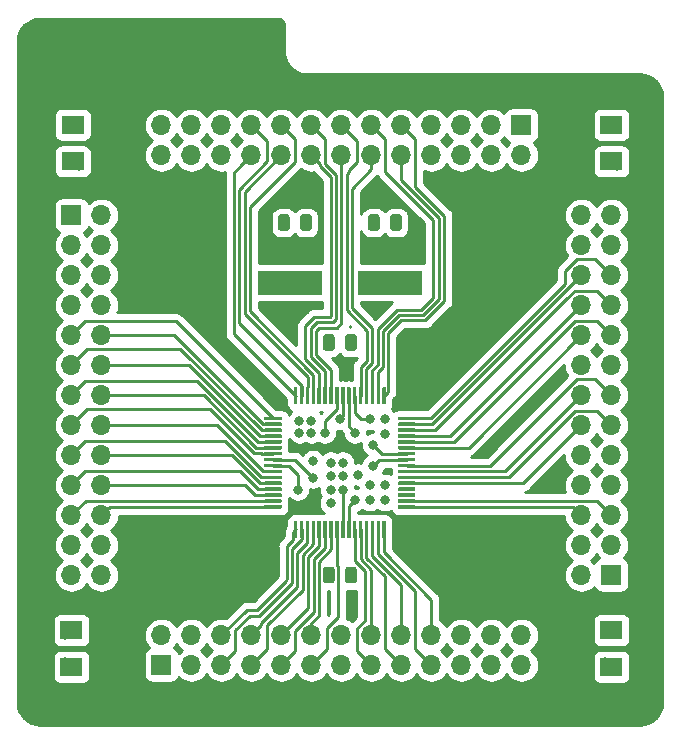
<source format=gbr>
G04 #@! TF.GenerationSoftware,KiCad,Pcbnew,(5.1.2)-2*
G04 #@! TF.CreationDate,2019-10-30T14:21:15+01:00*
G04 #@! TF.ProjectId,PIC18F67K40 MCU Card,50494331-3846-4363-974b-3430204d4355,rev?*
G04 #@! TF.SameCoordinates,Original*
G04 #@! TF.FileFunction,Copper,L1,Top*
G04 #@! TF.FilePolarity,Positive*
%FSLAX46Y46*%
G04 Gerber Fmt 4.6, Leading zero omitted, Abs format (unit mm)*
G04 Created by KiCad (PCBNEW (5.1.2)-2) date 2019-10-30 14:21:15*
%MOMM*%
%LPD*%
G04 APERTURE LIST*
%ADD10O,1.700000X1.700000*%
%ADD11R,1.700000X1.700000*%
%ADD12C,0.100000*%
%ADD13C,0.300000*%
%ADD14C,0.975000*%
%ADD15R,1.900000X1.600000*%
%ADD16R,5.500000X2.000000*%
%ADD17C,0.800000*%
%ADD18C,0.254000*%
G04 APERTURE END LIST*
D10*
X81407000Y-156845000D03*
X83947000Y-159385000D03*
X83947000Y-133985000D03*
X81407000Y-144145000D03*
X83947000Y-156845000D03*
X81407000Y-141605000D03*
X83947000Y-154305000D03*
X83947000Y-161925000D03*
X83947000Y-139065000D03*
X81407000Y-146685000D03*
X81407000Y-154305000D03*
X81407000Y-159385000D03*
X83947000Y-144145000D03*
X81407000Y-136525000D03*
D11*
X81407000Y-133985000D03*
D10*
X83947000Y-149225000D03*
X83947000Y-164465000D03*
X81407000Y-161925000D03*
X83947000Y-136525000D03*
X81407000Y-164465000D03*
X81407000Y-151765000D03*
X81407000Y-149225000D03*
X83947000Y-141605000D03*
X81407000Y-139065000D03*
X83947000Y-151765000D03*
X83947000Y-146685000D03*
X101727000Y-169545000D03*
X106807000Y-169545000D03*
X94107000Y-172085000D03*
X96647000Y-169545000D03*
X104267000Y-172085000D03*
X106807000Y-172085000D03*
X119507000Y-172085000D03*
X91567000Y-169545000D03*
X116967000Y-172085000D03*
X119507000Y-169545000D03*
X104267000Y-169545000D03*
D11*
X89027000Y-172085000D03*
D10*
X91567000Y-172085000D03*
X99187000Y-169545000D03*
X114427000Y-172085000D03*
X109347000Y-172085000D03*
X101727000Y-172085000D03*
X94107000Y-169545000D03*
X116967000Y-169545000D03*
X109347000Y-169545000D03*
X96647000Y-172085000D03*
X111887000Y-169545000D03*
X99187000Y-172085000D03*
X89027000Y-169545000D03*
X114427000Y-169545000D03*
X111887000Y-172085000D03*
X124587000Y-151765000D03*
X124587000Y-146685000D03*
X127127000Y-159385000D03*
X124587000Y-156845000D03*
X127127000Y-149225000D03*
X127127000Y-146685000D03*
X127127000Y-133985000D03*
X124587000Y-161925000D03*
X127127000Y-136525000D03*
X124587000Y-133985000D03*
X124587000Y-149225000D03*
D11*
X127127000Y-164465000D03*
D10*
X127127000Y-161925000D03*
X124587000Y-154305000D03*
X127127000Y-139065000D03*
X127127000Y-144145000D03*
X127127000Y-151765000D03*
X124587000Y-159385000D03*
X124587000Y-136525000D03*
X124587000Y-144145000D03*
X127127000Y-156845000D03*
X124587000Y-141605000D03*
X127127000Y-154305000D03*
X124587000Y-164465000D03*
X124587000Y-139065000D03*
X127127000Y-141605000D03*
X96647000Y-126365000D03*
X94107000Y-128905000D03*
X119507000Y-128905000D03*
X109347000Y-126365000D03*
X96647000Y-128905000D03*
X111887000Y-126365000D03*
X99187000Y-128905000D03*
X91567000Y-128905000D03*
X114427000Y-128905000D03*
X106807000Y-126365000D03*
X99187000Y-126365000D03*
X94107000Y-126365000D03*
X109347000Y-128905000D03*
X116967000Y-126365000D03*
D11*
X119507000Y-126365000D03*
D10*
X104267000Y-128905000D03*
X89027000Y-128905000D03*
X91567000Y-126365000D03*
X116967000Y-128905000D03*
X89027000Y-126365000D03*
X101727000Y-126365000D03*
X104267000Y-126365000D03*
X111887000Y-128905000D03*
X114427000Y-126365000D03*
X101727000Y-128905000D03*
X106807000Y-128905000D03*
D12*
G36*
X100472351Y-159865361D02*
G01*
X100479632Y-159866441D01*
X100486771Y-159868229D01*
X100493701Y-159870709D01*
X100500355Y-159873856D01*
X100506668Y-159877640D01*
X100512579Y-159882024D01*
X100518033Y-159886967D01*
X100522976Y-159892421D01*
X100527360Y-159898332D01*
X100531144Y-159904645D01*
X100534291Y-159911299D01*
X100536771Y-159918229D01*
X100538559Y-159925368D01*
X100539639Y-159932649D01*
X100540000Y-159940000D01*
X100540000Y-161265000D01*
X100539639Y-161272351D01*
X100538559Y-161279632D01*
X100536771Y-161286771D01*
X100534291Y-161293701D01*
X100531144Y-161300355D01*
X100527360Y-161306668D01*
X100522976Y-161312579D01*
X100518033Y-161318033D01*
X100512579Y-161322976D01*
X100506668Y-161327360D01*
X100500355Y-161331144D01*
X100493701Y-161334291D01*
X100486771Y-161336771D01*
X100479632Y-161338559D01*
X100472351Y-161339639D01*
X100465000Y-161340000D01*
X100315000Y-161340000D01*
X100307649Y-161339639D01*
X100300368Y-161338559D01*
X100293229Y-161336771D01*
X100286299Y-161334291D01*
X100279645Y-161331144D01*
X100273332Y-161327360D01*
X100267421Y-161322976D01*
X100261967Y-161318033D01*
X100257024Y-161312579D01*
X100252640Y-161306668D01*
X100248856Y-161300355D01*
X100245709Y-161293701D01*
X100243229Y-161286771D01*
X100241441Y-161279632D01*
X100240361Y-161272351D01*
X100240000Y-161265000D01*
X100240000Y-159940000D01*
X100240361Y-159932649D01*
X100241441Y-159925368D01*
X100243229Y-159918229D01*
X100245709Y-159911299D01*
X100248856Y-159904645D01*
X100252640Y-159898332D01*
X100257024Y-159892421D01*
X100261967Y-159886967D01*
X100267421Y-159882024D01*
X100273332Y-159877640D01*
X100279645Y-159873856D01*
X100286299Y-159870709D01*
X100293229Y-159868229D01*
X100300368Y-159866441D01*
X100307649Y-159865361D01*
X100315000Y-159865000D01*
X100465000Y-159865000D01*
X100472351Y-159865361D01*
X100472351Y-159865361D01*
G37*
D13*
X100390000Y-160602500D03*
D12*
G36*
X100972351Y-159865361D02*
G01*
X100979632Y-159866441D01*
X100986771Y-159868229D01*
X100993701Y-159870709D01*
X101000355Y-159873856D01*
X101006668Y-159877640D01*
X101012579Y-159882024D01*
X101018033Y-159886967D01*
X101022976Y-159892421D01*
X101027360Y-159898332D01*
X101031144Y-159904645D01*
X101034291Y-159911299D01*
X101036771Y-159918229D01*
X101038559Y-159925368D01*
X101039639Y-159932649D01*
X101040000Y-159940000D01*
X101040000Y-161265000D01*
X101039639Y-161272351D01*
X101038559Y-161279632D01*
X101036771Y-161286771D01*
X101034291Y-161293701D01*
X101031144Y-161300355D01*
X101027360Y-161306668D01*
X101022976Y-161312579D01*
X101018033Y-161318033D01*
X101012579Y-161322976D01*
X101006668Y-161327360D01*
X101000355Y-161331144D01*
X100993701Y-161334291D01*
X100986771Y-161336771D01*
X100979632Y-161338559D01*
X100972351Y-161339639D01*
X100965000Y-161340000D01*
X100815000Y-161340000D01*
X100807649Y-161339639D01*
X100800368Y-161338559D01*
X100793229Y-161336771D01*
X100786299Y-161334291D01*
X100779645Y-161331144D01*
X100773332Y-161327360D01*
X100767421Y-161322976D01*
X100761967Y-161318033D01*
X100757024Y-161312579D01*
X100752640Y-161306668D01*
X100748856Y-161300355D01*
X100745709Y-161293701D01*
X100743229Y-161286771D01*
X100741441Y-161279632D01*
X100740361Y-161272351D01*
X100740000Y-161265000D01*
X100740000Y-159940000D01*
X100740361Y-159932649D01*
X100741441Y-159925368D01*
X100743229Y-159918229D01*
X100745709Y-159911299D01*
X100748856Y-159904645D01*
X100752640Y-159898332D01*
X100757024Y-159892421D01*
X100761967Y-159886967D01*
X100767421Y-159882024D01*
X100773332Y-159877640D01*
X100779645Y-159873856D01*
X100786299Y-159870709D01*
X100793229Y-159868229D01*
X100800368Y-159866441D01*
X100807649Y-159865361D01*
X100815000Y-159865000D01*
X100965000Y-159865000D01*
X100972351Y-159865361D01*
X100972351Y-159865361D01*
G37*
D13*
X100890000Y-160602500D03*
D12*
G36*
X101472351Y-159865361D02*
G01*
X101479632Y-159866441D01*
X101486771Y-159868229D01*
X101493701Y-159870709D01*
X101500355Y-159873856D01*
X101506668Y-159877640D01*
X101512579Y-159882024D01*
X101518033Y-159886967D01*
X101522976Y-159892421D01*
X101527360Y-159898332D01*
X101531144Y-159904645D01*
X101534291Y-159911299D01*
X101536771Y-159918229D01*
X101538559Y-159925368D01*
X101539639Y-159932649D01*
X101540000Y-159940000D01*
X101540000Y-161265000D01*
X101539639Y-161272351D01*
X101538559Y-161279632D01*
X101536771Y-161286771D01*
X101534291Y-161293701D01*
X101531144Y-161300355D01*
X101527360Y-161306668D01*
X101522976Y-161312579D01*
X101518033Y-161318033D01*
X101512579Y-161322976D01*
X101506668Y-161327360D01*
X101500355Y-161331144D01*
X101493701Y-161334291D01*
X101486771Y-161336771D01*
X101479632Y-161338559D01*
X101472351Y-161339639D01*
X101465000Y-161340000D01*
X101315000Y-161340000D01*
X101307649Y-161339639D01*
X101300368Y-161338559D01*
X101293229Y-161336771D01*
X101286299Y-161334291D01*
X101279645Y-161331144D01*
X101273332Y-161327360D01*
X101267421Y-161322976D01*
X101261967Y-161318033D01*
X101257024Y-161312579D01*
X101252640Y-161306668D01*
X101248856Y-161300355D01*
X101245709Y-161293701D01*
X101243229Y-161286771D01*
X101241441Y-161279632D01*
X101240361Y-161272351D01*
X101240000Y-161265000D01*
X101240000Y-159940000D01*
X101240361Y-159932649D01*
X101241441Y-159925368D01*
X101243229Y-159918229D01*
X101245709Y-159911299D01*
X101248856Y-159904645D01*
X101252640Y-159898332D01*
X101257024Y-159892421D01*
X101261967Y-159886967D01*
X101267421Y-159882024D01*
X101273332Y-159877640D01*
X101279645Y-159873856D01*
X101286299Y-159870709D01*
X101293229Y-159868229D01*
X101300368Y-159866441D01*
X101307649Y-159865361D01*
X101315000Y-159865000D01*
X101465000Y-159865000D01*
X101472351Y-159865361D01*
X101472351Y-159865361D01*
G37*
D13*
X101390000Y-160602500D03*
D12*
G36*
X101972351Y-159865361D02*
G01*
X101979632Y-159866441D01*
X101986771Y-159868229D01*
X101993701Y-159870709D01*
X102000355Y-159873856D01*
X102006668Y-159877640D01*
X102012579Y-159882024D01*
X102018033Y-159886967D01*
X102022976Y-159892421D01*
X102027360Y-159898332D01*
X102031144Y-159904645D01*
X102034291Y-159911299D01*
X102036771Y-159918229D01*
X102038559Y-159925368D01*
X102039639Y-159932649D01*
X102040000Y-159940000D01*
X102040000Y-161265000D01*
X102039639Y-161272351D01*
X102038559Y-161279632D01*
X102036771Y-161286771D01*
X102034291Y-161293701D01*
X102031144Y-161300355D01*
X102027360Y-161306668D01*
X102022976Y-161312579D01*
X102018033Y-161318033D01*
X102012579Y-161322976D01*
X102006668Y-161327360D01*
X102000355Y-161331144D01*
X101993701Y-161334291D01*
X101986771Y-161336771D01*
X101979632Y-161338559D01*
X101972351Y-161339639D01*
X101965000Y-161340000D01*
X101815000Y-161340000D01*
X101807649Y-161339639D01*
X101800368Y-161338559D01*
X101793229Y-161336771D01*
X101786299Y-161334291D01*
X101779645Y-161331144D01*
X101773332Y-161327360D01*
X101767421Y-161322976D01*
X101761967Y-161318033D01*
X101757024Y-161312579D01*
X101752640Y-161306668D01*
X101748856Y-161300355D01*
X101745709Y-161293701D01*
X101743229Y-161286771D01*
X101741441Y-161279632D01*
X101740361Y-161272351D01*
X101740000Y-161265000D01*
X101740000Y-159940000D01*
X101740361Y-159932649D01*
X101741441Y-159925368D01*
X101743229Y-159918229D01*
X101745709Y-159911299D01*
X101748856Y-159904645D01*
X101752640Y-159898332D01*
X101757024Y-159892421D01*
X101761967Y-159886967D01*
X101767421Y-159882024D01*
X101773332Y-159877640D01*
X101779645Y-159873856D01*
X101786299Y-159870709D01*
X101793229Y-159868229D01*
X101800368Y-159866441D01*
X101807649Y-159865361D01*
X101815000Y-159865000D01*
X101965000Y-159865000D01*
X101972351Y-159865361D01*
X101972351Y-159865361D01*
G37*
D13*
X101890000Y-160602500D03*
D12*
G36*
X102472351Y-159865361D02*
G01*
X102479632Y-159866441D01*
X102486771Y-159868229D01*
X102493701Y-159870709D01*
X102500355Y-159873856D01*
X102506668Y-159877640D01*
X102512579Y-159882024D01*
X102518033Y-159886967D01*
X102522976Y-159892421D01*
X102527360Y-159898332D01*
X102531144Y-159904645D01*
X102534291Y-159911299D01*
X102536771Y-159918229D01*
X102538559Y-159925368D01*
X102539639Y-159932649D01*
X102540000Y-159940000D01*
X102540000Y-161265000D01*
X102539639Y-161272351D01*
X102538559Y-161279632D01*
X102536771Y-161286771D01*
X102534291Y-161293701D01*
X102531144Y-161300355D01*
X102527360Y-161306668D01*
X102522976Y-161312579D01*
X102518033Y-161318033D01*
X102512579Y-161322976D01*
X102506668Y-161327360D01*
X102500355Y-161331144D01*
X102493701Y-161334291D01*
X102486771Y-161336771D01*
X102479632Y-161338559D01*
X102472351Y-161339639D01*
X102465000Y-161340000D01*
X102315000Y-161340000D01*
X102307649Y-161339639D01*
X102300368Y-161338559D01*
X102293229Y-161336771D01*
X102286299Y-161334291D01*
X102279645Y-161331144D01*
X102273332Y-161327360D01*
X102267421Y-161322976D01*
X102261967Y-161318033D01*
X102257024Y-161312579D01*
X102252640Y-161306668D01*
X102248856Y-161300355D01*
X102245709Y-161293701D01*
X102243229Y-161286771D01*
X102241441Y-161279632D01*
X102240361Y-161272351D01*
X102240000Y-161265000D01*
X102240000Y-159940000D01*
X102240361Y-159932649D01*
X102241441Y-159925368D01*
X102243229Y-159918229D01*
X102245709Y-159911299D01*
X102248856Y-159904645D01*
X102252640Y-159898332D01*
X102257024Y-159892421D01*
X102261967Y-159886967D01*
X102267421Y-159882024D01*
X102273332Y-159877640D01*
X102279645Y-159873856D01*
X102286299Y-159870709D01*
X102293229Y-159868229D01*
X102300368Y-159866441D01*
X102307649Y-159865361D01*
X102315000Y-159865000D01*
X102465000Y-159865000D01*
X102472351Y-159865361D01*
X102472351Y-159865361D01*
G37*
D13*
X102390000Y-160602500D03*
D12*
G36*
X102972351Y-159865361D02*
G01*
X102979632Y-159866441D01*
X102986771Y-159868229D01*
X102993701Y-159870709D01*
X103000355Y-159873856D01*
X103006668Y-159877640D01*
X103012579Y-159882024D01*
X103018033Y-159886967D01*
X103022976Y-159892421D01*
X103027360Y-159898332D01*
X103031144Y-159904645D01*
X103034291Y-159911299D01*
X103036771Y-159918229D01*
X103038559Y-159925368D01*
X103039639Y-159932649D01*
X103040000Y-159940000D01*
X103040000Y-161265000D01*
X103039639Y-161272351D01*
X103038559Y-161279632D01*
X103036771Y-161286771D01*
X103034291Y-161293701D01*
X103031144Y-161300355D01*
X103027360Y-161306668D01*
X103022976Y-161312579D01*
X103018033Y-161318033D01*
X103012579Y-161322976D01*
X103006668Y-161327360D01*
X103000355Y-161331144D01*
X102993701Y-161334291D01*
X102986771Y-161336771D01*
X102979632Y-161338559D01*
X102972351Y-161339639D01*
X102965000Y-161340000D01*
X102815000Y-161340000D01*
X102807649Y-161339639D01*
X102800368Y-161338559D01*
X102793229Y-161336771D01*
X102786299Y-161334291D01*
X102779645Y-161331144D01*
X102773332Y-161327360D01*
X102767421Y-161322976D01*
X102761967Y-161318033D01*
X102757024Y-161312579D01*
X102752640Y-161306668D01*
X102748856Y-161300355D01*
X102745709Y-161293701D01*
X102743229Y-161286771D01*
X102741441Y-161279632D01*
X102740361Y-161272351D01*
X102740000Y-161265000D01*
X102740000Y-159940000D01*
X102740361Y-159932649D01*
X102741441Y-159925368D01*
X102743229Y-159918229D01*
X102745709Y-159911299D01*
X102748856Y-159904645D01*
X102752640Y-159898332D01*
X102757024Y-159892421D01*
X102761967Y-159886967D01*
X102767421Y-159882024D01*
X102773332Y-159877640D01*
X102779645Y-159873856D01*
X102786299Y-159870709D01*
X102793229Y-159868229D01*
X102800368Y-159866441D01*
X102807649Y-159865361D01*
X102815000Y-159865000D01*
X102965000Y-159865000D01*
X102972351Y-159865361D01*
X102972351Y-159865361D01*
G37*
D13*
X102890000Y-160602500D03*
D12*
G36*
X103472351Y-159865361D02*
G01*
X103479632Y-159866441D01*
X103486771Y-159868229D01*
X103493701Y-159870709D01*
X103500355Y-159873856D01*
X103506668Y-159877640D01*
X103512579Y-159882024D01*
X103518033Y-159886967D01*
X103522976Y-159892421D01*
X103527360Y-159898332D01*
X103531144Y-159904645D01*
X103534291Y-159911299D01*
X103536771Y-159918229D01*
X103538559Y-159925368D01*
X103539639Y-159932649D01*
X103540000Y-159940000D01*
X103540000Y-161265000D01*
X103539639Y-161272351D01*
X103538559Y-161279632D01*
X103536771Y-161286771D01*
X103534291Y-161293701D01*
X103531144Y-161300355D01*
X103527360Y-161306668D01*
X103522976Y-161312579D01*
X103518033Y-161318033D01*
X103512579Y-161322976D01*
X103506668Y-161327360D01*
X103500355Y-161331144D01*
X103493701Y-161334291D01*
X103486771Y-161336771D01*
X103479632Y-161338559D01*
X103472351Y-161339639D01*
X103465000Y-161340000D01*
X103315000Y-161340000D01*
X103307649Y-161339639D01*
X103300368Y-161338559D01*
X103293229Y-161336771D01*
X103286299Y-161334291D01*
X103279645Y-161331144D01*
X103273332Y-161327360D01*
X103267421Y-161322976D01*
X103261967Y-161318033D01*
X103257024Y-161312579D01*
X103252640Y-161306668D01*
X103248856Y-161300355D01*
X103245709Y-161293701D01*
X103243229Y-161286771D01*
X103241441Y-161279632D01*
X103240361Y-161272351D01*
X103240000Y-161265000D01*
X103240000Y-159940000D01*
X103240361Y-159932649D01*
X103241441Y-159925368D01*
X103243229Y-159918229D01*
X103245709Y-159911299D01*
X103248856Y-159904645D01*
X103252640Y-159898332D01*
X103257024Y-159892421D01*
X103261967Y-159886967D01*
X103267421Y-159882024D01*
X103273332Y-159877640D01*
X103279645Y-159873856D01*
X103286299Y-159870709D01*
X103293229Y-159868229D01*
X103300368Y-159866441D01*
X103307649Y-159865361D01*
X103315000Y-159865000D01*
X103465000Y-159865000D01*
X103472351Y-159865361D01*
X103472351Y-159865361D01*
G37*
D13*
X103390000Y-160602500D03*
D12*
G36*
X103972351Y-159865361D02*
G01*
X103979632Y-159866441D01*
X103986771Y-159868229D01*
X103993701Y-159870709D01*
X104000355Y-159873856D01*
X104006668Y-159877640D01*
X104012579Y-159882024D01*
X104018033Y-159886967D01*
X104022976Y-159892421D01*
X104027360Y-159898332D01*
X104031144Y-159904645D01*
X104034291Y-159911299D01*
X104036771Y-159918229D01*
X104038559Y-159925368D01*
X104039639Y-159932649D01*
X104040000Y-159940000D01*
X104040000Y-161265000D01*
X104039639Y-161272351D01*
X104038559Y-161279632D01*
X104036771Y-161286771D01*
X104034291Y-161293701D01*
X104031144Y-161300355D01*
X104027360Y-161306668D01*
X104022976Y-161312579D01*
X104018033Y-161318033D01*
X104012579Y-161322976D01*
X104006668Y-161327360D01*
X104000355Y-161331144D01*
X103993701Y-161334291D01*
X103986771Y-161336771D01*
X103979632Y-161338559D01*
X103972351Y-161339639D01*
X103965000Y-161340000D01*
X103815000Y-161340000D01*
X103807649Y-161339639D01*
X103800368Y-161338559D01*
X103793229Y-161336771D01*
X103786299Y-161334291D01*
X103779645Y-161331144D01*
X103773332Y-161327360D01*
X103767421Y-161322976D01*
X103761967Y-161318033D01*
X103757024Y-161312579D01*
X103752640Y-161306668D01*
X103748856Y-161300355D01*
X103745709Y-161293701D01*
X103743229Y-161286771D01*
X103741441Y-161279632D01*
X103740361Y-161272351D01*
X103740000Y-161265000D01*
X103740000Y-159940000D01*
X103740361Y-159932649D01*
X103741441Y-159925368D01*
X103743229Y-159918229D01*
X103745709Y-159911299D01*
X103748856Y-159904645D01*
X103752640Y-159898332D01*
X103757024Y-159892421D01*
X103761967Y-159886967D01*
X103767421Y-159882024D01*
X103773332Y-159877640D01*
X103779645Y-159873856D01*
X103786299Y-159870709D01*
X103793229Y-159868229D01*
X103800368Y-159866441D01*
X103807649Y-159865361D01*
X103815000Y-159865000D01*
X103965000Y-159865000D01*
X103972351Y-159865361D01*
X103972351Y-159865361D01*
G37*
D13*
X103890000Y-160602500D03*
D12*
G36*
X104472351Y-159865361D02*
G01*
X104479632Y-159866441D01*
X104486771Y-159868229D01*
X104493701Y-159870709D01*
X104500355Y-159873856D01*
X104506668Y-159877640D01*
X104512579Y-159882024D01*
X104518033Y-159886967D01*
X104522976Y-159892421D01*
X104527360Y-159898332D01*
X104531144Y-159904645D01*
X104534291Y-159911299D01*
X104536771Y-159918229D01*
X104538559Y-159925368D01*
X104539639Y-159932649D01*
X104540000Y-159940000D01*
X104540000Y-161265000D01*
X104539639Y-161272351D01*
X104538559Y-161279632D01*
X104536771Y-161286771D01*
X104534291Y-161293701D01*
X104531144Y-161300355D01*
X104527360Y-161306668D01*
X104522976Y-161312579D01*
X104518033Y-161318033D01*
X104512579Y-161322976D01*
X104506668Y-161327360D01*
X104500355Y-161331144D01*
X104493701Y-161334291D01*
X104486771Y-161336771D01*
X104479632Y-161338559D01*
X104472351Y-161339639D01*
X104465000Y-161340000D01*
X104315000Y-161340000D01*
X104307649Y-161339639D01*
X104300368Y-161338559D01*
X104293229Y-161336771D01*
X104286299Y-161334291D01*
X104279645Y-161331144D01*
X104273332Y-161327360D01*
X104267421Y-161322976D01*
X104261967Y-161318033D01*
X104257024Y-161312579D01*
X104252640Y-161306668D01*
X104248856Y-161300355D01*
X104245709Y-161293701D01*
X104243229Y-161286771D01*
X104241441Y-161279632D01*
X104240361Y-161272351D01*
X104240000Y-161265000D01*
X104240000Y-159940000D01*
X104240361Y-159932649D01*
X104241441Y-159925368D01*
X104243229Y-159918229D01*
X104245709Y-159911299D01*
X104248856Y-159904645D01*
X104252640Y-159898332D01*
X104257024Y-159892421D01*
X104261967Y-159886967D01*
X104267421Y-159882024D01*
X104273332Y-159877640D01*
X104279645Y-159873856D01*
X104286299Y-159870709D01*
X104293229Y-159868229D01*
X104300368Y-159866441D01*
X104307649Y-159865361D01*
X104315000Y-159865000D01*
X104465000Y-159865000D01*
X104472351Y-159865361D01*
X104472351Y-159865361D01*
G37*
D13*
X104390000Y-160602500D03*
D12*
G36*
X104972351Y-159865361D02*
G01*
X104979632Y-159866441D01*
X104986771Y-159868229D01*
X104993701Y-159870709D01*
X105000355Y-159873856D01*
X105006668Y-159877640D01*
X105012579Y-159882024D01*
X105018033Y-159886967D01*
X105022976Y-159892421D01*
X105027360Y-159898332D01*
X105031144Y-159904645D01*
X105034291Y-159911299D01*
X105036771Y-159918229D01*
X105038559Y-159925368D01*
X105039639Y-159932649D01*
X105040000Y-159940000D01*
X105040000Y-161265000D01*
X105039639Y-161272351D01*
X105038559Y-161279632D01*
X105036771Y-161286771D01*
X105034291Y-161293701D01*
X105031144Y-161300355D01*
X105027360Y-161306668D01*
X105022976Y-161312579D01*
X105018033Y-161318033D01*
X105012579Y-161322976D01*
X105006668Y-161327360D01*
X105000355Y-161331144D01*
X104993701Y-161334291D01*
X104986771Y-161336771D01*
X104979632Y-161338559D01*
X104972351Y-161339639D01*
X104965000Y-161340000D01*
X104815000Y-161340000D01*
X104807649Y-161339639D01*
X104800368Y-161338559D01*
X104793229Y-161336771D01*
X104786299Y-161334291D01*
X104779645Y-161331144D01*
X104773332Y-161327360D01*
X104767421Y-161322976D01*
X104761967Y-161318033D01*
X104757024Y-161312579D01*
X104752640Y-161306668D01*
X104748856Y-161300355D01*
X104745709Y-161293701D01*
X104743229Y-161286771D01*
X104741441Y-161279632D01*
X104740361Y-161272351D01*
X104740000Y-161265000D01*
X104740000Y-159940000D01*
X104740361Y-159932649D01*
X104741441Y-159925368D01*
X104743229Y-159918229D01*
X104745709Y-159911299D01*
X104748856Y-159904645D01*
X104752640Y-159898332D01*
X104757024Y-159892421D01*
X104761967Y-159886967D01*
X104767421Y-159882024D01*
X104773332Y-159877640D01*
X104779645Y-159873856D01*
X104786299Y-159870709D01*
X104793229Y-159868229D01*
X104800368Y-159866441D01*
X104807649Y-159865361D01*
X104815000Y-159865000D01*
X104965000Y-159865000D01*
X104972351Y-159865361D01*
X104972351Y-159865361D01*
G37*
D13*
X104890000Y-160602500D03*
D12*
G36*
X105472351Y-159865361D02*
G01*
X105479632Y-159866441D01*
X105486771Y-159868229D01*
X105493701Y-159870709D01*
X105500355Y-159873856D01*
X105506668Y-159877640D01*
X105512579Y-159882024D01*
X105518033Y-159886967D01*
X105522976Y-159892421D01*
X105527360Y-159898332D01*
X105531144Y-159904645D01*
X105534291Y-159911299D01*
X105536771Y-159918229D01*
X105538559Y-159925368D01*
X105539639Y-159932649D01*
X105540000Y-159940000D01*
X105540000Y-161265000D01*
X105539639Y-161272351D01*
X105538559Y-161279632D01*
X105536771Y-161286771D01*
X105534291Y-161293701D01*
X105531144Y-161300355D01*
X105527360Y-161306668D01*
X105522976Y-161312579D01*
X105518033Y-161318033D01*
X105512579Y-161322976D01*
X105506668Y-161327360D01*
X105500355Y-161331144D01*
X105493701Y-161334291D01*
X105486771Y-161336771D01*
X105479632Y-161338559D01*
X105472351Y-161339639D01*
X105465000Y-161340000D01*
X105315000Y-161340000D01*
X105307649Y-161339639D01*
X105300368Y-161338559D01*
X105293229Y-161336771D01*
X105286299Y-161334291D01*
X105279645Y-161331144D01*
X105273332Y-161327360D01*
X105267421Y-161322976D01*
X105261967Y-161318033D01*
X105257024Y-161312579D01*
X105252640Y-161306668D01*
X105248856Y-161300355D01*
X105245709Y-161293701D01*
X105243229Y-161286771D01*
X105241441Y-161279632D01*
X105240361Y-161272351D01*
X105240000Y-161265000D01*
X105240000Y-159940000D01*
X105240361Y-159932649D01*
X105241441Y-159925368D01*
X105243229Y-159918229D01*
X105245709Y-159911299D01*
X105248856Y-159904645D01*
X105252640Y-159898332D01*
X105257024Y-159892421D01*
X105261967Y-159886967D01*
X105267421Y-159882024D01*
X105273332Y-159877640D01*
X105279645Y-159873856D01*
X105286299Y-159870709D01*
X105293229Y-159868229D01*
X105300368Y-159866441D01*
X105307649Y-159865361D01*
X105315000Y-159865000D01*
X105465000Y-159865000D01*
X105472351Y-159865361D01*
X105472351Y-159865361D01*
G37*
D13*
X105390000Y-160602500D03*
D12*
G36*
X105972351Y-159865361D02*
G01*
X105979632Y-159866441D01*
X105986771Y-159868229D01*
X105993701Y-159870709D01*
X106000355Y-159873856D01*
X106006668Y-159877640D01*
X106012579Y-159882024D01*
X106018033Y-159886967D01*
X106022976Y-159892421D01*
X106027360Y-159898332D01*
X106031144Y-159904645D01*
X106034291Y-159911299D01*
X106036771Y-159918229D01*
X106038559Y-159925368D01*
X106039639Y-159932649D01*
X106040000Y-159940000D01*
X106040000Y-161265000D01*
X106039639Y-161272351D01*
X106038559Y-161279632D01*
X106036771Y-161286771D01*
X106034291Y-161293701D01*
X106031144Y-161300355D01*
X106027360Y-161306668D01*
X106022976Y-161312579D01*
X106018033Y-161318033D01*
X106012579Y-161322976D01*
X106006668Y-161327360D01*
X106000355Y-161331144D01*
X105993701Y-161334291D01*
X105986771Y-161336771D01*
X105979632Y-161338559D01*
X105972351Y-161339639D01*
X105965000Y-161340000D01*
X105815000Y-161340000D01*
X105807649Y-161339639D01*
X105800368Y-161338559D01*
X105793229Y-161336771D01*
X105786299Y-161334291D01*
X105779645Y-161331144D01*
X105773332Y-161327360D01*
X105767421Y-161322976D01*
X105761967Y-161318033D01*
X105757024Y-161312579D01*
X105752640Y-161306668D01*
X105748856Y-161300355D01*
X105745709Y-161293701D01*
X105743229Y-161286771D01*
X105741441Y-161279632D01*
X105740361Y-161272351D01*
X105740000Y-161265000D01*
X105740000Y-159940000D01*
X105740361Y-159932649D01*
X105741441Y-159925368D01*
X105743229Y-159918229D01*
X105745709Y-159911299D01*
X105748856Y-159904645D01*
X105752640Y-159898332D01*
X105757024Y-159892421D01*
X105761967Y-159886967D01*
X105767421Y-159882024D01*
X105773332Y-159877640D01*
X105779645Y-159873856D01*
X105786299Y-159870709D01*
X105793229Y-159868229D01*
X105800368Y-159866441D01*
X105807649Y-159865361D01*
X105815000Y-159865000D01*
X105965000Y-159865000D01*
X105972351Y-159865361D01*
X105972351Y-159865361D01*
G37*
D13*
X105890000Y-160602500D03*
D12*
G36*
X106472351Y-159865361D02*
G01*
X106479632Y-159866441D01*
X106486771Y-159868229D01*
X106493701Y-159870709D01*
X106500355Y-159873856D01*
X106506668Y-159877640D01*
X106512579Y-159882024D01*
X106518033Y-159886967D01*
X106522976Y-159892421D01*
X106527360Y-159898332D01*
X106531144Y-159904645D01*
X106534291Y-159911299D01*
X106536771Y-159918229D01*
X106538559Y-159925368D01*
X106539639Y-159932649D01*
X106540000Y-159940000D01*
X106540000Y-161265000D01*
X106539639Y-161272351D01*
X106538559Y-161279632D01*
X106536771Y-161286771D01*
X106534291Y-161293701D01*
X106531144Y-161300355D01*
X106527360Y-161306668D01*
X106522976Y-161312579D01*
X106518033Y-161318033D01*
X106512579Y-161322976D01*
X106506668Y-161327360D01*
X106500355Y-161331144D01*
X106493701Y-161334291D01*
X106486771Y-161336771D01*
X106479632Y-161338559D01*
X106472351Y-161339639D01*
X106465000Y-161340000D01*
X106315000Y-161340000D01*
X106307649Y-161339639D01*
X106300368Y-161338559D01*
X106293229Y-161336771D01*
X106286299Y-161334291D01*
X106279645Y-161331144D01*
X106273332Y-161327360D01*
X106267421Y-161322976D01*
X106261967Y-161318033D01*
X106257024Y-161312579D01*
X106252640Y-161306668D01*
X106248856Y-161300355D01*
X106245709Y-161293701D01*
X106243229Y-161286771D01*
X106241441Y-161279632D01*
X106240361Y-161272351D01*
X106240000Y-161265000D01*
X106240000Y-159940000D01*
X106240361Y-159932649D01*
X106241441Y-159925368D01*
X106243229Y-159918229D01*
X106245709Y-159911299D01*
X106248856Y-159904645D01*
X106252640Y-159898332D01*
X106257024Y-159892421D01*
X106261967Y-159886967D01*
X106267421Y-159882024D01*
X106273332Y-159877640D01*
X106279645Y-159873856D01*
X106286299Y-159870709D01*
X106293229Y-159868229D01*
X106300368Y-159866441D01*
X106307649Y-159865361D01*
X106315000Y-159865000D01*
X106465000Y-159865000D01*
X106472351Y-159865361D01*
X106472351Y-159865361D01*
G37*
D13*
X106390000Y-160602500D03*
D12*
G36*
X106972351Y-159865361D02*
G01*
X106979632Y-159866441D01*
X106986771Y-159868229D01*
X106993701Y-159870709D01*
X107000355Y-159873856D01*
X107006668Y-159877640D01*
X107012579Y-159882024D01*
X107018033Y-159886967D01*
X107022976Y-159892421D01*
X107027360Y-159898332D01*
X107031144Y-159904645D01*
X107034291Y-159911299D01*
X107036771Y-159918229D01*
X107038559Y-159925368D01*
X107039639Y-159932649D01*
X107040000Y-159940000D01*
X107040000Y-161265000D01*
X107039639Y-161272351D01*
X107038559Y-161279632D01*
X107036771Y-161286771D01*
X107034291Y-161293701D01*
X107031144Y-161300355D01*
X107027360Y-161306668D01*
X107022976Y-161312579D01*
X107018033Y-161318033D01*
X107012579Y-161322976D01*
X107006668Y-161327360D01*
X107000355Y-161331144D01*
X106993701Y-161334291D01*
X106986771Y-161336771D01*
X106979632Y-161338559D01*
X106972351Y-161339639D01*
X106965000Y-161340000D01*
X106815000Y-161340000D01*
X106807649Y-161339639D01*
X106800368Y-161338559D01*
X106793229Y-161336771D01*
X106786299Y-161334291D01*
X106779645Y-161331144D01*
X106773332Y-161327360D01*
X106767421Y-161322976D01*
X106761967Y-161318033D01*
X106757024Y-161312579D01*
X106752640Y-161306668D01*
X106748856Y-161300355D01*
X106745709Y-161293701D01*
X106743229Y-161286771D01*
X106741441Y-161279632D01*
X106740361Y-161272351D01*
X106740000Y-161265000D01*
X106740000Y-159940000D01*
X106740361Y-159932649D01*
X106741441Y-159925368D01*
X106743229Y-159918229D01*
X106745709Y-159911299D01*
X106748856Y-159904645D01*
X106752640Y-159898332D01*
X106757024Y-159892421D01*
X106761967Y-159886967D01*
X106767421Y-159882024D01*
X106773332Y-159877640D01*
X106779645Y-159873856D01*
X106786299Y-159870709D01*
X106793229Y-159868229D01*
X106800368Y-159866441D01*
X106807649Y-159865361D01*
X106815000Y-159865000D01*
X106965000Y-159865000D01*
X106972351Y-159865361D01*
X106972351Y-159865361D01*
G37*
D13*
X106890000Y-160602500D03*
D12*
G36*
X107472351Y-159865361D02*
G01*
X107479632Y-159866441D01*
X107486771Y-159868229D01*
X107493701Y-159870709D01*
X107500355Y-159873856D01*
X107506668Y-159877640D01*
X107512579Y-159882024D01*
X107518033Y-159886967D01*
X107522976Y-159892421D01*
X107527360Y-159898332D01*
X107531144Y-159904645D01*
X107534291Y-159911299D01*
X107536771Y-159918229D01*
X107538559Y-159925368D01*
X107539639Y-159932649D01*
X107540000Y-159940000D01*
X107540000Y-161265000D01*
X107539639Y-161272351D01*
X107538559Y-161279632D01*
X107536771Y-161286771D01*
X107534291Y-161293701D01*
X107531144Y-161300355D01*
X107527360Y-161306668D01*
X107522976Y-161312579D01*
X107518033Y-161318033D01*
X107512579Y-161322976D01*
X107506668Y-161327360D01*
X107500355Y-161331144D01*
X107493701Y-161334291D01*
X107486771Y-161336771D01*
X107479632Y-161338559D01*
X107472351Y-161339639D01*
X107465000Y-161340000D01*
X107315000Y-161340000D01*
X107307649Y-161339639D01*
X107300368Y-161338559D01*
X107293229Y-161336771D01*
X107286299Y-161334291D01*
X107279645Y-161331144D01*
X107273332Y-161327360D01*
X107267421Y-161322976D01*
X107261967Y-161318033D01*
X107257024Y-161312579D01*
X107252640Y-161306668D01*
X107248856Y-161300355D01*
X107245709Y-161293701D01*
X107243229Y-161286771D01*
X107241441Y-161279632D01*
X107240361Y-161272351D01*
X107240000Y-161265000D01*
X107240000Y-159940000D01*
X107240361Y-159932649D01*
X107241441Y-159925368D01*
X107243229Y-159918229D01*
X107245709Y-159911299D01*
X107248856Y-159904645D01*
X107252640Y-159898332D01*
X107257024Y-159892421D01*
X107261967Y-159886967D01*
X107267421Y-159882024D01*
X107273332Y-159877640D01*
X107279645Y-159873856D01*
X107286299Y-159870709D01*
X107293229Y-159868229D01*
X107300368Y-159866441D01*
X107307649Y-159865361D01*
X107315000Y-159865000D01*
X107465000Y-159865000D01*
X107472351Y-159865361D01*
X107472351Y-159865361D01*
G37*
D13*
X107390000Y-160602500D03*
D12*
G36*
X107972351Y-159865361D02*
G01*
X107979632Y-159866441D01*
X107986771Y-159868229D01*
X107993701Y-159870709D01*
X108000355Y-159873856D01*
X108006668Y-159877640D01*
X108012579Y-159882024D01*
X108018033Y-159886967D01*
X108022976Y-159892421D01*
X108027360Y-159898332D01*
X108031144Y-159904645D01*
X108034291Y-159911299D01*
X108036771Y-159918229D01*
X108038559Y-159925368D01*
X108039639Y-159932649D01*
X108040000Y-159940000D01*
X108040000Y-161265000D01*
X108039639Y-161272351D01*
X108038559Y-161279632D01*
X108036771Y-161286771D01*
X108034291Y-161293701D01*
X108031144Y-161300355D01*
X108027360Y-161306668D01*
X108022976Y-161312579D01*
X108018033Y-161318033D01*
X108012579Y-161322976D01*
X108006668Y-161327360D01*
X108000355Y-161331144D01*
X107993701Y-161334291D01*
X107986771Y-161336771D01*
X107979632Y-161338559D01*
X107972351Y-161339639D01*
X107965000Y-161340000D01*
X107815000Y-161340000D01*
X107807649Y-161339639D01*
X107800368Y-161338559D01*
X107793229Y-161336771D01*
X107786299Y-161334291D01*
X107779645Y-161331144D01*
X107773332Y-161327360D01*
X107767421Y-161322976D01*
X107761967Y-161318033D01*
X107757024Y-161312579D01*
X107752640Y-161306668D01*
X107748856Y-161300355D01*
X107745709Y-161293701D01*
X107743229Y-161286771D01*
X107741441Y-161279632D01*
X107740361Y-161272351D01*
X107740000Y-161265000D01*
X107740000Y-159940000D01*
X107740361Y-159932649D01*
X107741441Y-159925368D01*
X107743229Y-159918229D01*
X107745709Y-159911299D01*
X107748856Y-159904645D01*
X107752640Y-159898332D01*
X107757024Y-159892421D01*
X107761967Y-159886967D01*
X107767421Y-159882024D01*
X107773332Y-159877640D01*
X107779645Y-159873856D01*
X107786299Y-159870709D01*
X107793229Y-159868229D01*
X107800368Y-159866441D01*
X107807649Y-159865361D01*
X107815000Y-159865000D01*
X107965000Y-159865000D01*
X107972351Y-159865361D01*
X107972351Y-159865361D01*
G37*
D13*
X107890000Y-160602500D03*
D12*
G36*
X110472351Y-158540361D02*
G01*
X110479632Y-158541441D01*
X110486771Y-158543229D01*
X110493701Y-158545709D01*
X110500355Y-158548856D01*
X110506668Y-158552640D01*
X110512579Y-158557024D01*
X110518033Y-158561967D01*
X110522976Y-158567421D01*
X110527360Y-158573332D01*
X110531144Y-158579645D01*
X110534291Y-158586299D01*
X110536771Y-158593229D01*
X110538559Y-158600368D01*
X110539639Y-158607649D01*
X110540000Y-158615000D01*
X110540000Y-158765000D01*
X110539639Y-158772351D01*
X110538559Y-158779632D01*
X110536771Y-158786771D01*
X110534291Y-158793701D01*
X110531144Y-158800355D01*
X110527360Y-158806668D01*
X110522976Y-158812579D01*
X110518033Y-158818033D01*
X110512579Y-158822976D01*
X110506668Y-158827360D01*
X110500355Y-158831144D01*
X110493701Y-158834291D01*
X110486771Y-158836771D01*
X110479632Y-158838559D01*
X110472351Y-158839639D01*
X110465000Y-158840000D01*
X109140000Y-158840000D01*
X109132649Y-158839639D01*
X109125368Y-158838559D01*
X109118229Y-158836771D01*
X109111299Y-158834291D01*
X109104645Y-158831144D01*
X109098332Y-158827360D01*
X109092421Y-158822976D01*
X109086967Y-158818033D01*
X109082024Y-158812579D01*
X109077640Y-158806668D01*
X109073856Y-158800355D01*
X109070709Y-158793701D01*
X109068229Y-158786771D01*
X109066441Y-158779632D01*
X109065361Y-158772351D01*
X109065000Y-158765000D01*
X109065000Y-158615000D01*
X109065361Y-158607649D01*
X109066441Y-158600368D01*
X109068229Y-158593229D01*
X109070709Y-158586299D01*
X109073856Y-158579645D01*
X109077640Y-158573332D01*
X109082024Y-158567421D01*
X109086967Y-158561967D01*
X109092421Y-158557024D01*
X109098332Y-158552640D01*
X109104645Y-158548856D01*
X109111299Y-158545709D01*
X109118229Y-158543229D01*
X109125368Y-158541441D01*
X109132649Y-158540361D01*
X109140000Y-158540000D01*
X110465000Y-158540000D01*
X110472351Y-158540361D01*
X110472351Y-158540361D01*
G37*
D13*
X109802500Y-158690000D03*
D12*
G36*
X110472351Y-158040361D02*
G01*
X110479632Y-158041441D01*
X110486771Y-158043229D01*
X110493701Y-158045709D01*
X110500355Y-158048856D01*
X110506668Y-158052640D01*
X110512579Y-158057024D01*
X110518033Y-158061967D01*
X110522976Y-158067421D01*
X110527360Y-158073332D01*
X110531144Y-158079645D01*
X110534291Y-158086299D01*
X110536771Y-158093229D01*
X110538559Y-158100368D01*
X110539639Y-158107649D01*
X110540000Y-158115000D01*
X110540000Y-158265000D01*
X110539639Y-158272351D01*
X110538559Y-158279632D01*
X110536771Y-158286771D01*
X110534291Y-158293701D01*
X110531144Y-158300355D01*
X110527360Y-158306668D01*
X110522976Y-158312579D01*
X110518033Y-158318033D01*
X110512579Y-158322976D01*
X110506668Y-158327360D01*
X110500355Y-158331144D01*
X110493701Y-158334291D01*
X110486771Y-158336771D01*
X110479632Y-158338559D01*
X110472351Y-158339639D01*
X110465000Y-158340000D01*
X109140000Y-158340000D01*
X109132649Y-158339639D01*
X109125368Y-158338559D01*
X109118229Y-158336771D01*
X109111299Y-158334291D01*
X109104645Y-158331144D01*
X109098332Y-158327360D01*
X109092421Y-158322976D01*
X109086967Y-158318033D01*
X109082024Y-158312579D01*
X109077640Y-158306668D01*
X109073856Y-158300355D01*
X109070709Y-158293701D01*
X109068229Y-158286771D01*
X109066441Y-158279632D01*
X109065361Y-158272351D01*
X109065000Y-158265000D01*
X109065000Y-158115000D01*
X109065361Y-158107649D01*
X109066441Y-158100368D01*
X109068229Y-158093229D01*
X109070709Y-158086299D01*
X109073856Y-158079645D01*
X109077640Y-158073332D01*
X109082024Y-158067421D01*
X109086967Y-158061967D01*
X109092421Y-158057024D01*
X109098332Y-158052640D01*
X109104645Y-158048856D01*
X109111299Y-158045709D01*
X109118229Y-158043229D01*
X109125368Y-158041441D01*
X109132649Y-158040361D01*
X109140000Y-158040000D01*
X110465000Y-158040000D01*
X110472351Y-158040361D01*
X110472351Y-158040361D01*
G37*
D13*
X109802500Y-158190000D03*
D12*
G36*
X110472351Y-157540361D02*
G01*
X110479632Y-157541441D01*
X110486771Y-157543229D01*
X110493701Y-157545709D01*
X110500355Y-157548856D01*
X110506668Y-157552640D01*
X110512579Y-157557024D01*
X110518033Y-157561967D01*
X110522976Y-157567421D01*
X110527360Y-157573332D01*
X110531144Y-157579645D01*
X110534291Y-157586299D01*
X110536771Y-157593229D01*
X110538559Y-157600368D01*
X110539639Y-157607649D01*
X110540000Y-157615000D01*
X110540000Y-157765000D01*
X110539639Y-157772351D01*
X110538559Y-157779632D01*
X110536771Y-157786771D01*
X110534291Y-157793701D01*
X110531144Y-157800355D01*
X110527360Y-157806668D01*
X110522976Y-157812579D01*
X110518033Y-157818033D01*
X110512579Y-157822976D01*
X110506668Y-157827360D01*
X110500355Y-157831144D01*
X110493701Y-157834291D01*
X110486771Y-157836771D01*
X110479632Y-157838559D01*
X110472351Y-157839639D01*
X110465000Y-157840000D01*
X109140000Y-157840000D01*
X109132649Y-157839639D01*
X109125368Y-157838559D01*
X109118229Y-157836771D01*
X109111299Y-157834291D01*
X109104645Y-157831144D01*
X109098332Y-157827360D01*
X109092421Y-157822976D01*
X109086967Y-157818033D01*
X109082024Y-157812579D01*
X109077640Y-157806668D01*
X109073856Y-157800355D01*
X109070709Y-157793701D01*
X109068229Y-157786771D01*
X109066441Y-157779632D01*
X109065361Y-157772351D01*
X109065000Y-157765000D01*
X109065000Y-157615000D01*
X109065361Y-157607649D01*
X109066441Y-157600368D01*
X109068229Y-157593229D01*
X109070709Y-157586299D01*
X109073856Y-157579645D01*
X109077640Y-157573332D01*
X109082024Y-157567421D01*
X109086967Y-157561967D01*
X109092421Y-157557024D01*
X109098332Y-157552640D01*
X109104645Y-157548856D01*
X109111299Y-157545709D01*
X109118229Y-157543229D01*
X109125368Y-157541441D01*
X109132649Y-157540361D01*
X109140000Y-157540000D01*
X110465000Y-157540000D01*
X110472351Y-157540361D01*
X110472351Y-157540361D01*
G37*
D13*
X109802500Y-157690000D03*
D12*
G36*
X110472351Y-157040361D02*
G01*
X110479632Y-157041441D01*
X110486771Y-157043229D01*
X110493701Y-157045709D01*
X110500355Y-157048856D01*
X110506668Y-157052640D01*
X110512579Y-157057024D01*
X110518033Y-157061967D01*
X110522976Y-157067421D01*
X110527360Y-157073332D01*
X110531144Y-157079645D01*
X110534291Y-157086299D01*
X110536771Y-157093229D01*
X110538559Y-157100368D01*
X110539639Y-157107649D01*
X110540000Y-157115000D01*
X110540000Y-157265000D01*
X110539639Y-157272351D01*
X110538559Y-157279632D01*
X110536771Y-157286771D01*
X110534291Y-157293701D01*
X110531144Y-157300355D01*
X110527360Y-157306668D01*
X110522976Y-157312579D01*
X110518033Y-157318033D01*
X110512579Y-157322976D01*
X110506668Y-157327360D01*
X110500355Y-157331144D01*
X110493701Y-157334291D01*
X110486771Y-157336771D01*
X110479632Y-157338559D01*
X110472351Y-157339639D01*
X110465000Y-157340000D01*
X109140000Y-157340000D01*
X109132649Y-157339639D01*
X109125368Y-157338559D01*
X109118229Y-157336771D01*
X109111299Y-157334291D01*
X109104645Y-157331144D01*
X109098332Y-157327360D01*
X109092421Y-157322976D01*
X109086967Y-157318033D01*
X109082024Y-157312579D01*
X109077640Y-157306668D01*
X109073856Y-157300355D01*
X109070709Y-157293701D01*
X109068229Y-157286771D01*
X109066441Y-157279632D01*
X109065361Y-157272351D01*
X109065000Y-157265000D01*
X109065000Y-157115000D01*
X109065361Y-157107649D01*
X109066441Y-157100368D01*
X109068229Y-157093229D01*
X109070709Y-157086299D01*
X109073856Y-157079645D01*
X109077640Y-157073332D01*
X109082024Y-157067421D01*
X109086967Y-157061967D01*
X109092421Y-157057024D01*
X109098332Y-157052640D01*
X109104645Y-157048856D01*
X109111299Y-157045709D01*
X109118229Y-157043229D01*
X109125368Y-157041441D01*
X109132649Y-157040361D01*
X109140000Y-157040000D01*
X110465000Y-157040000D01*
X110472351Y-157040361D01*
X110472351Y-157040361D01*
G37*
D13*
X109802500Y-157190000D03*
D12*
G36*
X110472351Y-156540361D02*
G01*
X110479632Y-156541441D01*
X110486771Y-156543229D01*
X110493701Y-156545709D01*
X110500355Y-156548856D01*
X110506668Y-156552640D01*
X110512579Y-156557024D01*
X110518033Y-156561967D01*
X110522976Y-156567421D01*
X110527360Y-156573332D01*
X110531144Y-156579645D01*
X110534291Y-156586299D01*
X110536771Y-156593229D01*
X110538559Y-156600368D01*
X110539639Y-156607649D01*
X110540000Y-156615000D01*
X110540000Y-156765000D01*
X110539639Y-156772351D01*
X110538559Y-156779632D01*
X110536771Y-156786771D01*
X110534291Y-156793701D01*
X110531144Y-156800355D01*
X110527360Y-156806668D01*
X110522976Y-156812579D01*
X110518033Y-156818033D01*
X110512579Y-156822976D01*
X110506668Y-156827360D01*
X110500355Y-156831144D01*
X110493701Y-156834291D01*
X110486771Y-156836771D01*
X110479632Y-156838559D01*
X110472351Y-156839639D01*
X110465000Y-156840000D01*
X109140000Y-156840000D01*
X109132649Y-156839639D01*
X109125368Y-156838559D01*
X109118229Y-156836771D01*
X109111299Y-156834291D01*
X109104645Y-156831144D01*
X109098332Y-156827360D01*
X109092421Y-156822976D01*
X109086967Y-156818033D01*
X109082024Y-156812579D01*
X109077640Y-156806668D01*
X109073856Y-156800355D01*
X109070709Y-156793701D01*
X109068229Y-156786771D01*
X109066441Y-156779632D01*
X109065361Y-156772351D01*
X109065000Y-156765000D01*
X109065000Y-156615000D01*
X109065361Y-156607649D01*
X109066441Y-156600368D01*
X109068229Y-156593229D01*
X109070709Y-156586299D01*
X109073856Y-156579645D01*
X109077640Y-156573332D01*
X109082024Y-156567421D01*
X109086967Y-156561967D01*
X109092421Y-156557024D01*
X109098332Y-156552640D01*
X109104645Y-156548856D01*
X109111299Y-156545709D01*
X109118229Y-156543229D01*
X109125368Y-156541441D01*
X109132649Y-156540361D01*
X109140000Y-156540000D01*
X110465000Y-156540000D01*
X110472351Y-156540361D01*
X110472351Y-156540361D01*
G37*
D13*
X109802500Y-156690000D03*
D12*
G36*
X110472351Y-156040361D02*
G01*
X110479632Y-156041441D01*
X110486771Y-156043229D01*
X110493701Y-156045709D01*
X110500355Y-156048856D01*
X110506668Y-156052640D01*
X110512579Y-156057024D01*
X110518033Y-156061967D01*
X110522976Y-156067421D01*
X110527360Y-156073332D01*
X110531144Y-156079645D01*
X110534291Y-156086299D01*
X110536771Y-156093229D01*
X110538559Y-156100368D01*
X110539639Y-156107649D01*
X110540000Y-156115000D01*
X110540000Y-156265000D01*
X110539639Y-156272351D01*
X110538559Y-156279632D01*
X110536771Y-156286771D01*
X110534291Y-156293701D01*
X110531144Y-156300355D01*
X110527360Y-156306668D01*
X110522976Y-156312579D01*
X110518033Y-156318033D01*
X110512579Y-156322976D01*
X110506668Y-156327360D01*
X110500355Y-156331144D01*
X110493701Y-156334291D01*
X110486771Y-156336771D01*
X110479632Y-156338559D01*
X110472351Y-156339639D01*
X110465000Y-156340000D01*
X109140000Y-156340000D01*
X109132649Y-156339639D01*
X109125368Y-156338559D01*
X109118229Y-156336771D01*
X109111299Y-156334291D01*
X109104645Y-156331144D01*
X109098332Y-156327360D01*
X109092421Y-156322976D01*
X109086967Y-156318033D01*
X109082024Y-156312579D01*
X109077640Y-156306668D01*
X109073856Y-156300355D01*
X109070709Y-156293701D01*
X109068229Y-156286771D01*
X109066441Y-156279632D01*
X109065361Y-156272351D01*
X109065000Y-156265000D01*
X109065000Y-156115000D01*
X109065361Y-156107649D01*
X109066441Y-156100368D01*
X109068229Y-156093229D01*
X109070709Y-156086299D01*
X109073856Y-156079645D01*
X109077640Y-156073332D01*
X109082024Y-156067421D01*
X109086967Y-156061967D01*
X109092421Y-156057024D01*
X109098332Y-156052640D01*
X109104645Y-156048856D01*
X109111299Y-156045709D01*
X109118229Y-156043229D01*
X109125368Y-156041441D01*
X109132649Y-156040361D01*
X109140000Y-156040000D01*
X110465000Y-156040000D01*
X110472351Y-156040361D01*
X110472351Y-156040361D01*
G37*
D13*
X109802500Y-156190000D03*
D12*
G36*
X110472351Y-155540361D02*
G01*
X110479632Y-155541441D01*
X110486771Y-155543229D01*
X110493701Y-155545709D01*
X110500355Y-155548856D01*
X110506668Y-155552640D01*
X110512579Y-155557024D01*
X110518033Y-155561967D01*
X110522976Y-155567421D01*
X110527360Y-155573332D01*
X110531144Y-155579645D01*
X110534291Y-155586299D01*
X110536771Y-155593229D01*
X110538559Y-155600368D01*
X110539639Y-155607649D01*
X110540000Y-155615000D01*
X110540000Y-155765000D01*
X110539639Y-155772351D01*
X110538559Y-155779632D01*
X110536771Y-155786771D01*
X110534291Y-155793701D01*
X110531144Y-155800355D01*
X110527360Y-155806668D01*
X110522976Y-155812579D01*
X110518033Y-155818033D01*
X110512579Y-155822976D01*
X110506668Y-155827360D01*
X110500355Y-155831144D01*
X110493701Y-155834291D01*
X110486771Y-155836771D01*
X110479632Y-155838559D01*
X110472351Y-155839639D01*
X110465000Y-155840000D01*
X109140000Y-155840000D01*
X109132649Y-155839639D01*
X109125368Y-155838559D01*
X109118229Y-155836771D01*
X109111299Y-155834291D01*
X109104645Y-155831144D01*
X109098332Y-155827360D01*
X109092421Y-155822976D01*
X109086967Y-155818033D01*
X109082024Y-155812579D01*
X109077640Y-155806668D01*
X109073856Y-155800355D01*
X109070709Y-155793701D01*
X109068229Y-155786771D01*
X109066441Y-155779632D01*
X109065361Y-155772351D01*
X109065000Y-155765000D01*
X109065000Y-155615000D01*
X109065361Y-155607649D01*
X109066441Y-155600368D01*
X109068229Y-155593229D01*
X109070709Y-155586299D01*
X109073856Y-155579645D01*
X109077640Y-155573332D01*
X109082024Y-155567421D01*
X109086967Y-155561967D01*
X109092421Y-155557024D01*
X109098332Y-155552640D01*
X109104645Y-155548856D01*
X109111299Y-155545709D01*
X109118229Y-155543229D01*
X109125368Y-155541441D01*
X109132649Y-155540361D01*
X109140000Y-155540000D01*
X110465000Y-155540000D01*
X110472351Y-155540361D01*
X110472351Y-155540361D01*
G37*
D13*
X109802500Y-155690000D03*
D12*
G36*
X110472351Y-155040361D02*
G01*
X110479632Y-155041441D01*
X110486771Y-155043229D01*
X110493701Y-155045709D01*
X110500355Y-155048856D01*
X110506668Y-155052640D01*
X110512579Y-155057024D01*
X110518033Y-155061967D01*
X110522976Y-155067421D01*
X110527360Y-155073332D01*
X110531144Y-155079645D01*
X110534291Y-155086299D01*
X110536771Y-155093229D01*
X110538559Y-155100368D01*
X110539639Y-155107649D01*
X110540000Y-155115000D01*
X110540000Y-155265000D01*
X110539639Y-155272351D01*
X110538559Y-155279632D01*
X110536771Y-155286771D01*
X110534291Y-155293701D01*
X110531144Y-155300355D01*
X110527360Y-155306668D01*
X110522976Y-155312579D01*
X110518033Y-155318033D01*
X110512579Y-155322976D01*
X110506668Y-155327360D01*
X110500355Y-155331144D01*
X110493701Y-155334291D01*
X110486771Y-155336771D01*
X110479632Y-155338559D01*
X110472351Y-155339639D01*
X110465000Y-155340000D01*
X109140000Y-155340000D01*
X109132649Y-155339639D01*
X109125368Y-155338559D01*
X109118229Y-155336771D01*
X109111299Y-155334291D01*
X109104645Y-155331144D01*
X109098332Y-155327360D01*
X109092421Y-155322976D01*
X109086967Y-155318033D01*
X109082024Y-155312579D01*
X109077640Y-155306668D01*
X109073856Y-155300355D01*
X109070709Y-155293701D01*
X109068229Y-155286771D01*
X109066441Y-155279632D01*
X109065361Y-155272351D01*
X109065000Y-155265000D01*
X109065000Y-155115000D01*
X109065361Y-155107649D01*
X109066441Y-155100368D01*
X109068229Y-155093229D01*
X109070709Y-155086299D01*
X109073856Y-155079645D01*
X109077640Y-155073332D01*
X109082024Y-155067421D01*
X109086967Y-155061967D01*
X109092421Y-155057024D01*
X109098332Y-155052640D01*
X109104645Y-155048856D01*
X109111299Y-155045709D01*
X109118229Y-155043229D01*
X109125368Y-155041441D01*
X109132649Y-155040361D01*
X109140000Y-155040000D01*
X110465000Y-155040000D01*
X110472351Y-155040361D01*
X110472351Y-155040361D01*
G37*
D13*
X109802500Y-155190000D03*
D12*
G36*
X110472351Y-154540361D02*
G01*
X110479632Y-154541441D01*
X110486771Y-154543229D01*
X110493701Y-154545709D01*
X110500355Y-154548856D01*
X110506668Y-154552640D01*
X110512579Y-154557024D01*
X110518033Y-154561967D01*
X110522976Y-154567421D01*
X110527360Y-154573332D01*
X110531144Y-154579645D01*
X110534291Y-154586299D01*
X110536771Y-154593229D01*
X110538559Y-154600368D01*
X110539639Y-154607649D01*
X110540000Y-154615000D01*
X110540000Y-154765000D01*
X110539639Y-154772351D01*
X110538559Y-154779632D01*
X110536771Y-154786771D01*
X110534291Y-154793701D01*
X110531144Y-154800355D01*
X110527360Y-154806668D01*
X110522976Y-154812579D01*
X110518033Y-154818033D01*
X110512579Y-154822976D01*
X110506668Y-154827360D01*
X110500355Y-154831144D01*
X110493701Y-154834291D01*
X110486771Y-154836771D01*
X110479632Y-154838559D01*
X110472351Y-154839639D01*
X110465000Y-154840000D01*
X109140000Y-154840000D01*
X109132649Y-154839639D01*
X109125368Y-154838559D01*
X109118229Y-154836771D01*
X109111299Y-154834291D01*
X109104645Y-154831144D01*
X109098332Y-154827360D01*
X109092421Y-154822976D01*
X109086967Y-154818033D01*
X109082024Y-154812579D01*
X109077640Y-154806668D01*
X109073856Y-154800355D01*
X109070709Y-154793701D01*
X109068229Y-154786771D01*
X109066441Y-154779632D01*
X109065361Y-154772351D01*
X109065000Y-154765000D01*
X109065000Y-154615000D01*
X109065361Y-154607649D01*
X109066441Y-154600368D01*
X109068229Y-154593229D01*
X109070709Y-154586299D01*
X109073856Y-154579645D01*
X109077640Y-154573332D01*
X109082024Y-154567421D01*
X109086967Y-154561967D01*
X109092421Y-154557024D01*
X109098332Y-154552640D01*
X109104645Y-154548856D01*
X109111299Y-154545709D01*
X109118229Y-154543229D01*
X109125368Y-154541441D01*
X109132649Y-154540361D01*
X109140000Y-154540000D01*
X110465000Y-154540000D01*
X110472351Y-154540361D01*
X110472351Y-154540361D01*
G37*
D13*
X109802500Y-154690000D03*
D12*
G36*
X110472351Y-154040361D02*
G01*
X110479632Y-154041441D01*
X110486771Y-154043229D01*
X110493701Y-154045709D01*
X110500355Y-154048856D01*
X110506668Y-154052640D01*
X110512579Y-154057024D01*
X110518033Y-154061967D01*
X110522976Y-154067421D01*
X110527360Y-154073332D01*
X110531144Y-154079645D01*
X110534291Y-154086299D01*
X110536771Y-154093229D01*
X110538559Y-154100368D01*
X110539639Y-154107649D01*
X110540000Y-154115000D01*
X110540000Y-154265000D01*
X110539639Y-154272351D01*
X110538559Y-154279632D01*
X110536771Y-154286771D01*
X110534291Y-154293701D01*
X110531144Y-154300355D01*
X110527360Y-154306668D01*
X110522976Y-154312579D01*
X110518033Y-154318033D01*
X110512579Y-154322976D01*
X110506668Y-154327360D01*
X110500355Y-154331144D01*
X110493701Y-154334291D01*
X110486771Y-154336771D01*
X110479632Y-154338559D01*
X110472351Y-154339639D01*
X110465000Y-154340000D01*
X109140000Y-154340000D01*
X109132649Y-154339639D01*
X109125368Y-154338559D01*
X109118229Y-154336771D01*
X109111299Y-154334291D01*
X109104645Y-154331144D01*
X109098332Y-154327360D01*
X109092421Y-154322976D01*
X109086967Y-154318033D01*
X109082024Y-154312579D01*
X109077640Y-154306668D01*
X109073856Y-154300355D01*
X109070709Y-154293701D01*
X109068229Y-154286771D01*
X109066441Y-154279632D01*
X109065361Y-154272351D01*
X109065000Y-154265000D01*
X109065000Y-154115000D01*
X109065361Y-154107649D01*
X109066441Y-154100368D01*
X109068229Y-154093229D01*
X109070709Y-154086299D01*
X109073856Y-154079645D01*
X109077640Y-154073332D01*
X109082024Y-154067421D01*
X109086967Y-154061967D01*
X109092421Y-154057024D01*
X109098332Y-154052640D01*
X109104645Y-154048856D01*
X109111299Y-154045709D01*
X109118229Y-154043229D01*
X109125368Y-154041441D01*
X109132649Y-154040361D01*
X109140000Y-154040000D01*
X110465000Y-154040000D01*
X110472351Y-154040361D01*
X110472351Y-154040361D01*
G37*
D13*
X109802500Y-154190000D03*
D12*
G36*
X110472351Y-153540361D02*
G01*
X110479632Y-153541441D01*
X110486771Y-153543229D01*
X110493701Y-153545709D01*
X110500355Y-153548856D01*
X110506668Y-153552640D01*
X110512579Y-153557024D01*
X110518033Y-153561967D01*
X110522976Y-153567421D01*
X110527360Y-153573332D01*
X110531144Y-153579645D01*
X110534291Y-153586299D01*
X110536771Y-153593229D01*
X110538559Y-153600368D01*
X110539639Y-153607649D01*
X110540000Y-153615000D01*
X110540000Y-153765000D01*
X110539639Y-153772351D01*
X110538559Y-153779632D01*
X110536771Y-153786771D01*
X110534291Y-153793701D01*
X110531144Y-153800355D01*
X110527360Y-153806668D01*
X110522976Y-153812579D01*
X110518033Y-153818033D01*
X110512579Y-153822976D01*
X110506668Y-153827360D01*
X110500355Y-153831144D01*
X110493701Y-153834291D01*
X110486771Y-153836771D01*
X110479632Y-153838559D01*
X110472351Y-153839639D01*
X110465000Y-153840000D01*
X109140000Y-153840000D01*
X109132649Y-153839639D01*
X109125368Y-153838559D01*
X109118229Y-153836771D01*
X109111299Y-153834291D01*
X109104645Y-153831144D01*
X109098332Y-153827360D01*
X109092421Y-153822976D01*
X109086967Y-153818033D01*
X109082024Y-153812579D01*
X109077640Y-153806668D01*
X109073856Y-153800355D01*
X109070709Y-153793701D01*
X109068229Y-153786771D01*
X109066441Y-153779632D01*
X109065361Y-153772351D01*
X109065000Y-153765000D01*
X109065000Y-153615000D01*
X109065361Y-153607649D01*
X109066441Y-153600368D01*
X109068229Y-153593229D01*
X109070709Y-153586299D01*
X109073856Y-153579645D01*
X109077640Y-153573332D01*
X109082024Y-153567421D01*
X109086967Y-153561967D01*
X109092421Y-153557024D01*
X109098332Y-153552640D01*
X109104645Y-153548856D01*
X109111299Y-153545709D01*
X109118229Y-153543229D01*
X109125368Y-153541441D01*
X109132649Y-153540361D01*
X109140000Y-153540000D01*
X110465000Y-153540000D01*
X110472351Y-153540361D01*
X110472351Y-153540361D01*
G37*
D13*
X109802500Y-153690000D03*
D12*
G36*
X110472351Y-153040361D02*
G01*
X110479632Y-153041441D01*
X110486771Y-153043229D01*
X110493701Y-153045709D01*
X110500355Y-153048856D01*
X110506668Y-153052640D01*
X110512579Y-153057024D01*
X110518033Y-153061967D01*
X110522976Y-153067421D01*
X110527360Y-153073332D01*
X110531144Y-153079645D01*
X110534291Y-153086299D01*
X110536771Y-153093229D01*
X110538559Y-153100368D01*
X110539639Y-153107649D01*
X110540000Y-153115000D01*
X110540000Y-153265000D01*
X110539639Y-153272351D01*
X110538559Y-153279632D01*
X110536771Y-153286771D01*
X110534291Y-153293701D01*
X110531144Y-153300355D01*
X110527360Y-153306668D01*
X110522976Y-153312579D01*
X110518033Y-153318033D01*
X110512579Y-153322976D01*
X110506668Y-153327360D01*
X110500355Y-153331144D01*
X110493701Y-153334291D01*
X110486771Y-153336771D01*
X110479632Y-153338559D01*
X110472351Y-153339639D01*
X110465000Y-153340000D01*
X109140000Y-153340000D01*
X109132649Y-153339639D01*
X109125368Y-153338559D01*
X109118229Y-153336771D01*
X109111299Y-153334291D01*
X109104645Y-153331144D01*
X109098332Y-153327360D01*
X109092421Y-153322976D01*
X109086967Y-153318033D01*
X109082024Y-153312579D01*
X109077640Y-153306668D01*
X109073856Y-153300355D01*
X109070709Y-153293701D01*
X109068229Y-153286771D01*
X109066441Y-153279632D01*
X109065361Y-153272351D01*
X109065000Y-153265000D01*
X109065000Y-153115000D01*
X109065361Y-153107649D01*
X109066441Y-153100368D01*
X109068229Y-153093229D01*
X109070709Y-153086299D01*
X109073856Y-153079645D01*
X109077640Y-153073332D01*
X109082024Y-153067421D01*
X109086967Y-153061967D01*
X109092421Y-153057024D01*
X109098332Y-153052640D01*
X109104645Y-153048856D01*
X109111299Y-153045709D01*
X109118229Y-153043229D01*
X109125368Y-153041441D01*
X109132649Y-153040361D01*
X109140000Y-153040000D01*
X110465000Y-153040000D01*
X110472351Y-153040361D01*
X110472351Y-153040361D01*
G37*
D13*
X109802500Y-153190000D03*
D12*
G36*
X110472351Y-152540361D02*
G01*
X110479632Y-152541441D01*
X110486771Y-152543229D01*
X110493701Y-152545709D01*
X110500355Y-152548856D01*
X110506668Y-152552640D01*
X110512579Y-152557024D01*
X110518033Y-152561967D01*
X110522976Y-152567421D01*
X110527360Y-152573332D01*
X110531144Y-152579645D01*
X110534291Y-152586299D01*
X110536771Y-152593229D01*
X110538559Y-152600368D01*
X110539639Y-152607649D01*
X110540000Y-152615000D01*
X110540000Y-152765000D01*
X110539639Y-152772351D01*
X110538559Y-152779632D01*
X110536771Y-152786771D01*
X110534291Y-152793701D01*
X110531144Y-152800355D01*
X110527360Y-152806668D01*
X110522976Y-152812579D01*
X110518033Y-152818033D01*
X110512579Y-152822976D01*
X110506668Y-152827360D01*
X110500355Y-152831144D01*
X110493701Y-152834291D01*
X110486771Y-152836771D01*
X110479632Y-152838559D01*
X110472351Y-152839639D01*
X110465000Y-152840000D01*
X109140000Y-152840000D01*
X109132649Y-152839639D01*
X109125368Y-152838559D01*
X109118229Y-152836771D01*
X109111299Y-152834291D01*
X109104645Y-152831144D01*
X109098332Y-152827360D01*
X109092421Y-152822976D01*
X109086967Y-152818033D01*
X109082024Y-152812579D01*
X109077640Y-152806668D01*
X109073856Y-152800355D01*
X109070709Y-152793701D01*
X109068229Y-152786771D01*
X109066441Y-152779632D01*
X109065361Y-152772351D01*
X109065000Y-152765000D01*
X109065000Y-152615000D01*
X109065361Y-152607649D01*
X109066441Y-152600368D01*
X109068229Y-152593229D01*
X109070709Y-152586299D01*
X109073856Y-152579645D01*
X109077640Y-152573332D01*
X109082024Y-152567421D01*
X109086967Y-152561967D01*
X109092421Y-152557024D01*
X109098332Y-152552640D01*
X109104645Y-152548856D01*
X109111299Y-152545709D01*
X109118229Y-152543229D01*
X109125368Y-152541441D01*
X109132649Y-152540361D01*
X109140000Y-152540000D01*
X110465000Y-152540000D01*
X110472351Y-152540361D01*
X110472351Y-152540361D01*
G37*
D13*
X109802500Y-152690000D03*
D12*
G36*
X110472351Y-152040361D02*
G01*
X110479632Y-152041441D01*
X110486771Y-152043229D01*
X110493701Y-152045709D01*
X110500355Y-152048856D01*
X110506668Y-152052640D01*
X110512579Y-152057024D01*
X110518033Y-152061967D01*
X110522976Y-152067421D01*
X110527360Y-152073332D01*
X110531144Y-152079645D01*
X110534291Y-152086299D01*
X110536771Y-152093229D01*
X110538559Y-152100368D01*
X110539639Y-152107649D01*
X110540000Y-152115000D01*
X110540000Y-152265000D01*
X110539639Y-152272351D01*
X110538559Y-152279632D01*
X110536771Y-152286771D01*
X110534291Y-152293701D01*
X110531144Y-152300355D01*
X110527360Y-152306668D01*
X110522976Y-152312579D01*
X110518033Y-152318033D01*
X110512579Y-152322976D01*
X110506668Y-152327360D01*
X110500355Y-152331144D01*
X110493701Y-152334291D01*
X110486771Y-152336771D01*
X110479632Y-152338559D01*
X110472351Y-152339639D01*
X110465000Y-152340000D01*
X109140000Y-152340000D01*
X109132649Y-152339639D01*
X109125368Y-152338559D01*
X109118229Y-152336771D01*
X109111299Y-152334291D01*
X109104645Y-152331144D01*
X109098332Y-152327360D01*
X109092421Y-152322976D01*
X109086967Y-152318033D01*
X109082024Y-152312579D01*
X109077640Y-152306668D01*
X109073856Y-152300355D01*
X109070709Y-152293701D01*
X109068229Y-152286771D01*
X109066441Y-152279632D01*
X109065361Y-152272351D01*
X109065000Y-152265000D01*
X109065000Y-152115000D01*
X109065361Y-152107649D01*
X109066441Y-152100368D01*
X109068229Y-152093229D01*
X109070709Y-152086299D01*
X109073856Y-152079645D01*
X109077640Y-152073332D01*
X109082024Y-152067421D01*
X109086967Y-152061967D01*
X109092421Y-152057024D01*
X109098332Y-152052640D01*
X109104645Y-152048856D01*
X109111299Y-152045709D01*
X109118229Y-152043229D01*
X109125368Y-152041441D01*
X109132649Y-152040361D01*
X109140000Y-152040000D01*
X110465000Y-152040000D01*
X110472351Y-152040361D01*
X110472351Y-152040361D01*
G37*
D13*
X109802500Y-152190000D03*
D12*
G36*
X110472351Y-151540361D02*
G01*
X110479632Y-151541441D01*
X110486771Y-151543229D01*
X110493701Y-151545709D01*
X110500355Y-151548856D01*
X110506668Y-151552640D01*
X110512579Y-151557024D01*
X110518033Y-151561967D01*
X110522976Y-151567421D01*
X110527360Y-151573332D01*
X110531144Y-151579645D01*
X110534291Y-151586299D01*
X110536771Y-151593229D01*
X110538559Y-151600368D01*
X110539639Y-151607649D01*
X110540000Y-151615000D01*
X110540000Y-151765000D01*
X110539639Y-151772351D01*
X110538559Y-151779632D01*
X110536771Y-151786771D01*
X110534291Y-151793701D01*
X110531144Y-151800355D01*
X110527360Y-151806668D01*
X110522976Y-151812579D01*
X110518033Y-151818033D01*
X110512579Y-151822976D01*
X110506668Y-151827360D01*
X110500355Y-151831144D01*
X110493701Y-151834291D01*
X110486771Y-151836771D01*
X110479632Y-151838559D01*
X110472351Y-151839639D01*
X110465000Y-151840000D01*
X109140000Y-151840000D01*
X109132649Y-151839639D01*
X109125368Y-151838559D01*
X109118229Y-151836771D01*
X109111299Y-151834291D01*
X109104645Y-151831144D01*
X109098332Y-151827360D01*
X109092421Y-151822976D01*
X109086967Y-151818033D01*
X109082024Y-151812579D01*
X109077640Y-151806668D01*
X109073856Y-151800355D01*
X109070709Y-151793701D01*
X109068229Y-151786771D01*
X109066441Y-151779632D01*
X109065361Y-151772351D01*
X109065000Y-151765000D01*
X109065000Y-151615000D01*
X109065361Y-151607649D01*
X109066441Y-151600368D01*
X109068229Y-151593229D01*
X109070709Y-151586299D01*
X109073856Y-151579645D01*
X109077640Y-151573332D01*
X109082024Y-151567421D01*
X109086967Y-151561967D01*
X109092421Y-151557024D01*
X109098332Y-151552640D01*
X109104645Y-151548856D01*
X109111299Y-151545709D01*
X109118229Y-151543229D01*
X109125368Y-151541441D01*
X109132649Y-151540361D01*
X109140000Y-151540000D01*
X110465000Y-151540000D01*
X110472351Y-151540361D01*
X110472351Y-151540361D01*
G37*
D13*
X109802500Y-151690000D03*
D12*
G36*
X110472351Y-151040361D02*
G01*
X110479632Y-151041441D01*
X110486771Y-151043229D01*
X110493701Y-151045709D01*
X110500355Y-151048856D01*
X110506668Y-151052640D01*
X110512579Y-151057024D01*
X110518033Y-151061967D01*
X110522976Y-151067421D01*
X110527360Y-151073332D01*
X110531144Y-151079645D01*
X110534291Y-151086299D01*
X110536771Y-151093229D01*
X110538559Y-151100368D01*
X110539639Y-151107649D01*
X110540000Y-151115000D01*
X110540000Y-151265000D01*
X110539639Y-151272351D01*
X110538559Y-151279632D01*
X110536771Y-151286771D01*
X110534291Y-151293701D01*
X110531144Y-151300355D01*
X110527360Y-151306668D01*
X110522976Y-151312579D01*
X110518033Y-151318033D01*
X110512579Y-151322976D01*
X110506668Y-151327360D01*
X110500355Y-151331144D01*
X110493701Y-151334291D01*
X110486771Y-151336771D01*
X110479632Y-151338559D01*
X110472351Y-151339639D01*
X110465000Y-151340000D01*
X109140000Y-151340000D01*
X109132649Y-151339639D01*
X109125368Y-151338559D01*
X109118229Y-151336771D01*
X109111299Y-151334291D01*
X109104645Y-151331144D01*
X109098332Y-151327360D01*
X109092421Y-151322976D01*
X109086967Y-151318033D01*
X109082024Y-151312579D01*
X109077640Y-151306668D01*
X109073856Y-151300355D01*
X109070709Y-151293701D01*
X109068229Y-151286771D01*
X109066441Y-151279632D01*
X109065361Y-151272351D01*
X109065000Y-151265000D01*
X109065000Y-151115000D01*
X109065361Y-151107649D01*
X109066441Y-151100368D01*
X109068229Y-151093229D01*
X109070709Y-151086299D01*
X109073856Y-151079645D01*
X109077640Y-151073332D01*
X109082024Y-151067421D01*
X109086967Y-151061967D01*
X109092421Y-151057024D01*
X109098332Y-151052640D01*
X109104645Y-151048856D01*
X109111299Y-151045709D01*
X109118229Y-151043229D01*
X109125368Y-151041441D01*
X109132649Y-151040361D01*
X109140000Y-151040000D01*
X110465000Y-151040000D01*
X110472351Y-151040361D01*
X110472351Y-151040361D01*
G37*
D13*
X109802500Y-151190000D03*
D12*
G36*
X107972351Y-148540361D02*
G01*
X107979632Y-148541441D01*
X107986771Y-148543229D01*
X107993701Y-148545709D01*
X108000355Y-148548856D01*
X108006668Y-148552640D01*
X108012579Y-148557024D01*
X108018033Y-148561967D01*
X108022976Y-148567421D01*
X108027360Y-148573332D01*
X108031144Y-148579645D01*
X108034291Y-148586299D01*
X108036771Y-148593229D01*
X108038559Y-148600368D01*
X108039639Y-148607649D01*
X108040000Y-148615000D01*
X108040000Y-149940000D01*
X108039639Y-149947351D01*
X108038559Y-149954632D01*
X108036771Y-149961771D01*
X108034291Y-149968701D01*
X108031144Y-149975355D01*
X108027360Y-149981668D01*
X108022976Y-149987579D01*
X108018033Y-149993033D01*
X108012579Y-149997976D01*
X108006668Y-150002360D01*
X108000355Y-150006144D01*
X107993701Y-150009291D01*
X107986771Y-150011771D01*
X107979632Y-150013559D01*
X107972351Y-150014639D01*
X107965000Y-150015000D01*
X107815000Y-150015000D01*
X107807649Y-150014639D01*
X107800368Y-150013559D01*
X107793229Y-150011771D01*
X107786299Y-150009291D01*
X107779645Y-150006144D01*
X107773332Y-150002360D01*
X107767421Y-149997976D01*
X107761967Y-149993033D01*
X107757024Y-149987579D01*
X107752640Y-149981668D01*
X107748856Y-149975355D01*
X107745709Y-149968701D01*
X107743229Y-149961771D01*
X107741441Y-149954632D01*
X107740361Y-149947351D01*
X107740000Y-149940000D01*
X107740000Y-148615000D01*
X107740361Y-148607649D01*
X107741441Y-148600368D01*
X107743229Y-148593229D01*
X107745709Y-148586299D01*
X107748856Y-148579645D01*
X107752640Y-148573332D01*
X107757024Y-148567421D01*
X107761967Y-148561967D01*
X107767421Y-148557024D01*
X107773332Y-148552640D01*
X107779645Y-148548856D01*
X107786299Y-148545709D01*
X107793229Y-148543229D01*
X107800368Y-148541441D01*
X107807649Y-148540361D01*
X107815000Y-148540000D01*
X107965000Y-148540000D01*
X107972351Y-148540361D01*
X107972351Y-148540361D01*
G37*
D13*
X107890000Y-149277500D03*
D12*
G36*
X107472351Y-148540361D02*
G01*
X107479632Y-148541441D01*
X107486771Y-148543229D01*
X107493701Y-148545709D01*
X107500355Y-148548856D01*
X107506668Y-148552640D01*
X107512579Y-148557024D01*
X107518033Y-148561967D01*
X107522976Y-148567421D01*
X107527360Y-148573332D01*
X107531144Y-148579645D01*
X107534291Y-148586299D01*
X107536771Y-148593229D01*
X107538559Y-148600368D01*
X107539639Y-148607649D01*
X107540000Y-148615000D01*
X107540000Y-149940000D01*
X107539639Y-149947351D01*
X107538559Y-149954632D01*
X107536771Y-149961771D01*
X107534291Y-149968701D01*
X107531144Y-149975355D01*
X107527360Y-149981668D01*
X107522976Y-149987579D01*
X107518033Y-149993033D01*
X107512579Y-149997976D01*
X107506668Y-150002360D01*
X107500355Y-150006144D01*
X107493701Y-150009291D01*
X107486771Y-150011771D01*
X107479632Y-150013559D01*
X107472351Y-150014639D01*
X107465000Y-150015000D01*
X107315000Y-150015000D01*
X107307649Y-150014639D01*
X107300368Y-150013559D01*
X107293229Y-150011771D01*
X107286299Y-150009291D01*
X107279645Y-150006144D01*
X107273332Y-150002360D01*
X107267421Y-149997976D01*
X107261967Y-149993033D01*
X107257024Y-149987579D01*
X107252640Y-149981668D01*
X107248856Y-149975355D01*
X107245709Y-149968701D01*
X107243229Y-149961771D01*
X107241441Y-149954632D01*
X107240361Y-149947351D01*
X107240000Y-149940000D01*
X107240000Y-148615000D01*
X107240361Y-148607649D01*
X107241441Y-148600368D01*
X107243229Y-148593229D01*
X107245709Y-148586299D01*
X107248856Y-148579645D01*
X107252640Y-148573332D01*
X107257024Y-148567421D01*
X107261967Y-148561967D01*
X107267421Y-148557024D01*
X107273332Y-148552640D01*
X107279645Y-148548856D01*
X107286299Y-148545709D01*
X107293229Y-148543229D01*
X107300368Y-148541441D01*
X107307649Y-148540361D01*
X107315000Y-148540000D01*
X107465000Y-148540000D01*
X107472351Y-148540361D01*
X107472351Y-148540361D01*
G37*
D13*
X107390000Y-149277500D03*
D12*
G36*
X106972351Y-148540361D02*
G01*
X106979632Y-148541441D01*
X106986771Y-148543229D01*
X106993701Y-148545709D01*
X107000355Y-148548856D01*
X107006668Y-148552640D01*
X107012579Y-148557024D01*
X107018033Y-148561967D01*
X107022976Y-148567421D01*
X107027360Y-148573332D01*
X107031144Y-148579645D01*
X107034291Y-148586299D01*
X107036771Y-148593229D01*
X107038559Y-148600368D01*
X107039639Y-148607649D01*
X107040000Y-148615000D01*
X107040000Y-149940000D01*
X107039639Y-149947351D01*
X107038559Y-149954632D01*
X107036771Y-149961771D01*
X107034291Y-149968701D01*
X107031144Y-149975355D01*
X107027360Y-149981668D01*
X107022976Y-149987579D01*
X107018033Y-149993033D01*
X107012579Y-149997976D01*
X107006668Y-150002360D01*
X107000355Y-150006144D01*
X106993701Y-150009291D01*
X106986771Y-150011771D01*
X106979632Y-150013559D01*
X106972351Y-150014639D01*
X106965000Y-150015000D01*
X106815000Y-150015000D01*
X106807649Y-150014639D01*
X106800368Y-150013559D01*
X106793229Y-150011771D01*
X106786299Y-150009291D01*
X106779645Y-150006144D01*
X106773332Y-150002360D01*
X106767421Y-149997976D01*
X106761967Y-149993033D01*
X106757024Y-149987579D01*
X106752640Y-149981668D01*
X106748856Y-149975355D01*
X106745709Y-149968701D01*
X106743229Y-149961771D01*
X106741441Y-149954632D01*
X106740361Y-149947351D01*
X106740000Y-149940000D01*
X106740000Y-148615000D01*
X106740361Y-148607649D01*
X106741441Y-148600368D01*
X106743229Y-148593229D01*
X106745709Y-148586299D01*
X106748856Y-148579645D01*
X106752640Y-148573332D01*
X106757024Y-148567421D01*
X106761967Y-148561967D01*
X106767421Y-148557024D01*
X106773332Y-148552640D01*
X106779645Y-148548856D01*
X106786299Y-148545709D01*
X106793229Y-148543229D01*
X106800368Y-148541441D01*
X106807649Y-148540361D01*
X106815000Y-148540000D01*
X106965000Y-148540000D01*
X106972351Y-148540361D01*
X106972351Y-148540361D01*
G37*
D13*
X106890000Y-149277500D03*
D12*
G36*
X106472351Y-148540361D02*
G01*
X106479632Y-148541441D01*
X106486771Y-148543229D01*
X106493701Y-148545709D01*
X106500355Y-148548856D01*
X106506668Y-148552640D01*
X106512579Y-148557024D01*
X106518033Y-148561967D01*
X106522976Y-148567421D01*
X106527360Y-148573332D01*
X106531144Y-148579645D01*
X106534291Y-148586299D01*
X106536771Y-148593229D01*
X106538559Y-148600368D01*
X106539639Y-148607649D01*
X106540000Y-148615000D01*
X106540000Y-149940000D01*
X106539639Y-149947351D01*
X106538559Y-149954632D01*
X106536771Y-149961771D01*
X106534291Y-149968701D01*
X106531144Y-149975355D01*
X106527360Y-149981668D01*
X106522976Y-149987579D01*
X106518033Y-149993033D01*
X106512579Y-149997976D01*
X106506668Y-150002360D01*
X106500355Y-150006144D01*
X106493701Y-150009291D01*
X106486771Y-150011771D01*
X106479632Y-150013559D01*
X106472351Y-150014639D01*
X106465000Y-150015000D01*
X106315000Y-150015000D01*
X106307649Y-150014639D01*
X106300368Y-150013559D01*
X106293229Y-150011771D01*
X106286299Y-150009291D01*
X106279645Y-150006144D01*
X106273332Y-150002360D01*
X106267421Y-149997976D01*
X106261967Y-149993033D01*
X106257024Y-149987579D01*
X106252640Y-149981668D01*
X106248856Y-149975355D01*
X106245709Y-149968701D01*
X106243229Y-149961771D01*
X106241441Y-149954632D01*
X106240361Y-149947351D01*
X106240000Y-149940000D01*
X106240000Y-148615000D01*
X106240361Y-148607649D01*
X106241441Y-148600368D01*
X106243229Y-148593229D01*
X106245709Y-148586299D01*
X106248856Y-148579645D01*
X106252640Y-148573332D01*
X106257024Y-148567421D01*
X106261967Y-148561967D01*
X106267421Y-148557024D01*
X106273332Y-148552640D01*
X106279645Y-148548856D01*
X106286299Y-148545709D01*
X106293229Y-148543229D01*
X106300368Y-148541441D01*
X106307649Y-148540361D01*
X106315000Y-148540000D01*
X106465000Y-148540000D01*
X106472351Y-148540361D01*
X106472351Y-148540361D01*
G37*
D13*
X106390000Y-149277500D03*
D12*
G36*
X105972351Y-148540361D02*
G01*
X105979632Y-148541441D01*
X105986771Y-148543229D01*
X105993701Y-148545709D01*
X106000355Y-148548856D01*
X106006668Y-148552640D01*
X106012579Y-148557024D01*
X106018033Y-148561967D01*
X106022976Y-148567421D01*
X106027360Y-148573332D01*
X106031144Y-148579645D01*
X106034291Y-148586299D01*
X106036771Y-148593229D01*
X106038559Y-148600368D01*
X106039639Y-148607649D01*
X106040000Y-148615000D01*
X106040000Y-149940000D01*
X106039639Y-149947351D01*
X106038559Y-149954632D01*
X106036771Y-149961771D01*
X106034291Y-149968701D01*
X106031144Y-149975355D01*
X106027360Y-149981668D01*
X106022976Y-149987579D01*
X106018033Y-149993033D01*
X106012579Y-149997976D01*
X106006668Y-150002360D01*
X106000355Y-150006144D01*
X105993701Y-150009291D01*
X105986771Y-150011771D01*
X105979632Y-150013559D01*
X105972351Y-150014639D01*
X105965000Y-150015000D01*
X105815000Y-150015000D01*
X105807649Y-150014639D01*
X105800368Y-150013559D01*
X105793229Y-150011771D01*
X105786299Y-150009291D01*
X105779645Y-150006144D01*
X105773332Y-150002360D01*
X105767421Y-149997976D01*
X105761967Y-149993033D01*
X105757024Y-149987579D01*
X105752640Y-149981668D01*
X105748856Y-149975355D01*
X105745709Y-149968701D01*
X105743229Y-149961771D01*
X105741441Y-149954632D01*
X105740361Y-149947351D01*
X105740000Y-149940000D01*
X105740000Y-148615000D01*
X105740361Y-148607649D01*
X105741441Y-148600368D01*
X105743229Y-148593229D01*
X105745709Y-148586299D01*
X105748856Y-148579645D01*
X105752640Y-148573332D01*
X105757024Y-148567421D01*
X105761967Y-148561967D01*
X105767421Y-148557024D01*
X105773332Y-148552640D01*
X105779645Y-148548856D01*
X105786299Y-148545709D01*
X105793229Y-148543229D01*
X105800368Y-148541441D01*
X105807649Y-148540361D01*
X105815000Y-148540000D01*
X105965000Y-148540000D01*
X105972351Y-148540361D01*
X105972351Y-148540361D01*
G37*
D13*
X105890000Y-149277500D03*
D12*
G36*
X105472351Y-148540361D02*
G01*
X105479632Y-148541441D01*
X105486771Y-148543229D01*
X105493701Y-148545709D01*
X105500355Y-148548856D01*
X105506668Y-148552640D01*
X105512579Y-148557024D01*
X105518033Y-148561967D01*
X105522976Y-148567421D01*
X105527360Y-148573332D01*
X105531144Y-148579645D01*
X105534291Y-148586299D01*
X105536771Y-148593229D01*
X105538559Y-148600368D01*
X105539639Y-148607649D01*
X105540000Y-148615000D01*
X105540000Y-149940000D01*
X105539639Y-149947351D01*
X105538559Y-149954632D01*
X105536771Y-149961771D01*
X105534291Y-149968701D01*
X105531144Y-149975355D01*
X105527360Y-149981668D01*
X105522976Y-149987579D01*
X105518033Y-149993033D01*
X105512579Y-149997976D01*
X105506668Y-150002360D01*
X105500355Y-150006144D01*
X105493701Y-150009291D01*
X105486771Y-150011771D01*
X105479632Y-150013559D01*
X105472351Y-150014639D01*
X105465000Y-150015000D01*
X105315000Y-150015000D01*
X105307649Y-150014639D01*
X105300368Y-150013559D01*
X105293229Y-150011771D01*
X105286299Y-150009291D01*
X105279645Y-150006144D01*
X105273332Y-150002360D01*
X105267421Y-149997976D01*
X105261967Y-149993033D01*
X105257024Y-149987579D01*
X105252640Y-149981668D01*
X105248856Y-149975355D01*
X105245709Y-149968701D01*
X105243229Y-149961771D01*
X105241441Y-149954632D01*
X105240361Y-149947351D01*
X105240000Y-149940000D01*
X105240000Y-148615000D01*
X105240361Y-148607649D01*
X105241441Y-148600368D01*
X105243229Y-148593229D01*
X105245709Y-148586299D01*
X105248856Y-148579645D01*
X105252640Y-148573332D01*
X105257024Y-148567421D01*
X105261967Y-148561967D01*
X105267421Y-148557024D01*
X105273332Y-148552640D01*
X105279645Y-148548856D01*
X105286299Y-148545709D01*
X105293229Y-148543229D01*
X105300368Y-148541441D01*
X105307649Y-148540361D01*
X105315000Y-148540000D01*
X105465000Y-148540000D01*
X105472351Y-148540361D01*
X105472351Y-148540361D01*
G37*
D13*
X105390000Y-149277500D03*
D12*
G36*
X104972351Y-148540361D02*
G01*
X104979632Y-148541441D01*
X104986771Y-148543229D01*
X104993701Y-148545709D01*
X105000355Y-148548856D01*
X105006668Y-148552640D01*
X105012579Y-148557024D01*
X105018033Y-148561967D01*
X105022976Y-148567421D01*
X105027360Y-148573332D01*
X105031144Y-148579645D01*
X105034291Y-148586299D01*
X105036771Y-148593229D01*
X105038559Y-148600368D01*
X105039639Y-148607649D01*
X105040000Y-148615000D01*
X105040000Y-149940000D01*
X105039639Y-149947351D01*
X105038559Y-149954632D01*
X105036771Y-149961771D01*
X105034291Y-149968701D01*
X105031144Y-149975355D01*
X105027360Y-149981668D01*
X105022976Y-149987579D01*
X105018033Y-149993033D01*
X105012579Y-149997976D01*
X105006668Y-150002360D01*
X105000355Y-150006144D01*
X104993701Y-150009291D01*
X104986771Y-150011771D01*
X104979632Y-150013559D01*
X104972351Y-150014639D01*
X104965000Y-150015000D01*
X104815000Y-150015000D01*
X104807649Y-150014639D01*
X104800368Y-150013559D01*
X104793229Y-150011771D01*
X104786299Y-150009291D01*
X104779645Y-150006144D01*
X104773332Y-150002360D01*
X104767421Y-149997976D01*
X104761967Y-149993033D01*
X104757024Y-149987579D01*
X104752640Y-149981668D01*
X104748856Y-149975355D01*
X104745709Y-149968701D01*
X104743229Y-149961771D01*
X104741441Y-149954632D01*
X104740361Y-149947351D01*
X104740000Y-149940000D01*
X104740000Y-148615000D01*
X104740361Y-148607649D01*
X104741441Y-148600368D01*
X104743229Y-148593229D01*
X104745709Y-148586299D01*
X104748856Y-148579645D01*
X104752640Y-148573332D01*
X104757024Y-148567421D01*
X104761967Y-148561967D01*
X104767421Y-148557024D01*
X104773332Y-148552640D01*
X104779645Y-148548856D01*
X104786299Y-148545709D01*
X104793229Y-148543229D01*
X104800368Y-148541441D01*
X104807649Y-148540361D01*
X104815000Y-148540000D01*
X104965000Y-148540000D01*
X104972351Y-148540361D01*
X104972351Y-148540361D01*
G37*
D13*
X104890000Y-149277500D03*
D12*
G36*
X104472351Y-148540361D02*
G01*
X104479632Y-148541441D01*
X104486771Y-148543229D01*
X104493701Y-148545709D01*
X104500355Y-148548856D01*
X104506668Y-148552640D01*
X104512579Y-148557024D01*
X104518033Y-148561967D01*
X104522976Y-148567421D01*
X104527360Y-148573332D01*
X104531144Y-148579645D01*
X104534291Y-148586299D01*
X104536771Y-148593229D01*
X104538559Y-148600368D01*
X104539639Y-148607649D01*
X104540000Y-148615000D01*
X104540000Y-149940000D01*
X104539639Y-149947351D01*
X104538559Y-149954632D01*
X104536771Y-149961771D01*
X104534291Y-149968701D01*
X104531144Y-149975355D01*
X104527360Y-149981668D01*
X104522976Y-149987579D01*
X104518033Y-149993033D01*
X104512579Y-149997976D01*
X104506668Y-150002360D01*
X104500355Y-150006144D01*
X104493701Y-150009291D01*
X104486771Y-150011771D01*
X104479632Y-150013559D01*
X104472351Y-150014639D01*
X104465000Y-150015000D01*
X104315000Y-150015000D01*
X104307649Y-150014639D01*
X104300368Y-150013559D01*
X104293229Y-150011771D01*
X104286299Y-150009291D01*
X104279645Y-150006144D01*
X104273332Y-150002360D01*
X104267421Y-149997976D01*
X104261967Y-149993033D01*
X104257024Y-149987579D01*
X104252640Y-149981668D01*
X104248856Y-149975355D01*
X104245709Y-149968701D01*
X104243229Y-149961771D01*
X104241441Y-149954632D01*
X104240361Y-149947351D01*
X104240000Y-149940000D01*
X104240000Y-148615000D01*
X104240361Y-148607649D01*
X104241441Y-148600368D01*
X104243229Y-148593229D01*
X104245709Y-148586299D01*
X104248856Y-148579645D01*
X104252640Y-148573332D01*
X104257024Y-148567421D01*
X104261967Y-148561967D01*
X104267421Y-148557024D01*
X104273332Y-148552640D01*
X104279645Y-148548856D01*
X104286299Y-148545709D01*
X104293229Y-148543229D01*
X104300368Y-148541441D01*
X104307649Y-148540361D01*
X104315000Y-148540000D01*
X104465000Y-148540000D01*
X104472351Y-148540361D01*
X104472351Y-148540361D01*
G37*
D13*
X104390000Y-149277500D03*
D12*
G36*
X103972351Y-148540361D02*
G01*
X103979632Y-148541441D01*
X103986771Y-148543229D01*
X103993701Y-148545709D01*
X104000355Y-148548856D01*
X104006668Y-148552640D01*
X104012579Y-148557024D01*
X104018033Y-148561967D01*
X104022976Y-148567421D01*
X104027360Y-148573332D01*
X104031144Y-148579645D01*
X104034291Y-148586299D01*
X104036771Y-148593229D01*
X104038559Y-148600368D01*
X104039639Y-148607649D01*
X104040000Y-148615000D01*
X104040000Y-149940000D01*
X104039639Y-149947351D01*
X104038559Y-149954632D01*
X104036771Y-149961771D01*
X104034291Y-149968701D01*
X104031144Y-149975355D01*
X104027360Y-149981668D01*
X104022976Y-149987579D01*
X104018033Y-149993033D01*
X104012579Y-149997976D01*
X104006668Y-150002360D01*
X104000355Y-150006144D01*
X103993701Y-150009291D01*
X103986771Y-150011771D01*
X103979632Y-150013559D01*
X103972351Y-150014639D01*
X103965000Y-150015000D01*
X103815000Y-150015000D01*
X103807649Y-150014639D01*
X103800368Y-150013559D01*
X103793229Y-150011771D01*
X103786299Y-150009291D01*
X103779645Y-150006144D01*
X103773332Y-150002360D01*
X103767421Y-149997976D01*
X103761967Y-149993033D01*
X103757024Y-149987579D01*
X103752640Y-149981668D01*
X103748856Y-149975355D01*
X103745709Y-149968701D01*
X103743229Y-149961771D01*
X103741441Y-149954632D01*
X103740361Y-149947351D01*
X103740000Y-149940000D01*
X103740000Y-148615000D01*
X103740361Y-148607649D01*
X103741441Y-148600368D01*
X103743229Y-148593229D01*
X103745709Y-148586299D01*
X103748856Y-148579645D01*
X103752640Y-148573332D01*
X103757024Y-148567421D01*
X103761967Y-148561967D01*
X103767421Y-148557024D01*
X103773332Y-148552640D01*
X103779645Y-148548856D01*
X103786299Y-148545709D01*
X103793229Y-148543229D01*
X103800368Y-148541441D01*
X103807649Y-148540361D01*
X103815000Y-148540000D01*
X103965000Y-148540000D01*
X103972351Y-148540361D01*
X103972351Y-148540361D01*
G37*
D13*
X103890000Y-149277500D03*
D12*
G36*
X103472351Y-148540361D02*
G01*
X103479632Y-148541441D01*
X103486771Y-148543229D01*
X103493701Y-148545709D01*
X103500355Y-148548856D01*
X103506668Y-148552640D01*
X103512579Y-148557024D01*
X103518033Y-148561967D01*
X103522976Y-148567421D01*
X103527360Y-148573332D01*
X103531144Y-148579645D01*
X103534291Y-148586299D01*
X103536771Y-148593229D01*
X103538559Y-148600368D01*
X103539639Y-148607649D01*
X103540000Y-148615000D01*
X103540000Y-149940000D01*
X103539639Y-149947351D01*
X103538559Y-149954632D01*
X103536771Y-149961771D01*
X103534291Y-149968701D01*
X103531144Y-149975355D01*
X103527360Y-149981668D01*
X103522976Y-149987579D01*
X103518033Y-149993033D01*
X103512579Y-149997976D01*
X103506668Y-150002360D01*
X103500355Y-150006144D01*
X103493701Y-150009291D01*
X103486771Y-150011771D01*
X103479632Y-150013559D01*
X103472351Y-150014639D01*
X103465000Y-150015000D01*
X103315000Y-150015000D01*
X103307649Y-150014639D01*
X103300368Y-150013559D01*
X103293229Y-150011771D01*
X103286299Y-150009291D01*
X103279645Y-150006144D01*
X103273332Y-150002360D01*
X103267421Y-149997976D01*
X103261967Y-149993033D01*
X103257024Y-149987579D01*
X103252640Y-149981668D01*
X103248856Y-149975355D01*
X103245709Y-149968701D01*
X103243229Y-149961771D01*
X103241441Y-149954632D01*
X103240361Y-149947351D01*
X103240000Y-149940000D01*
X103240000Y-148615000D01*
X103240361Y-148607649D01*
X103241441Y-148600368D01*
X103243229Y-148593229D01*
X103245709Y-148586299D01*
X103248856Y-148579645D01*
X103252640Y-148573332D01*
X103257024Y-148567421D01*
X103261967Y-148561967D01*
X103267421Y-148557024D01*
X103273332Y-148552640D01*
X103279645Y-148548856D01*
X103286299Y-148545709D01*
X103293229Y-148543229D01*
X103300368Y-148541441D01*
X103307649Y-148540361D01*
X103315000Y-148540000D01*
X103465000Y-148540000D01*
X103472351Y-148540361D01*
X103472351Y-148540361D01*
G37*
D13*
X103390000Y-149277500D03*
D12*
G36*
X102972351Y-148540361D02*
G01*
X102979632Y-148541441D01*
X102986771Y-148543229D01*
X102993701Y-148545709D01*
X103000355Y-148548856D01*
X103006668Y-148552640D01*
X103012579Y-148557024D01*
X103018033Y-148561967D01*
X103022976Y-148567421D01*
X103027360Y-148573332D01*
X103031144Y-148579645D01*
X103034291Y-148586299D01*
X103036771Y-148593229D01*
X103038559Y-148600368D01*
X103039639Y-148607649D01*
X103040000Y-148615000D01*
X103040000Y-149940000D01*
X103039639Y-149947351D01*
X103038559Y-149954632D01*
X103036771Y-149961771D01*
X103034291Y-149968701D01*
X103031144Y-149975355D01*
X103027360Y-149981668D01*
X103022976Y-149987579D01*
X103018033Y-149993033D01*
X103012579Y-149997976D01*
X103006668Y-150002360D01*
X103000355Y-150006144D01*
X102993701Y-150009291D01*
X102986771Y-150011771D01*
X102979632Y-150013559D01*
X102972351Y-150014639D01*
X102965000Y-150015000D01*
X102815000Y-150015000D01*
X102807649Y-150014639D01*
X102800368Y-150013559D01*
X102793229Y-150011771D01*
X102786299Y-150009291D01*
X102779645Y-150006144D01*
X102773332Y-150002360D01*
X102767421Y-149997976D01*
X102761967Y-149993033D01*
X102757024Y-149987579D01*
X102752640Y-149981668D01*
X102748856Y-149975355D01*
X102745709Y-149968701D01*
X102743229Y-149961771D01*
X102741441Y-149954632D01*
X102740361Y-149947351D01*
X102740000Y-149940000D01*
X102740000Y-148615000D01*
X102740361Y-148607649D01*
X102741441Y-148600368D01*
X102743229Y-148593229D01*
X102745709Y-148586299D01*
X102748856Y-148579645D01*
X102752640Y-148573332D01*
X102757024Y-148567421D01*
X102761967Y-148561967D01*
X102767421Y-148557024D01*
X102773332Y-148552640D01*
X102779645Y-148548856D01*
X102786299Y-148545709D01*
X102793229Y-148543229D01*
X102800368Y-148541441D01*
X102807649Y-148540361D01*
X102815000Y-148540000D01*
X102965000Y-148540000D01*
X102972351Y-148540361D01*
X102972351Y-148540361D01*
G37*
D13*
X102890000Y-149277500D03*
D12*
G36*
X102472351Y-148540361D02*
G01*
X102479632Y-148541441D01*
X102486771Y-148543229D01*
X102493701Y-148545709D01*
X102500355Y-148548856D01*
X102506668Y-148552640D01*
X102512579Y-148557024D01*
X102518033Y-148561967D01*
X102522976Y-148567421D01*
X102527360Y-148573332D01*
X102531144Y-148579645D01*
X102534291Y-148586299D01*
X102536771Y-148593229D01*
X102538559Y-148600368D01*
X102539639Y-148607649D01*
X102540000Y-148615000D01*
X102540000Y-149940000D01*
X102539639Y-149947351D01*
X102538559Y-149954632D01*
X102536771Y-149961771D01*
X102534291Y-149968701D01*
X102531144Y-149975355D01*
X102527360Y-149981668D01*
X102522976Y-149987579D01*
X102518033Y-149993033D01*
X102512579Y-149997976D01*
X102506668Y-150002360D01*
X102500355Y-150006144D01*
X102493701Y-150009291D01*
X102486771Y-150011771D01*
X102479632Y-150013559D01*
X102472351Y-150014639D01*
X102465000Y-150015000D01*
X102315000Y-150015000D01*
X102307649Y-150014639D01*
X102300368Y-150013559D01*
X102293229Y-150011771D01*
X102286299Y-150009291D01*
X102279645Y-150006144D01*
X102273332Y-150002360D01*
X102267421Y-149997976D01*
X102261967Y-149993033D01*
X102257024Y-149987579D01*
X102252640Y-149981668D01*
X102248856Y-149975355D01*
X102245709Y-149968701D01*
X102243229Y-149961771D01*
X102241441Y-149954632D01*
X102240361Y-149947351D01*
X102240000Y-149940000D01*
X102240000Y-148615000D01*
X102240361Y-148607649D01*
X102241441Y-148600368D01*
X102243229Y-148593229D01*
X102245709Y-148586299D01*
X102248856Y-148579645D01*
X102252640Y-148573332D01*
X102257024Y-148567421D01*
X102261967Y-148561967D01*
X102267421Y-148557024D01*
X102273332Y-148552640D01*
X102279645Y-148548856D01*
X102286299Y-148545709D01*
X102293229Y-148543229D01*
X102300368Y-148541441D01*
X102307649Y-148540361D01*
X102315000Y-148540000D01*
X102465000Y-148540000D01*
X102472351Y-148540361D01*
X102472351Y-148540361D01*
G37*
D13*
X102390000Y-149277500D03*
D12*
G36*
X101972351Y-148540361D02*
G01*
X101979632Y-148541441D01*
X101986771Y-148543229D01*
X101993701Y-148545709D01*
X102000355Y-148548856D01*
X102006668Y-148552640D01*
X102012579Y-148557024D01*
X102018033Y-148561967D01*
X102022976Y-148567421D01*
X102027360Y-148573332D01*
X102031144Y-148579645D01*
X102034291Y-148586299D01*
X102036771Y-148593229D01*
X102038559Y-148600368D01*
X102039639Y-148607649D01*
X102040000Y-148615000D01*
X102040000Y-149940000D01*
X102039639Y-149947351D01*
X102038559Y-149954632D01*
X102036771Y-149961771D01*
X102034291Y-149968701D01*
X102031144Y-149975355D01*
X102027360Y-149981668D01*
X102022976Y-149987579D01*
X102018033Y-149993033D01*
X102012579Y-149997976D01*
X102006668Y-150002360D01*
X102000355Y-150006144D01*
X101993701Y-150009291D01*
X101986771Y-150011771D01*
X101979632Y-150013559D01*
X101972351Y-150014639D01*
X101965000Y-150015000D01*
X101815000Y-150015000D01*
X101807649Y-150014639D01*
X101800368Y-150013559D01*
X101793229Y-150011771D01*
X101786299Y-150009291D01*
X101779645Y-150006144D01*
X101773332Y-150002360D01*
X101767421Y-149997976D01*
X101761967Y-149993033D01*
X101757024Y-149987579D01*
X101752640Y-149981668D01*
X101748856Y-149975355D01*
X101745709Y-149968701D01*
X101743229Y-149961771D01*
X101741441Y-149954632D01*
X101740361Y-149947351D01*
X101740000Y-149940000D01*
X101740000Y-148615000D01*
X101740361Y-148607649D01*
X101741441Y-148600368D01*
X101743229Y-148593229D01*
X101745709Y-148586299D01*
X101748856Y-148579645D01*
X101752640Y-148573332D01*
X101757024Y-148567421D01*
X101761967Y-148561967D01*
X101767421Y-148557024D01*
X101773332Y-148552640D01*
X101779645Y-148548856D01*
X101786299Y-148545709D01*
X101793229Y-148543229D01*
X101800368Y-148541441D01*
X101807649Y-148540361D01*
X101815000Y-148540000D01*
X101965000Y-148540000D01*
X101972351Y-148540361D01*
X101972351Y-148540361D01*
G37*
D13*
X101890000Y-149277500D03*
D12*
G36*
X101472351Y-148540361D02*
G01*
X101479632Y-148541441D01*
X101486771Y-148543229D01*
X101493701Y-148545709D01*
X101500355Y-148548856D01*
X101506668Y-148552640D01*
X101512579Y-148557024D01*
X101518033Y-148561967D01*
X101522976Y-148567421D01*
X101527360Y-148573332D01*
X101531144Y-148579645D01*
X101534291Y-148586299D01*
X101536771Y-148593229D01*
X101538559Y-148600368D01*
X101539639Y-148607649D01*
X101540000Y-148615000D01*
X101540000Y-149940000D01*
X101539639Y-149947351D01*
X101538559Y-149954632D01*
X101536771Y-149961771D01*
X101534291Y-149968701D01*
X101531144Y-149975355D01*
X101527360Y-149981668D01*
X101522976Y-149987579D01*
X101518033Y-149993033D01*
X101512579Y-149997976D01*
X101506668Y-150002360D01*
X101500355Y-150006144D01*
X101493701Y-150009291D01*
X101486771Y-150011771D01*
X101479632Y-150013559D01*
X101472351Y-150014639D01*
X101465000Y-150015000D01*
X101315000Y-150015000D01*
X101307649Y-150014639D01*
X101300368Y-150013559D01*
X101293229Y-150011771D01*
X101286299Y-150009291D01*
X101279645Y-150006144D01*
X101273332Y-150002360D01*
X101267421Y-149997976D01*
X101261967Y-149993033D01*
X101257024Y-149987579D01*
X101252640Y-149981668D01*
X101248856Y-149975355D01*
X101245709Y-149968701D01*
X101243229Y-149961771D01*
X101241441Y-149954632D01*
X101240361Y-149947351D01*
X101240000Y-149940000D01*
X101240000Y-148615000D01*
X101240361Y-148607649D01*
X101241441Y-148600368D01*
X101243229Y-148593229D01*
X101245709Y-148586299D01*
X101248856Y-148579645D01*
X101252640Y-148573332D01*
X101257024Y-148567421D01*
X101261967Y-148561967D01*
X101267421Y-148557024D01*
X101273332Y-148552640D01*
X101279645Y-148548856D01*
X101286299Y-148545709D01*
X101293229Y-148543229D01*
X101300368Y-148541441D01*
X101307649Y-148540361D01*
X101315000Y-148540000D01*
X101465000Y-148540000D01*
X101472351Y-148540361D01*
X101472351Y-148540361D01*
G37*
D13*
X101390000Y-149277500D03*
D12*
G36*
X100972351Y-148540361D02*
G01*
X100979632Y-148541441D01*
X100986771Y-148543229D01*
X100993701Y-148545709D01*
X101000355Y-148548856D01*
X101006668Y-148552640D01*
X101012579Y-148557024D01*
X101018033Y-148561967D01*
X101022976Y-148567421D01*
X101027360Y-148573332D01*
X101031144Y-148579645D01*
X101034291Y-148586299D01*
X101036771Y-148593229D01*
X101038559Y-148600368D01*
X101039639Y-148607649D01*
X101040000Y-148615000D01*
X101040000Y-149940000D01*
X101039639Y-149947351D01*
X101038559Y-149954632D01*
X101036771Y-149961771D01*
X101034291Y-149968701D01*
X101031144Y-149975355D01*
X101027360Y-149981668D01*
X101022976Y-149987579D01*
X101018033Y-149993033D01*
X101012579Y-149997976D01*
X101006668Y-150002360D01*
X101000355Y-150006144D01*
X100993701Y-150009291D01*
X100986771Y-150011771D01*
X100979632Y-150013559D01*
X100972351Y-150014639D01*
X100965000Y-150015000D01*
X100815000Y-150015000D01*
X100807649Y-150014639D01*
X100800368Y-150013559D01*
X100793229Y-150011771D01*
X100786299Y-150009291D01*
X100779645Y-150006144D01*
X100773332Y-150002360D01*
X100767421Y-149997976D01*
X100761967Y-149993033D01*
X100757024Y-149987579D01*
X100752640Y-149981668D01*
X100748856Y-149975355D01*
X100745709Y-149968701D01*
X100743229Y-149961771D01*
X100741441Y-149954632D01*
X100740361Y-149947351D01*
X100740000Y-149940000D01*
X100740000Y-148615000D01*
X100740361Y-148607649D01*
X100741441Y-148600368D01*
X100743229Y-148593229D01*
X100745709Y-148586299D01*
X100748856Y-148579645D01*
X100752640Y-148573332D01*
X100757024Y-148567421D01*
X100761967Y-148561967D01*
X100767421Y-148557024D01*
X100773332Y-148552640D01*
X100779645Y-148548856D01*
X100786299Y-148545709D01*
X100793229Y-148543229D01*
X100800368Y-148541441D01*
X100807649Y-148540361D01*
X100815000Y-148540000D01*
X100965000Y-148540000D01*
X100972351Y-148540361D01*
X100972351Y-148540361D01*
G37*
D13*
X100890000Y-149277500D03*
D12*
G36*
X100472351Y-148540361D02*
G01*
X100479632Y-148541441D01*
X100486771Y-148543229D01*
X100493701Y-148545709D01*
X100500355Y-148548856D01*
X100506668Y-148552640D01*
X100512579Y-148557024D01*
X100518033Y-148561967D01*
X100522976Y-148567421D01*
X100527360Y-148573332D01*
X100531144Y-148579645D01*
X100534291Y-148586299D01*
X100536771Y-148593229D01*
X100538559Y-148600368D01*
X100539639Y-148607649D01*
X100540000Y-148615000D01*
X100540000Y-149940000D01*
X100539639Y-149947351D01*
X100538559Y-149954632D01*
X100536771Y-149961771D01*
X100534291Y-149968701D01*
X100531144Y-149975355D01*
X100527360Y-149981668D01*
X100522976Y-149987579D01*
X100518033Y-149993033D01*
X100512579Y-149997976D01*
X100506668Y-150002360D01*
X100500355Y-150006144D01*
X100493701Y-150009291D01*
X100486771Y-150011771D01*
X100479632Y-150013559D01*
X100472351Y-150014639D01*
X100465000Y-150015000D01*
X100315000Y-150015000D01*
X100307649Y-150014639D01*
X100300368Y-150013559D01*
X100293229Y-150011771D01*
X100286299Y-150009291D01*
X100279645Y-150006144D01*
X100273332Y-150002360D01*
X100267421Y-149997976D01*
X100261967Y-149993033D01*
X100257024Y-149987579D01*
X100252640Y-149981668D01*
X100248856Y-149975355D01*
X100245709Y-149968701D01*
X100243229Y-149961771D01*
X100241441Y-149954632D01*
X100240361Y-149947351D01*
X100240000Y-149940000D01*
X100240000Y-148615000D01*
X100240361Y-148607649D01*
X100241441Y-148600368D01*
X100243229Y-148593229D01*
X100245709Y-148586299D01*
X100248856Y-148579645D01*
X100252640Y-148573332D01*
X100257024Y-148567421D01*
X100261967Y-148561967D01*
X100267421Y-148557024D01*
X100273332Y-148552640D01*
X100279645Y-148548856D01*
X100286299Y-148545709D01*
X100293229Y-148543229D01*
X100300368Y-148541441D01*
X100307649Y-148540361D01*
X100315000Y-148540000D01*
X100465000Y-148540000D01*
X100472351Y-148540361D01*
X100472351Y-148540361D01*
G37*
D13*
X100390000Y-149277500D03*
D12*
G36*
X99147351Y-151040361D02*
G01*
X99154632Y-151041441D01*
X99161771Y-151043229D01*
X99168701Y-151045709D01*
X99175355Y-151048856D01*
X99181668Y-151052640D01*
X99187579Y-151057024D01*
X99193033Y-151061967D01*
X99197976Y-151067421D01*
X99202360Y-151073332D01*
X99206144Y-151079645D01*
X99209291Y-151086299D01*
X99211771Y-151093229D01*
X99213559Y-151100368D01*
X99214639Y-151107649D01*
X99215000Y-151115000D01*
X99215000Y-151265000D01*
X99214639Y-151272351D01*
X99213559Y-151279632D01*
X99211771Y-151286771D01*
X99209291Y-151293701D01*
X99206144Y-151300355D01*
X99202360Y-151306668D01*
X99197976Y-151312579D01*
X99193033Y-151318033D01*
X99187579Y-151322976D01*
X99181668Y-151327360D01*
X99175355Y-151331144D01*
X99168701Y-151334291D01*
X99161771Y-151336771D01*
X99154632Y-151338559D01*
X99147351Y-151339639D01*
X99140000Y-151340000D01*
X97815000Y-151340000D01*
X97807649Y-151339639D01*
X97800368Y-151338559D01*
X97793229Y-151336771D01*
X97786299Y-151334291D01*
X97779645Y-151331144D01*
X97773332Y-151327360D01*
X97767421Y-151322976D01*
X97761967Y-151318033D01*
X97757024Y-151312579D01*
X97752640Y-151306668D01*
X97748856Y-151300355D01*
X97745709Y-151293701D01*
X97743229Y-151286771D01*
X97741441Y-151279632D01*
X97740361Y-151272351D01*
X97740000Y-151265000D01*
X97740000Y-151115000D01*
X97740361Y-151107649D01*
X97741441Y-151100368D01*
X97743229Y-151093229D01*
X97745709Y-151086299D01*
X97748856Y-151079645D01*
X97752640Y-151073332D01*
X97757024Y-151067421D01*
X97761967Y-151061967D01*
X97767421Y-151057024D01*
X97773332Y-151052640D01*
X97779645Y-151048856D01*
X97786299Y-151045709D01*
X97793229Y-151043229D01*
X97800368Y-151041441D01*
X97807649Y-151040361D01*
X97815000Y-151040000D01*
X99140000Y-151040000D01*
X99147351Y-151040361D01*
X99147351Y-151040361D01*
G37*
D13*
X98477500Y-151190000D03*
D12*
G36*
X99147351Y-151540361D02*
G01*
X99154632Y-151541441D01*
X99161771Y-151543229D01*
X99168701Y-151545709D01*
X99175355Y-151548856D01*
X99181668Y-151552640D01*
X99187579Y-151557024D01*
X99193033Y-151561967D01*
X99197976Y-151567421D01*
X99202360Y-151573332D01*
X99206144Y-151579645D01*
X99209291Y-151586299D01*
X99211771Y-151593229D01*
X99213559Y-151600368D01*
X99214639Y-151607649D01*
X99215000Y-151615000D01*
X99215000Y-151765000D01*
X99214639Y-151772351D01*
X99213559Y-151779632D01*
X99211771Y-151786771D01*
X99209291Y-151793701D01*
X99206144Y-151800355D01*
X99202360Y-151806668D01*
X99197976Y-151812579D01*
X99193033Y-151818033D01*
X99187579Y-151822976D01*
X99181668Y-151827360D01*
X99175355Y-151831144D01*
X99168701Y-151834291D01*
X99161771Y-151836771D01*
X99154632Y-151838559D01*
X99147351Y-151839639D01*
X99140000Y-151840000D01*
X97815000Y-151840000D01*
X97807649Y-151839639D01*
X97800368Y-151838559D01*
X97793229Y-151836771D01*
X97786299Y-151834291D01*
X97779645Y-151831144D01*
X97773332Y-151827360D01*
X97767421Y-151822976D01*
X97761967Y-151818033D01*
X97757024Y-151812579D01*
X97752640Y-151806668D01*
X97748856Y-151800355D01*
X97745709Y-151793701D01*
X97743229Y-151786771D01*
X97741441Y-151779632D01*
X97740361Y-151772351D01*
X97740000Y-151765000D01*
X97740000Y-151615000D01*
X97740361Y-151607649D01*
X97741441Y-151600368D01*
X97743229Y-151593229D01*
X97745709Y-151586299D01*
X97748856Y-151579645D01*
X97752640Y-151573332D01*
X97757024Y-151567421D01*
X97761967Y-151561967D01*
X97767421Y-151557024D01*
X97773332Y-151552640D01*
X97779645Y-151548856D01*
X97786299Y-151545709D01*
X97793229Y-151543229D01*
X97800368Y-151541441D01*
X97807649Y-151540361D01*
X97815000Y-151540000D01*
X99140000Y-151540000D01*
X99147351Y-151540361D01*
X99147351Y-151540361D01*
G37*
D13*
X98477500Y-151690000D03*
D12*
G36*
X99147351Y-152040361D02*
G01*
X99154632Y-152041441D01*
X99161771Y-152043229D01*
X99168701Y-152045709D01*
X99175355Y-152048856D01*
X99181668Y-152052640D01*
X99187579Y-152057024D01*
X99193033Y-152061967D01*
X99197976Y-152067421D01*
X99202360Y-152073332D01*
X99206144Y-152079645D01*
X99209291Y-152086299D01*
X99211771Y-152093229D01*
X99213559Y-152100368D01*
X99214639Y-152107649D01*
X99215000Y-152115000D01*
X99215000Y-152265000D01*
X99214639Y-152272351D01*
X99213559Y-152279632D01*
X99211771Y-152286771D01*
X99209291Y-152293701D01*
X99206144Y-152300355D01*
X99202360Y-152306668D01*
X99197976Y-152312579D01*
X99193033Y-152318033D01*
X99187579Y-152322976D01*
X99181668Y-152327360D01*
X99175355Y-152331144D01*
X99168701Y-152334291D01*
X99161771Y-152336771D01*
X99154632Y-152338559D01*
X99147351Y-152339639D01*
X99140000Y-152340000D01*
X97815000Y-152340000D01*
X97807649Y-152339639D01*
X97800368Y-152338559D01*
X97793229Y-152336771D01*
X97786299Y-152334291D01*
X97779645Y-152331144D01*
X97773332Y-152327360D01*
X97767421Y-152322976D01*
X97761967Y-152318033D01*
X97757024Y-152312579D01*
X97752640Y-152306668D01*
X97748856Y-152300355D01*
X97745709Y-152293701D01*
X97743229Y-152286771D01*
X97741441Y-152279632D01*
X97740361Y-152272351D01*
X97740000Y-152265000D01*
X97740000Y-152115000D01*
X97740361Y-152107649D01*
X97741441Y-152100368D01*
X97743229Y-152093229D01*
X97745709Y-152086299D01*
X97748856Y-152079645D01*
X97752640Y-152073332D01*
X97757024Y-152067421D01*
X97761967Y-152061967D01*
X97767421Y-152057024D01*
X97773332Y-152052640D01*
X97779645Y-152048856D01*
X97786299Y-152045709D01*
X97793229Y-152043229D01*
X97800368Y-152041441D01*
X97807649Y-152040361D01*
X97815000Y-152040000D01*
X99140000Y-152040000D01*
X99147351Y-152040361D01*
X99147351Y-152040361D01*
G37*
D13*
X98477500Y-152190000D03*
D12*
G36*
X99147351Y-152540361D02*
G01*
X99154632Y-152541441D01*
X99161771Y-152543229D01*
X99168701Y-152545709D01*
X99175355Y-152548856D01*
X99181668Y-152552640D01*
X99187579Y-152557024D01*
X99193033Y-152561967D01*
X99197976Y-152567421D01*
X99202360Y-152573332D01*
X99206144Y-152579645D01*
X99209291Y-152586299D01*
X99211771Y-152593229D01*
X99213559Y-152600368D01*
X99214639Y-152607649D01*
X99215000Y-152615000D01*
X99215000Y-152765000D01*
X99214639Y-152772351D01*
X99213559Y-152779632D01*
X99211771Y-152786771D01*
X99209291Y-152793701D01*
X99206144Y-152800355D01*
X99202360Y-152806668D01*
X99197976Y-152812579D01*
X99193033Y-152818033D01*
X99187579Y-152822976D01*
X99181668Y-152827360D01*
X99175355Y-152831144D01*
X99168701Y-152834291D01*
X99161771Y-152836771D01*
X99154632Y-152838559D01*
X99147351Y-152839639D01*
X99140000Y-152840000D01*
X97815000Y-152840000D01*
X97807649Y-152839639D01*
X97800368Y-152838559D01*
X97793229Y-152836771D01*
X97786299Y-152834291D01*
X97779645Y-152831144D01*
X97773332Y-152827360D01*
X97767421Y-152822976D01*
X97761967Y-152818033D01*
X97757024Y-152812579D01*
X97752640Y-152806668D01*
X97748856Y-152800355D01*
X97745709Y-152793701D01*
X97743229Y-152786771D01*
X97741441Y-152779632D01*
X97740361Y-152772351D01*
X97740000Y-152765000D01*
X97740000Y-152615000D01*
X97740361Y-152607649D01*
X97741441Y-152600368D01*
X97743229Y-152593229D01*
X97745709Y-152586299D01*
X97748856Y-152579645D01*
X97752640Y-152573332D01*
X97757024Y-152567421D01*
X97761967Y-152561967D01*
X97767421Y-152557024D01*
X97773332Y-152552640D01*
X97779645Y-152548856D01*
X97786299Y-152545709D01*
X97793229Y-152543229D01*
X97800368Y-152541441D01*
X97807649Y-152540361D01*
X97815000Y-152540000D01*
X99140000Y-152540000D01*
X99147351Y-152540361D01*
X99147351Y-152540361D01*
G37*
D13*
X98477500Y-152690000D03*
D12*
G36*
X99147351Y-153040361D02*
G01*
X99154632Y-153041441D01*
X99161771Y-153043229D01*
X99168701Y-153045709D01*
X99175355Y-153048856D01*
X99181668Y-153052640D01*
X99187579Y-153057024D01*
X99193033Y-153061967D01*
X99197976Y-153067421D01*
X99202360Y-153073332D01*
X99206144Y-153079645D01*
X99209291Y-153086299D01*
X99211771Y-153093229D01*
X99213559Y-153100368D01*
X99214639Y-153107649D01*
X99215000Y-153115000D01*
X99215000Y-153265000D01*
X99214639Y-153272351D01*
X99213559Y-153279632D01*
X99211771Y-153286771D01*
X99209291Y-153293701D01*
X99206144Y-153300355D01*
X99202360Y-153306668D01*
X99197976Y-153312579D01*
X99193033Y-153318033D01*
X99187579Y-153322976D01*
X99181668Y-153327360D01*
X99175355Y-153331144D01*
X99168701Y-153334291D01*
X99161771Y-153336771D01*
X99154632Y-153338559D01*
X99147351Y-153339639D01*
X99140000Y-153340000D01*
X97815000Y-153340000D01*
X97807649Y-153339639D01*
X97800368Y-153338559D01*
X97793229Y-153336771D01*
X97786299Y-153334291D01*
X97779645Y-153331144D01*
X97773332Y-153327360D01*
X97767421Y-153322976D01*
X97761967Y-153318033D01*
X97757024Y-153312579D01*
X97752640Y-153306668D01*
X97748856Y-153300355D01*
X97745709Y-153293701D01*
X97743229Y-153286771D01*
X97741441Y-153279632D01*
X97740361Y-153272351D01*
X97740000Y-153265000D01*
X97740000Y-153115000D01*
X97740361Y-153107649D01*
X97741441Y-153100368D01*
X97743229Y-153093229D01*
X97745709Y-153086299D01*
X97748856Y-153079645D01*
X97752640Y-153073332D01*
X97757024Y-153067421D01*
X97761967Y-153061967D01*
X97767421Y-153057024D01*
X97773332Y-153052640D01*
X97779645Y-153048856D01*
X97786299Y-153045709D01*
X97793229Y-153043229D01*
X97800368Y-153041441D01*
X97807649Y-153040361D01*
X97815000Y-153040000D01*
X99140000Y-153040000D01*
X99147351Y-153040361D01*
X99147351Y-153040361D01*
G37*
D13*
X98477500Y-153190000D03*
D12*
G36*
X99147351Y-153540361D02*
G01*
X99154632Y-153541441D01*
X99161771Y-153543229D01*
X99168701Y-153545709D01*
X99175355Y-153548856D01*
X99181668Y-153552640D01*
X99187579Y-153557024D01*
X99193033Y-153561967D01*
X99197976Y-153567421D01*
X99202360Y-153573332D01*
X99206144Y-153579645D01*
X99209291Y-153586299D01*
X99211771Y-153593229D01*
X99213559Y-153600368D01*
X99214639Y-153607649D01*
X99215000Y-153615000D01*
X99215000Y-153765000D01*
X99214639Y-153772351D01*
X99213559Y-153779632D01*
X99211771Y-153786771D01*
X99209291Y-153793701D01*
X99206144Y-153800355D01*
X99202360Y-153806668D01*
X99197976Y-153812579D01*
X99193033Y-153818033D01*
X99187579Y-153822976D01*
X99181668Y-153827360D01*
X99175355Y-153831144D01*
X99168701Y-153834291D01*
X99161771Y-153836771D01*
X99154632Y-153838559D01*
X99147351Y-153839639D01*
X99140000Y-153840000D01*
X97815000Y-153840000D01*
X97807649Y-153839639D01*
X97800368Y-153838559D01*
X97793229Y-153836771D01*
X97786299Y-153834291D01*
X97779645Y-153831144D01*
X97773332Y-153827360D01*
X97767421Y-153822976D01*
X97761967Y-153818033D01*
X97757024Y-153812579D01*
X97752640Y-153806668D01*
X97748856Y-153800355D01*
X97745709Y-153793701D01*
X97743229Y-153786771D01*
X97741441Y-153779632D01*
X97740361Y-153772351D01*
X97740000Y-153765000D01*
X97740000Y-153615000D01*
X97740361Y-153607649D01*
X97741441Y-153600368D01*
X97743229Y-153593229D01*
X97745709Y-153586299D01*
X97748856Y-153579645D01*
X97752640Y-153573332D01*
X97757024Y-153567421D01*
X97761967Y-153561967D01*
X97767421Y-153557024D01*
X97773332Y-153552640D01*
X97779645Y-153548856D01*
X97786299Y-153545709D01*
X97793229Y-153543229D01*
X97800368Y-153541441D01*
X97807649Y-153540361D01*
X97815000Y-153540000D01*
X99140000Y-153540000D01*
X99147351Y-153540361D01*
X99147351Y-153540361D01*
G37*
D13*
X98477500Y-153690000D03*
D12*
G36*
X99147351Y-154040361D02*
G01*
X99154632Y-154041441D01*
X99161771Y-154043229D01*
X99168701Y-154045709D01*
X99175355Y-154048856D01*
X99181668Y-154052640D01*
X99187579Y-154057024D01*
X99193033Y-154061967D01*
X99197976Y-154067421D01*
X99202360Y-154073332D01*
X99206144Y-154079645D01*
X99209291Y-154086299D01*
X99211771Y-154093229D01*
X99213559Y-154100368D01*
X99214639Y-154107649D01*
X99215000Y-154115000D01*
X99215000Y-154265000D01*
X99214639Y-154272351D01*
X99213559Y-154279632D01*
X99211771Y-154286771D01*
X99209291Y-154293701D01*
X99206144Y-154300355D01*
X99202360Y-154306668D01*
X99197976Y-154312579D01*
X99193033Y-154318033D01*
X99187579Y-154322976D01*
X99181668Y-154327360D01*
X99175355Y-154331144D01*
X99168701Y-154334291D01*
X99161771Y-154336771D01*
X99154632Y-154338559D01*
X99147351Y-154339639D01*
X99140000Y-154340000D01*
X97815000Y-154340000D01*
X97807649Y-154339639D01*
X97800368Y-154338559D01*
X97793229Y-154336771D01*
X97786299Y-154334291D01*
X97779645Y-154331144D01*
X97773332Y-154327360D01*
X97767421Y-154322976D01*
X97761967Y-154318033D01*
X97757024Y-154312579D01*
X97752640Y-154306668D01*
X97748856Y-154300355D01*
X97745709Y-154293701D01*
X97743229Y-154286771D01*
X97741441Y-154279632D01*
X97740361Y-154272351D01*
X97740000Y-154265000D01*
X97740000Y-154115000D01*
X97740361Y-154107649D01*
X97741441Y-154100368D01*
X97743229Y-154093229D01*
X97745709Y-154086299D01*
X97748856Y-154079645D01*
X97752640Y-154073332D01*
X97757024Y-154067421D01*
X97761967Y-154061967D01*
X97767421Y-154057024D01*
X97773332Y-154052640D01*
X97779645Y-154048856D01*
X97786299Y-154045709D01*
X97793229Y-154043229D01*
X97800368Y-154041441D01*
X97807649Y-154040361D01*
X97815000Y-154040000D01*
X99140000Y-154040000D01*
X99147351Y-154040361D01*
X99147351Y-154040361D01*
G37*
D13*
X98477500Y-154190000D03*
D12*
G36*
X99147351Y-154540361D02*
G01*
X99154632Y-154541441D01*
X99161771Y-154543229D01*
X99168701Y-154545709D01*
X99175355Y-154548856D01*
X99181668Y-154552640D01*
X99187579Y-154557024D01*
X99193033Y-154561967D01*
X99197976Y-154567421D01*
X99202360Y-154573332D01*
X99206144Y-154579645D01*
X99209291Y-154586299D01*
X99211771Y-154593229D01*
X99213559Y-154600368D01*
X99214639Y-154607649D01*
X99215000Y-154615000D01*
X99215000Y-154765000D01*
X99214639Y-154772351D01*
X99213559Y-154779632D01*
X99211771Y-154786771D01*
X99209291Y-154793701D01*
X99206144Y-154800355D01*
X99202360Y-154806668D01*
X99197976Y-154812579D01*
X99193033Y-154818033D01*
X99187579Y-154822976D01*
X99181668Y-154827360D01*
X99175355Y-154831144D01*
X99168701Y-154834291D01*
X99161771Y-154836771D01*
X99154632Y-154838559D01*
X99147351Y-154839639D01*
X99140000Y-154840000D01*
X97815000Y-154840000D01*
X97807649Y-154839639D01*
X97800368Y-154838559D01*
X97793229Y-154836771D01*
X97786299Y-154834291D01*
X97779645Y-154831144D01*
X97773332Y-154827360D01*
X97767421Y-154822976D01*
X97761967Y-154818033D01*
X97757024Y-154812579D01*
X97752640Y-154806668D01*
X97748856Y-154800355D01*
X97745709Y-154793701D01*
X97743229Y-154786771D01*
X97741441Y-154779632D01*
X97740361Y-154772351D01*
X97740000Y-154765000D01*
X97740000Y-154615000D01*
X97740361Y-154607649D01*
X97741441Y-154600368D01*
X97743229Y-154593229D01*
X97745709Y-154586299D01*
X97748856Y-154579645D01*
X97752640Y-154573332D01*
X97757024Y-154567421D01*
X97761967Y-154561967D01*
X97767421Y-154557024D01*
X97773332Y-154552640D01*
X97779645Y-154548856D01*
X97786299Y-154545709D01*
X97793229Y-154543229D01*
X97800368Y-154541441D01*
X97807649Y-154540361D01*
X97815000Y-154540000D01*
X99140000Y-154540000D01*
X99147351Y-154540361D01*
X99147351Y-154540361D01*
G37*
D13*
X98477500Y-154690000D03*
D12*
G36*
X99147351Y-155040361D02*
G01*
X99154632Y-155041441D01*
X99161771Y-155043229D01*
X99168701Y-155045709D01*
X99175355Y-155048856D01*
X99181668Y-155052640D01*
X99187579Y-155057024D01*
X99193033Y-155061967D01*
X99197976Y-155067421D01*
X99202360Y-155073332D01*
X99206144Y-155079645D01*
X99209291Y-155086299D01*
X99211771Y-155093229D01*
X99213559Y-155100368D01*
X99214639Y-155107649D01*
X99215000Y-155115000D01*
X99215000Y-155265000D01*
X99214639Y-155272351D01*
X99213559Y-155279632D01*
X99211771Y-155286771D01*
X99209291Y-155293701D01*
X99206144Y-155300355D01*
X99202360Y-155306668D01*
X99197976Y-155312579D01*
X99193033Y-155318033D01*
X99187579Y-155322976D01*
X99181668Y-155327360D01*
X99175355Y-155331144D01*
X99168701Y-155334291D01*
X99161771Y-155336771D01*
X99154632Y-155338559D01*
X99147351Y-155339639D01*
X99140000Y-155340000D01*
X97815000Y-155340000D01*
X97807649Y-155339639D01*
X97800368Y-155338559D01*
X97793229Y-155336771D01*
X97786299Y-155334291D01*
X97779645Y-155331144D01*
X97773332Y-155327360D01*
X97767421Y-155322976D01*
X97761967Y-155318033D01*
X97757024Y-155312579D01*
X97752640Y-155306668D01*
X97748856Y-155300355D01*
X97745709Y-155293701D01*
X97743229Y-155286771D01*
X97741441Y-155279632D01*
X97740361Y-155272351D01*
X97740000Y-155265000D01*
X97740000Y-155115000D01*
X97740361Y-155107649D01*
X97741441Y-155100368D01*
X97743229Y-155093229D01*
X97745709Y-155086299D01*
X97748856Y-155079645D01*
X97752640Y-155073332D01*
X97757024Y-155067421D01*
X97761967Y-155061967D01*
X97767421Y-155057024D01*
X97773332Y-155052640D01*
X97779645Y-155048856D01*
X97786299Y-155045709D01*
X97793229Y-155043229D01*
X97800368Y-155041441D01*
X97807649Y-155040361D01*
X97815000Y-155040000D01*
X99140000Y-155040000D01*
X99147351Y-155040361D01*
X99147351Y-155040361D01*
G37*
D13*
X98477500Y-155190000D03*
D12*
G36*
X99147351Y-155540361D02*
G01*
X99154632Y-155541441D01*
X99161771Y-155543229D01*
X99168701Y-155545709D01*
X99175355Y-155548856D01*
X99181668Y-155552640D01*
X99187579Y-155557024D01*
X99193033Y-155561967D01*
X99197976Y-155567421D01*
X99202360Y-155573332D01*
X99206144Y-155579645D01*
X99209291Y-155586299D01*
X99211771Y-155593229D01*
X99213559Y-155600368D01*
X99214639Y-155607649D01*
X99215000Y-155615000D01*
X99215000Y-155765000D01*
X99214639Y-155772351D01*
X99213559Y-155779632D01*
X99211771Y-155786771D01*
X99209291Y-155793701D01*
X99206144Y-155800355D01*
X99202360Y-155806668D01*
X99197976Y-155812579D01*
X99193033Y-155818033D01*
X99187579Y-155822976D01*
X99181668Y-155827360D01*
X99175355Y-155831144D01*
X99168701Y-155834291D01*
X99161771Y-155836771D01*
X99154632Y-155838559D01*
X99147351Y-155839639D01*
X99140000Y-155840000D01*
X97815000Y-155840000D01*
X97807649Y-155839639D01*
X97800368Y-155838559D01*
X97793229Y-155836771D01*
X97786299Y-155834291D01*
X97779645Y-155831144D01*
X97773332Y-155827360D01*
X97767421Y-155822976D01*
X97761967Y-155818033D01*
X97757024Y-155812579D01*
X97752640Y-155806668D01*
X97748856Y-155800355D01*
X97745709Y-155793701D01*
X97743229Y-155786771D01*
X97741441Y-155779632D01*
X97740361Y-155772351D01*
X97740000Y-155765000D01*
X97740000Y-155615000D01*
X97740361Y-155607649D01*
X97741441Y-155600368D01*
X97743229Y-155593229D01*
X97745709Y-155586299D01*
X97748856Y-155579645D01*
X97752640Y-155573332D01*
X97757024Y-155567421D01*
X97761967Y-155561967D01*
X97767421Y-155557024D01*
X97773332Y-155552640D01*
X97779645Y-155548856D01*
X97786299Y-155545709D01*
X97793229Y-155543229D01*
X97800368Y-155541441D01*
X97807649Y-155540361D01*
X97815000Y-155540000D01*
X99140000Y-155540000D01*
X99147351Y-155540361D01*
X99147351Y-155540361D01*
G37*
D13*
X98477500Y-155690000D03*
D12*
G36*
X99147351Y-156040361D02*
G01*
X99154632Y-156041441D01*
X99161771Y-156043229D01*
X99168701Y-156045709D01*
X99175355Y-156048856D01*
X99181668Y-156052640D01*
X99187579Y-156057024D01*
X99193033Y-156061967D01*
X99197976Y-156067421D01*
X99202360Y-156073332D01*
X99206144Y-156079645D01*
X99209291Y-156086299D01*
X99211771Y-156093229D01*
X99213559Y-156100368D01*
X99214639Y-156107649D01*
X99215000Y-156115000D01*
X99215000Y-156265000D01*
X99214639Y-156272351D01*
X99213559Y-156279632D01*
X99211771Y-156286771D01*
X99209291Y-156293701D01*
X99206144Y-156300355D01*
X99202360Y-156306668D01*
X99197976Y-156312579D01*
X99193033Y-156318033D01*
X99187579Y-156322976D01*
X99181668Y-156327360D01*
X99175355Y-156331144D01*
X99168701Y-156334291D01*
X99161771Y-156336771D01*
X99154632Y-156338559D01*
X99147351Y-156339639D01*
X99140000Y-156340000D01*
X97815000Y-156340000D01*
X97807649Y-156339639D01*
X97800368Y-156338559D01*
X97793229Y-156336771D01*
X97786299Y-156334291D01*
X97779645Y-156331144D01*
X97773332Y-156327360D01*
X97767421Y-156322976D01*
X97761967Y-156318033D01*
X97757024Y-156312579D01*
X97752640Y-156306668D01*
X97748856Y-156300355D01*
X97745709Y-156293701D01*
X97743229Y-156286771D01*
X97741441Y-156279632D01*
X97740361Y-156272351D01*
X97740000Y-156265000D01*
X97740000Y-156115000D01*
X97740361Y-156107649D01*
X97741441Y-156100368D01*
X97743229Y-156093229D01*
X97745709Y-156086299D01*
X97748856Y-156079645D01*
X97752640Y-156073332D01*
X97757024Y-156067421D01*
X97761967Y-156061967D01*
X97767421Y-156057024D01*
X97773332Y-156052640D01*
X97779645Y-156048856D01*
X97786299Y-156045709D01*
X97793229Y-156043229D01*
X97800368Y-156041441D01*
X97807649Y-156040361D01*
X97815000Y-156040000D01*
X99140000Y-156040000D01*
X99147351Y-156040361D01*
X99147351Y-156040361D01*
G37*
D13*
X98477500Y-156190000D03*
D12*
G36*
X99147351Y-156540361D02*
G01*
X99154632Y-156541441D01*
X99161771Y-156543229D01*
X99168701Y-156545709D01*
X99175355Y-156548856D01*
X99181668Y-156552640D01*
X99187579Y-156557024D01*
X99193033Y-156561967D01*
X99197976Y-156567421D01*
X99202360Y-156573332D01*
X99206144Y-156579645D01*
X99209291Y-156586299D01*
X99211771Y-156593229D01*
X99213559Y-156600368D01*
X99214639Y-156607649D01*
X99215000Y-156615000D01*
X99215000Y-156765000D01*
X99214639Y-156772351D01*
X99213559Y-156779632D01*
X99211771Y-156786771D01*
X99209291Y-156793701D01*
X99206144Y-156800355D01*
X99202360Y-156806668D01*
X99197976Y-156812579D01*
X99193033Y-156818033D01*
X99187579Y-156822976D01*
X99181668Y-156827360D01*
X99175355Y-156831144D01*
X99168701Y-156834291D01*
X99161771Y-156836771D01*
X99154632Y-156838559D01*
X99147351Y-156839639D01*
X99140000Y-156840000D01*
X97815000Y-156840000D01*
X97807649Y-156839639D01*
X97800368Y-156838559D01*
X97793229Y-156836771D01*
X97786299Y-156834291D01*
X97779645Y-156831144D01*
X97773332Y-156827360D01*
X97767421Y-156822976D01*
X97761967Y-156818033D01*
X97757024Y-156812579D01*
X97752640Y-156806668D01*
X97748856Y-156800355D01*
X97745709Y-156793701D01*
X97743229Y-156786771D01*
X97741441Y-156779632D01*
X97740361Y-156772351D01*
X97740000Y-156765000D01*
X97740000Y-156615000D01*
X97740361Y-156607649D01*
X97741441Y-156600368D01*
X97743229Y-156593229D01*
X97745709Y-156586299D01*
X97748856Y-156579645D01*
X97752640Y-156573332D01*
X97757024Y-156567421D01*
X97761967Y-156561967D01*
X97767421Y-156557024D01*
X97773332Y-156552640D01*
X97779645Y-156548856D01*
X97786299Y-156545709D01*
X97793229Y-156543229D01*
X97800368Y-156541441D01*
X97807649Y-156540361D01*
X97815000Y-156540000D01*
X99140000Y-156540000D01*
X99147351Y-156540361D01*
X99147351Y-156540361D01*
G37*
D13*
X98477500Y-156690000D03*
D12*
G36*
X99147351Y-157040361D02*
G01*
X99154632Y-157041441D01*
X99161771Y-157043229D01*
X99168701Y-157045709D01*
X99175355Y-157048856D01*
X99181668Y-157052640D01*
X99187579Y-157057024D01*
X99193033Y-157061967D01*
X99197976Y-157067421D01*
X99202360Y-157073332D01*
X99206144Y-157079645D01*
X99209291Y-157086299D01*
X99211771Y-157093229D01*
X99213559Y-157100368D01*
X99214639Y-157107649D01*
X99215000Y-157115000D01*
X99215000Y-157265000D01*
X99214639Y-157272351D01*
X99213559Y-157279632D01*
X99211771Y-157286771D01*
X99209291Y-157293701D01*
X99206144Y-157300355D01*
X99202360Y-157306668D01*
X99197976Y-157312579D01*
X99193033Y-157318033D01*
X99187579Y-157322976D01*
X99181668Y-157327360D01*
X99175355Y-157331144D01*
X99168701Y-157334291D01*
X99161771Y-157336771D01*
X99154632Y-157338559D01*
X99147351Y-157339639D01*
X99140000Y-157340000D01*
X97815000Y-157340000D01*
X97807649Y-157339639D01*
X97800368Y-157338559D01*
X97793229Y-157336771D01*
X97786299Y-157334291D01*
X97779645Y-157331144D01*
X97773332Y-157327360D01*
X97767421Y-157322976D01*
X97761967Y-157318033D01*
X97757024Y-157312579D01*
X97752640Y-157306668D01*
X97748856Y-157300355D01*
X97745709Y-157293701D01*
X97743229Y-157286771D01*
X97741441Y-157279632D01*
X97740361Y-157272351D01*
X97740000Y-157265000D01*
X97740000Y-157115000D01*
X97740361Y-157107649D01*
X97741441Y-157100368D01*
X97743229Y-157093229D01*
X97745709Y-157086299D01*
X97748856Y-157079645D01*
X97752640Y-157073332D01*
X97757024Y-157067421D01*
X97761967Y-157061967D01*
X97767421Y-157057024D01*
X97773332Y-157052640D01*
X97779645Y-157048856D01*
X97786299Y-157045709D01*
X97793229Y-157043229D01*
X97800368Y-157041441D01*
X97807649Y-157040361D01*
X97815000Y-157040000D01*
X99140000Y-157040000D01*
X99147351Y-157040361D01*
X99147351Y-157040361D01*
G37*
D13*
X98477500Y-157190000D03*
D12*
G36*
X99147351Y-157540361D02*
G01*
X99154632Y-157541441D01*
X99161771Y-157543229D01*
X99168701Y-157545709D01*
X99175355Y-157548856D01*
X99181668Y-157552640D01*
X99187579Y-157557024D01*
X99193033Y-157561967D01*
X99197976Y-157567421D01*
X99202360Y-157573332D01*
X99206144Y-157579645D01*
X99209291Y-157586299D01*
X99211771Y-157593229D01*
X99213559Y-157600368D01*
X99214639Y-157607649D01*
X99215000Y-157615000D01*
X99215000Y-157765000D01*
X99214639Y-157772351D01*
X99213559Y-157779632D01*
X99211771Y-157786771D01*
X99209291Y-157793701D01*
X99206144Y-157800355D01*
X99202360Y-157806668D01*
X99197976Y-157812579D01*
X99193033Y-157818033D01*
X99187579Y-157822976D01*
X99181668Y-157827360D01*
X99175355Y-157831144D01*
X99168701Y-157834291D01*
X99161771Y-157836771D01*
X99154632Y-157838559D01*
X99147351Y-157839639D01*
X99140000Y-157840000D01*
X97815000Y-157840000D01*
X97807649Y-157839639D01*
X97800368Y-157838559D01*
X97793229Y-157836771D01*
X97786299Y-157834291D01*
X97779645Y-157831144D01*
X97773332Y-157827360D01*
X97767421Y-157822976D01*
X97761967Y-157818033D01*
X97757024Y-157812579D01*
X97752640Y-157806668D01*
X97748856Y-157800355D01*
X97745709Y-157793701D01*
X97743229Y-157786771D01*
X97741441Y-157779632D01*
X97740361Y-157772351D01*
X97740000Y-157765000D01*
X97740000Y-157615000D01*
X97740361Y-157607649D01*
X97741441Y-157600368D01*
X97743229Y-157593229D01*
X97745709Y-157586299D01*
X97748856Y-157579645D01*
X97752640Y-157573332D01*
X97757024Y-157567421D01*
X97761967Y-157561967D01*
X97767421Y-157557024D01*
X97773332Y-157552640D01*
X97779645Y-157548856D01*
X97786299Y-157545709D01*
X97793229Y-157543229D01*
X97800368Y-157541441D01*
X97807649Y-157540361D01*
X97815000Y-157540000D01*
X99140000Y-157540000D01*
X99147351Y-157540361D01*
X99147351Y-157540361D01*
G37*
D13*
X98477500Y-157690000D03*
D12*
G36*
X99147351Y-158040361D02*
G01*
X99154632Y-158041441D01*
X99161771Y-158043229D01*
X99168701Y-158045709D01*
X99175355Y-158048856D01*
X99181668Y-158052640D01*
X99187579Y-158057024D01*
X99193033Y-158061967D01*
X99197976Y-158067421D01*
X99202360Y-158073332D01*
X99206144Y-158079645D01*
X99209291Y-158086299D01*
X99211771Y-158093229D01*
X99213559Y-158100368D01*
X99214639Y-158107649D01*
X99215000Y-158115000D01*
X99215000Y-158265000D01*
X99214639Y-158272351D01*
X99213559Y-158279632D01*
X99211771Y-158286771D01*
X99209291Y-158293701D01*
X99206144Y-158300355D01*
X99202360Y-158306668D01*
X99197976Y-158312579D01*
X99193033Y-158318033D01*
X99187579Y-158322976D01*
X99181668Y-158327360D01*
X99175355Y-158331144D01*
X99168701Y-158334291D01*
X99161771Y-158336771D01*
X99154632Y-158338559D01*
X99147351Y-158339639D01*
X99140000Y-158340000D01*
X97815000Y-158340000D01*
X97807649Y-158339639D01*
X97800368Y-158338559D01*
X97793229Y-158336771D01*
X97786299Y-158334291D01*
X97779645Y-158331144D01*
X97773332Y-158327360D01*
X97767421Y-158322976D01*
X97761967Y-158318033D01*
X97757024Y-158312579D01*
X97752640Y-158306668D01*
X97748856Y-158300355D01*
X97745709Y-158293701D01*
X97743229Y-158286771D01*
X97741441Y-158279632D01*
X97740361Y-158272351D01*
X97740000Y-158265000D01*
X97740000Y-158115000D01*
X97740361Y-158107649D01*
X97741441Y-158100368D01*
X97743229Y-158093229D01*
X97745709Y-158086299D01*
X97748856Y-158079645D01*
X97752640Y-158073332D01*
X97757024Y-158067421D01*
X97761967Y-158061967D01*
X97767421Y-158057024D01*
X97773332Y-158052640D01*
X97779645Y-158048856D01*
X97786299Y-158045709D01*
X97793229Y-158043229D01*
X97800368Y-158041441D01*
X97807649Y-158040361D01*
X97815000Y-158040000D01*
X99140000Y-158040000D01*
X99147351Y-158040361D01*
X99147351Y-158040361D01*
G37*
D13*
X98477500Y-158190000D03*
D12*
G36*
X99147351Y-158540361D02*
G01*
X99154632Y-158541441D01*
X99161771Y-158543229D01*
X99168701Y-158545709D01*
X99175355Y-158548856D01*
X99181668Y-158552640D01*
X99187579Y-158557024D01*
X99193033Y-158561967D01*
X99197976Y-158567421D01*
X99202360Y-158573332D01*
X99206144Y-158579645D01*
X99209291Y-158586299D01*
X99211771Y-158593229D01*
X99213559Y-158600368D01*
X99214639Y-158607649D01*
X99215000Y-158615000D01*
X99215000Y-158765000D01*
X99214639Y-158772351D01*
X99213559Y-158779632D01*
X99211771Y-158786771D01*
X99209291Y-158793701D01*
X99206144Y-158800355D01*
X99202360Y-158806668D01*
X99197976Y-158812579D01*
X99193033Y-158818033D01*
X99187579Y-158822976D01*
X99181668Y-158827360D01*
X99175355Y-158831144D01*
X99168701Y-158834291D01*
X99161771Y-158836771D01*
X99154632Y-158838559D01*
X99147351Y-158839639D01*
X99140000Y-158840000D01*
X97815000Y-158840000D01*
X97807649Y-158839639D01*
X97800368Y-158838559D01*
X97793229Y-158836771D01*
X97786299Y-158834291D01*
X97779645Y-158831144D01*
X97773332Y-158827360D01*
X97767421Y-158822976D01*
X97761967Y-158818033D01*
X97757024Y-158812579D01*
X97752640Y-158806668D01*
X97748856Y-158800355D01*
X97745709Y-158793701D01*
X97743229Y-158786771D01*
X97741441Y-158779632D01*
X97740361Y-158772351D01*
X97740000Y-158765000D01*
X97740000Y-158615000D01*
X97740361Y-158607649D01*
X97741441Y-158600368D01*
X97743229Y-158593229D01*
X97745709Y-158586299D01*
X97748856Y-158579645D01*
X97752640Y-158573332D01*
X97757024Y-158567421D01*
X97761967Y-158561967D01*
X97767421Y-158557024D01*
X97773332Y-158552640D01*
X97779645Y-158548856D01*
X97786299Y-158545709D01*
X97793229Y-158543229D01*
X97800368Y-158541441D01*
X97807649Y-158540361D01*
X97815000Y-158540000D01*
X99140000Y-158540000D01*
X99147351Y-158540361D01*
X99147351Y-158540361D01*
G37*
D13*
X98477500Y-158690000D03*
D12*
G36*
X105345142Y-163766174D02*
G01*
X105368803Y-163769684D01*
X105392007Y-163775496D01*
X105414529Y-163783554D01*
X105436153Y-163793782D01*
X105456670Y-163806079D01*
X105475883Y-163820329D01*
X105493607Y-163836393D01*
X105509671Y-163854117D01*
X105523921Y-163873330D01*
X105536218Y-163893847D01*
X105546446Y-163915471D01*
X105554504Y-163937993D01*
X105560316Y-163961197D01*
X105563826Y-163984858D01*
X105565000Y-164008750D01*
X105565000Y-164921250D01*
X105563826Y-164945142D01*
X105560316Y-164968803D01*
X105554504Y-164992007D01*
X105546446Y-165014529D01*
X105536218Y-165036153D01*
X105523921Y-165056670D01*
X105509671Y-165075883D01*
X105493607Y-165093607D01*
X105475883Y-165109671D01*
X105456670Y-165123921D01*
X105436153Y-165136218D01*
X105414529Y-165146446D01*
X105392007Y-165154504D01*
X105368803Y-165160316D01*
X105345142Y-165163826D01*
X105321250Y-165165000D01*
X104833750Y-165165000D01*
X104809858Y-165163826D01*
X104786197Y-165160316D01*
X104762993Y-165154504D01*
X104740471Y-165146446D01*
X104718847Y-165136218D01*
X104698330Y-165123921D01*
X104679117Y-165109671D01*
X104661393Y-165093607D01*
X104645329Y-165075883D01*
X104631079Y-165056670D01*
X104618782Y-165036153D01*
X104608554Y-165014529D01*
X104600496Y-164992007D01*
X104594684Y-164968803D01*
X104591174Y-164945142D01*
X104590000Y-164921250D01*
X104590000Y-164008750D01*
X104591174Y-163984858D01*
X104594684Y-163961197D01*
X104600496Y-163937993D01*
X104608554Y-163915471D01*
X104618782Y-163893847D01*
X104631079Y-163873330D01*
X104645329Y-163854117D01*
X104661393Y-163836393D01*
X104679117Y-163820329D01*
X104698330Y-163806079D01*
X104718847Y-163793782D01*
X104740471Y-163783554D01*
X104762993Y-163775496D01*
X104786197Y-163769684D01*
X104809858Y-163766174D01*
X104833750Y-163765000D01*
X105321250Y-163765000D01*
X105345142Y-163766174D01*
X105345142Y-163766174D01*
G37*
D14*
X105077500Y-164465000D03*
D12*
G36*
X103470142Y-163766174D02*
G01*
X103493803Y-163769684D01*
X103517007Y-163775496D01*
X103539529Y-163783554D01*
X103561153Y-163793782D01*
X103581670Y-163806079D01*
X103600883Y-163820329D01*
X103618607Y-163836393D01*
X103634671Y-163854117D01*
X103648921Y-163873330D01*
X103661218Y-163893847D01*
X103671446Y-163915471D01*
X103679504Y-163937993D01*
X103685316Y-163961197D01*
X103688826Y-163984858D01*
X103690000Y-164008750D01*
X103690000Y-164921250D01*
X103688826Y-164945142D01*
X103685316Y-164968803D01*
X103679504Y-164992007D01*
X103671446Y-165014529D01*
X103661218Y-165036153D01*
X103648921Y-165056670D01*
X103634671Y-165075883D01*
X103618607Y-165093607D01*
X103600883Y-165109671D01*
X103581670Y-165123921D01*
X103561153Y-165136218D01*
X103539529Y-165146446D01*
X103517007Y-165154504D01*
X103493803Y-165160316D01*
X103470142Y-165163826D01*
X103446250Y-165165000D01*
X102958750Y-165165000D01*
X102934858Y-165163826D01*
X102911197Y-165160316D01*
X102887993Y-165154504D01*
X102865471Y-165146446D01*
X102843847Y-165136218D01*
X102823330Y-165123921D01*
X102804117Y-165109671D01*
X102786393Y-165093607D01*
X102770329Y-165075883D01*
X102756079Y-165056670D01*
X102743782Y-165036153D01*
X102733554Y-165014529D01*
X102725496Y-164992007D01*
X102719684Y-164968803D01*
X102716174Y-164945142D01*
X102715000Y-164921250D01*
X102715000Y-164008750D01*
X102716174Y-163984858D01*
X102719684Y-163961197D01*
X102725496Y-163937993D01*
X102733554Y-163915471D01*
X102743782Y-163893847D01*
X102756079Y-163873330D01*
X102770329Y-163854117D01*
X102786393Y-163836393D01*
X102804117Y-163820329D01*
X102823330Y-163806079D01*
X102843847Y-163793782D01*
X102865471Y-163783554D01*
X102887993Y-163775496D01*
X102911197Y-163769684D01*
X102934858Y-163766174D01*
X102958750Y-163765000D01*
X103446250Y-163765000D01*
X103470142Y-163766174D01*
X103470142Y-163766174D01*
G37*
D14*
X103202500Y-164465000D03*
D12*
G36*
X103470142Y-144081174D02*
G01*
X103493803Y-144084684D01*
X103517007Y-144090496D01*
X103539529Y-144098554D01*
X103561153Y-144108782D01*
X103581670Y-144121079D01*
X103600883Y-144135329D01*
X103618607Y-144151393D01*
X103634671Y-144169117D01*
X103648921Y-144188330D01*
X103661218Y-144208847D01*
X103671446Y-144230471D01*
X103679504Y-144252993D01*
X103685316Y-144276197D01*
X103688826Y-144299858D01*
X103690000Y-144323750D01*
X103690000Y-145236250D01*
X103688826Y-145260142D01*
X103685316Y-145283803D01*
X103679504Y-145307007D01*
X103671446Y-145329529D01*
X103661218Y-145351153D01*
X103648921Y-145371670D01*
X103634671Y-145390883D01*
X103618607Y-145408607D01*
X103600883Y-145424671D01*
X103581670Y-145438921D01*
X103561153Y-145451218D01*
X103539529Y-145461446D01*
X103517007Y-145469504D01*
X103493803Y-145475316D01*
X103470142Y-145478826D01*
X103446250Y-145480000D01*
X102958750Y-145480000D01*
X102934858Y-145478826D01*
X102911197Y-145475316D01*
X102887993Y-145469504D01*
X102865471Y-145461446D01*
X102843847Y-145451218D01*
X102823330Y-145438921D01*
X102804117Y-145424671D01*
X102786393Y-145408607D01*
X102770329Y-145390883D01*
X102756079Y-145371670D01*
X102743782Y-145351153D01*
X102733554Y-145329529D01*
X102725496Y-145307007D01*
X102719684Y-145283803D01*
X102716174Y-145260142D01*
X102715000Y-145236250D01*
X102715000Y-144323750D01*
X102716174Y-144299858D01*
X102719684Y-144276197D01*
X102725496Y-144252993D01*
X102733554Y-144230471D01*
X102743782Y-144208847D01*
X102756079Y-144188330D01*
X102770329Y-144169117D01*
X102786393Y-144151393D01*
X102804117Y-144135329D01*
X102823330Y-144121079D01*
X102843847Y-144108782D01*
X102865471Y-144098554D01*
X102887993Y-144090496D01*
X102911197Y-144084684D01*
X102934858Y-144081174D01*
X102958750Y-144080000D01*
X103446250Y-144080000D01*
X103470142Y-144081174D01*
X103470142Y-144081174D01*
G37*
D14*
X103202500Y-144780000D03*
D12*
G36*
X105345142Y-144081174D02*
G01*
X105368803Y-144084684D01*
X105392007Y-144090496D01*
X105414529Y-144098554D01*
X105436153Y-144108782D01*
X105456670Y-144121079D01*
X105475883Y-144135329D01*
X105493607Y-144151393D01*
X105509671Y-144169117D01*
X105523921Y-144188330D01*
X105536218Y-144208847D01*
X105546446Y-144230471D01*
X105554504Y-144252993D01*
X105560316Y-144276197D01*
X105563826Y-144299858D01*
X105565000Y-144323750D01*
X105565000Y-145236250D01*
X105563826Y-145260142D01*
X105560316Y-145283803D01*
X105554504Y-145307007D01*
X105546446Y-145329529D01*
X105536218Y-145351153D01*
X105523921Y-145371670D01*
X105509671Y-145390883D01*
X105493607Y-145408607D01*
X105475883Y-145424671D01*
X105456670Y-145438921D01*
X105436153Y-145451218D01*
X105414529Y-145461446D01*
X105392007Y-145469504D01*
X105368803Y-145475316D01*
X105345142Y-145478826D01*
X105321250Y-145480000D01*
X104833750Y-145480000D01*
X104809858Y-145478826D01*
X104786197Y-145475316D01*
X104762993Y-145469504D01*
X104740471Y-145461446D01*
X104718847Y-145451218D01*
X104698330Y-145438921D01*
X104679117Y-145424671D01*
X104661393Y-145408607D01*
X104645329Y-145390883D01*
X104631079Y-145371670D01*
X104618782Y-145351153D01*
X104608554Y-145329529D01*
X104600496Y-145307007D01*
X104594684Y-145283803D01*
X104591174Y-145260142D01*
X104590000Y-145236250D01*
X104590000Y-144323750D01*
X104591174Y-144299858D01*
X104594684Y-144276197D01*
X104600496Y-144252993D01*
X104608554Y-144230471D01*
X104618782Y-144208847D01*
X104631079Y-144188330D01*
X104645329Y-144169117D01*
X104661393Y-144151393D01*
X104679117Y-144135329D01*
X104698330Y-144121079D01*
X104718847Y-144108782D01*
X104740471Y-144098554D01*
X104762993Y-144090496D01*
X104786197Y-144084684D01*
X104809858Y-144081174D01*
X104833750Y-144080000D01*
X105321250Y-144080000D01*
X105345142Y-144081174D01*
X105345142Y-144081174D01*
G37*
D14*
X105077500Y-144780000D03*
D12*
G36*
X99660142Y-133921174D02*
G01*
X99683803Y-133924684D01*
X99707007Y-133930496D01*
X99729529Y-133938554D01*
X99751153Y-133948782D01*
X99771670Y-133961079D01*
X99790883Y-133975329D01*
X99808607Y-133991393D01*
X99824671Y-134009117D01*
X99838921Y-134028330D01*
X99851218Y-134048847D01*
X99861446Y-134070471D01*
X99869504Y-134092993D01*
X99875316Y-134116197D01*
X99878826Y-134139858D01*
X99880000Y-134163750D01*
X99880000Y-135076250D01*
X99878826Y-135100142D01*
X99875316Y-135123803D01*
X99869504Y-135147007D01*
X99861446Y-135169529D01*
X99851218Y-135191153D01*
X99838921Y-135211670D01*
X99824671Y-135230883D01*
X99808607Y-135248607D01*
X99790883Y-135264671D01*
X99771670Y-135278921D01*
X99751153Y-135291218D01*
X99729529Y-135301446D01*
X99707007Y-135309504D01*
X99683803Y-135315316D01*
X99660142Y-135318826D01*
X99636250Y-135320000D01*
X99148750Y-135320000D01*
X99124858Y-135318826D01*
X99101197Y-135315316D01*
X99077993Y-135309504D01*
X99055471Y-135301446D01*
X99033847Y-135291218D01*
X99013330Y-135278921D01*
X98994117Y-135264671D01*
X98976393Y-135248607D01*
X98960329Y-135230883D01*
X98946079Y-135211670D01*
X98933782Y-135191153D01*
X98923554Y-135169529D01*
X98915496Y-135147007D01*
X98909684Y-135123803D01*
X98906174Y-135100142D01*
X98905000Y-135076250D01*
X98905000Y-134163750D01*
X98906174Y-134139858D01*
X98909684Y-134116197D01*
X98915496Y-134092993D01*
X98923554Y-134070471D01*
X98933782Y-134048847D01*
X98946079Y-134028330D01*
X98960329Y-134009117D01*
X98976393Y-133991393D01*
X98994117Y-133975329D01*
X99013330Y-133961079D01*
X99033847Y-133948782D01*
X99055471Y-133938554D01*
X99077993Y-133930496D01*
X99101197Y-133924684D01*
X99124858Y-133921174D01*
X99148750Y-133920000D01*
X99636250Y-133920000D01*
X99660142Y-133921174D01*
X99660142Y-133921174D01*
G37*
D14*
X99392500Y-134620000D03*
D12*
G36*
X101535142Y-133921174D02*
G01*
X101558803Y-133924684D01*
X101582007Y-133930496D01*
X101604529Y-133938554D01*
X101626153Y-133948782D01*
X101646670Y-133961079D01*
X101665883Y-133975329D01*
X101683607Y-133991393D01*
X101699671Y-134009117D01*
X101713921Y-134028330D01*
X101726218Y-134048847D01*
X101736446Y-134070471D01*
X101744504Y-134092993D01*
X101750316Y-134116197D01*
X101753826Y-134139858D01*
X101755000Y-134163750D01*
X101755000Y-135076250D01*
X101753826Y-135100142D01*
X101750316Y-135123803D01*
X101744504Y-135147007D01*
X101736446Y-135169529D01*
X101726218Y-135191153D01*
X101713921Y-135211670D01*
X101699671Y-135230883D01*
X101683607Y-135248607D01*
X101665883Y-135264671D01*
X101646670Y-135278921D01*
X101626153Y-135291218D01*
X101604529Y-135301446D01*
X101582007Y-135309504D01*
X101558803Y-135315316D01*
X101535142Y-135318826D01*
X101511250Y-135320000D01*
X101023750Y-135320000D01*
X100999858Y-135318826D01*
X100976197Y-135315316D01*
X100952993Y-135309504D01*
X100930471Y-135301446D01*
X100908847Y-135291218D01*
X100888330Y-135278921D01*
X100869117Y-135264671D01*
X100851393Y-135248607D01*
X100835329Y-135230883D01*
X100821079Y-135211670D01*
X100808782Y-135191153D01*
X100798554Y-135169529D01*
X100790496Y-135147007D01*
X100784684Y-135123803D01*
X100781174Y-135100142D01*
X100780000Y-135076250D01*
X100780000Y-134163750D01*
X100781174Y-134139858D01*
X100784684Y-134116197D01*
X100790496Y-134092993D01*
X100798554Y-134070471D01*
X100808782Y-134048847D01*
X100821079Y-134028330D01*
X100835329Y-134009117D01*
X100851393Y-133991393D01*
X100869117Y-133975329D01*
X100888330Y-133961079D01*
X100908847Y-133948782D01*
X100930471Y-133938554D01*
X100952993Y-133930496D01*
X100976197Y-133924684D01*
X100999858Y-133921174D01*
X101023750Y-133920000D01*
X101511250Y-133920000D01*
X101535142Y-133921174D01*
X101535142Y-133921174D01*
G37*
D14*
X101267500Y-134620000D03*
D12*
G36*
X107280142Y-133921174D02*
G01*
X107303803Y-133924684D01*
X107327007Y-133930496D01*
X107349529Y-133938554D01*
X107371153Y-133948782D01*
X107391670Y-133961079D01*
X107410883Y-133975329D01*
X107428607Y-133991393D01*
X107444671Y-134009117D01*
X107458921Y-134028330D01*
X107471218Y-134048847D01*
X107481446Y-134070471D01*
X107489504Y-134092993D01*
X107495316Y-134116197D01*
X107498826Y-134139858D01*
X107500000Y-134163750D01*
X107500000Y-135076250D01*
X107498826Y-135100142D01*
X107495316Y-135123803D01*
X107489504Y-135147007D01*
X107481446Y-135169529D01*
X107471218Y-135191153D01*
X107458921Y-135211670D01*
X107444671Y-135230883D01*
X107428607Y-135248607D01*
X107410883Y-135264671D01*
X107391670Y-135278921D01*
X107371153Y-135291218D01*
X107349529Y-135301446D01*
X107327007Y-135309504D01*
X107303803Y-135315316D01*
X107280142Y-135318826D01*
X107256250Y-135320000D01*
X106768750Y-135320000D01*
X106744858Y-135318826D01*
X106721197Y-135315316D01*
X106697993Y-135309504D01*
X106675471Y-135301446D01*
X106653847Y-135291218D01*
X106633330Y-135278921D01*
X106614117Y-135264671D01*
X106596393Y-135248607D01*
X106580329Y-135230883D01*
X106566079Y-135211670D01*
X106553782Y-135191153D01*
X106543554Y-135169529D01*
X106535496Y-135147007D01*
X106529684Y-135123803D01*
X106526174Y-135100142D01*
X106525000Y-135076250D01*
X106525000Y-134163750D01*
X106526174Y-134139858D01*
X106529684Y-134116197D01*
X106535496Y-134092993D01*
X106543554Y-134070471D01*
X106553782Y-134048847D01*
X106566079Y-134028330D01*
X106580329Y-134009117D01*
X106596393Y-133991393D01*
X106614117Y-133975329D01*
X106633330Y-133961079D01*
X106653847Y-133948782D01*
X106675471Y-133938554D01*
X106697993Y-133930496D01*
X106721197Y-133924684D01*
X106744858Y-133921174D01*
X106768750Y-133920000D01*
X107256250Y-133920000D01*
X107280142Y-133921174D01*
X107280142Y-133921174D01*
G37*
D14*
X107012500Y-134620000D03*
D12*
G36*
X109155142Y-133921174D02*
G01*
X109178803Y-133924684D01*
X109202007Y-133930496D01*
X109224529Y-133938554D01*
X109246153Y-133948782D01*
X109266670Y-133961079D01*
X109285883Y-133975329D01*
X109303607Y-133991393D01*
X109319671Y-134009117D01*
X109333921Y-134028330D01*
X109346218Y-134048847D01*
X109356446Y-134070471D01*
X109364504Y-134092993D01*
X109370316Y-134116197D01*
X109373826Y-134139858D01*
X109375000Y-134163750D01*
X109375000Y-135076250D01*
X109373826Y-135100142D01*
X109370316Y-135123803D01*
X109364504Y-135147007D01*
X109356446Y-135169529D01*
X109346218Y-135191153D01*
X109333921Y-135211670D01*
X109319671Y-135230883D01*
X109303607Y-135248607D01*
X109285883Y-135264671D01*
X109266670Y-135278921D01*
X109246153Y-135291218D01*
X109224529Y-135301446D01*
X109202007Y-135309504D01*
X109178803Y-135315316D01*
X109155142Y-135318826D01*
X109131250Y-135320000D01*
X108643750Y-135320000D01*
X108619858Y-135318826D01*
X108596197Y-135315316D01*
X108572993Y-135309504D01*
X108550471Y-135301446D01*
X108528847Y-135291218D01*
X108508330Y-135278921D01*
X108489117Y-135264671D01*
X108471393Y-135248607D01*
X108455329Y-135230883D01*
X108441079Y-135211670D01*
X108428782Y-135191153D01*
X108418554Y-135169529D01*
X108410496Y-135147007D01*
X108404684Y-135123803D01*
X108401174Y-135100142D01*
X108400000Y-135076250D01*
X108400000Y-134163750D01*
X108401174Y-134139858D01*
X108404684Y-134116197D01*
X108410496Y-134092993D01*
X108418554Y-134070471D01*
X108428782Y-134048847D01*
X108441079Y-134028330D01*
X108455329Y-134009117D01*
X108471393Y-133991393D01*
X108489117Y-133975329D01*
X108508330Y-133961079D01*
X108528847Y-133948782D01*
X108550471Y-133938554D01*
X108572993Y-133930496D01*
X108596197Y-133924684D01*
X108619858Y-133921174D01*
X108643750Y-133920000D01*
X109131250Y-133920000D01*
X109155142Y-133921174D01*
X109155142Y-133921174D01*
G37*
D14*
X108887500Y-134620000D03*
D15*
X81534000Y-126339000D03*
X81534000Y-129439000D03*
X81407000Y-169138000D03*
X81407000Y-172238000D03*
X127127000Y-172238000D03*
X127127000Y-169138000D03*
X127127000Y-129439000D03*
X127127000Y-126339000D03*
D16*
X108390000Y-139700000D03*
X99890000Y-139700000D03*
D17*
X81915000Y-172593000D03*
X127635000Y-169418000D03*
X127635000Y-172593000D03*
X127635000Y-126619000D03*
X81915000Y-168783000D03*
X126619000Y-129032000D03*
X82042000Y-129794000D03*
X82042000Y-126619000D03*
X101854000Y-154813000D03*
X105664000Y-155956000D03*
X106680000Y-158115000D03*
X107950000Y-158115000D03*
X106680000Y-156845000D03*
X107950000Y-156845000D03*
X107950000Y-151257000D03*
X107950000Y-152527000D03*
X105156000Y-144780000D03*
X106680000Y-151257000D03*
X105410000Y-158115000D03*
X81026000Y-125984000D03*
X126619000Y-125984000D03*
X126619000Y-171831000D03*
X80899000Y-171831000D03*
X105029000Y-164465000D03*
X104394000Y-156083000D03*
X104394000Y-154940000D03*
X101727000Y-152400000D03*
X101727000Y-151384000D03*
X103378000Y-154940000D03*
X103378000Y-156083000D03*
X103378000Y-157226000D03*
X103378000Y-158369000D03*
X100711000Y-151384000D03*
X100711000Y-152400000D03*
X81026000Y-129032000D03*
X127635000Y-129794000D03*
X126619000Y-168783000D03*
X80899000Y-169545000D03*
X104394000Y-157226000D03*
X102870000Y-152400000D03*
X107061000Y-134620000D03*
X101346000Y-134620000D03*
X103251000Y-144780000D03*
X103251000Y-164465000D03*
X104140000Y-151257000D03*
X99441000Y-139573000D03*
X99314000Y-134620000D03*
X105410000Y-152400000D03*
X108966000Y-134620000D03*
X108839000Y-139700000D03*
X106934000Y-155194000D03*
X106934000Y-153416000D03*
X101854000Y-156210000D03*
X100584000Y-157226000D03*
D18*
X104890000Y-158635000D02*
X105410000Y-158115000D01*
X104890000Y-160602500D02*
X104890000Y-158635000D01*
X105390000Y-149277500D02*
X105390000Y-150729000D01*
X105918000Y-151257000D02*
X106680000Y-151257000D01*
X105390000Y-150729000D02*
X105918000Y-151257000D01*
X104390000Y-157230000D02*
X104394000Y-157226000D01*
X104394000Y-160598500D02*
X104390000Y-160602500D01*
X104394000Y-157226000D02*
X104394000Y-160598500D01*
X102870000Y-151834315D02*
X102870000Y-152400000D01*
X102870000Y-151451038D02*
X102870000Y-151834315D01*
X103890000Y-150431038D02*
X102870000Y-151451038D01*
X103890000Y-149277500D02*
X103890000Y-150431038D01*
X104390000Y-151007000D02*
X104140000Y-151257000D01*
X104390000Y-149277500D02*
X104390000Y-151007000D01*
X104890000Y-149277500D02*
X104890000Y-148856000D01*
X104890000Y-148856000D02*
X104912990Y-148833010D01*
X104890000Y-151880000D02*
X105410000Y-152400000D01*
X104890000Y-149277500D02*
X104890000Y-151880000D01*
X100169290Y-161487172D02*
X99621990Y-162034471D01*
X100390000Y-160602500D02*
X100169290Y-160823210D01*
X100169290Y-160823210D02*
X100169290Y-161487172D01*
X99621990Y-162034471D02*
X99621990Y-164792010D01*
X99568000Y-164846000D02*
X99568000Y-164965934D01*
X99621990Y-164792010D02*
X99568000Y-164846000D01*
X99568000Y-164965934D02*
X97147934Y-167386000D01*
X96266000Y-167386000D02*
X94107000Y-169545000D01*
X97147934Y-167386000D02*
X96266000Y-167386000D01*
X94956999Y-171235001D02*
X94107000Y-172085000D01*
X95284001Y-169129999D02*
X95284001Y-170907999D01*
X100890000Y-160602500D02*
X100890000Y-161408528D01*
X100890000Y-161408528D02*
X100076000Y-162222528D01*
X100076000Y-162222528D02*
X100076000Y-165100000D01*
X100076000Y-165100000D02*
X97282000Y-167894000D01*
X97282000Y-167894000D02*
X96520000Y-167894000D01*
X95284001Y-170907999D02*
X94956999Y-171235001D01*
X96520000Y-167894000D02*
X95284001Y-169129999D01*
X97496999Y-168695001D02*
X96647000Y-169545000D01*
X97496999Y-168560935D02*
X97496999Y-168695001D01*
X100545960Y-165511974D02*
X97496999Y-168560935D01*
X100545960Y-162569775D02*
X100545960Y-165511974D01*
X101390000Y-161725735D02*
X100545960Y-162569775D01*
X101390000Y-160602500D02*
X101390000Y-161725735D01*
X101890000Y-161867801D02*
X100999970Y-162757829D01*
X101890000Y-160602500D02*
X101890000Y-161867801D01*
X100999970Y-162757829D02*
X100999970Y-165700030D01*
X97496999Y-171235001D02*
X96647000Y-172085000D01*
X98009999Y-170722001D02*
X97496999Y-171235001D01*
X98009999Y-168690001D02*
X98009999Y-170722001D01*
X100999970Y-165700030D02*
X98009999Y-168690001D01*
X101453980Y-167278020D02*
X99187000Y-169545000D01*
X101453980Y-162945886D02*
X101453980Y-167278020D01*
X102390000Y-160602500D02*
X102390000Y-162009869D01*
X102390000Y-162009869D02*
X101453980Y-162945886D01*
X100036999Y-171235001D02*
X99187000Y-172085000D01*
X102890000Y-160602500D02*
X102890000Y-162151934D01*
X102890000Y-162151934D02*
X101907990Y-163133943D01*
X101907990Y-163133943D02*
X101907990Y-167622048D01*
X101907990Y-167622048D02*
X100364001Y-169166037D01*
X100364001Y-169166037D02*
X100364001Y-170907999D01*
X100364001Y-170907999D02*
X100036999Y-171235001D01*
X101727000Y-168529000D02*
X101727000Y-169545000D01*
X102362000Y-167894000D02*
X101727000Y-168529000D01*
X102362000Y-163322000D02*
X102362000Y-167894000D01*
X103390000Y-160602500D02*
X103390000Y-162294000D01*
X103390000Y-162294000D02*
X102362000Y-163322000D01*
X103890000Y-161408528D02*
X103890000Y-160602500D01*
X103089999Y-170722001D02*
X103089999Y-168980039D01*
X101727000Y-172085000D02*
X103089999Y-170722001D01*
X103089999Y-168980039D02*
X104017010Y-168053028D01*
X104017010Y-168053028D02*
X104017010Y-163772332D01*
X104017010Y-163772332D02*
X103890000Y-163645322D01*
X103890000Y-163645322D02*
X103890000Y-161408528D01*
X105957001Y-171235001D02*
X106807000Y-172085000D01*
X105629999Y-170907999D02*
X105957001Y-171235001D01*
X105629999Y-168980039D02*
X105629999Y-170907999D01*
X106242039Y-168367999D02*
X105629999Y-168980039D01*
X106242039Y-164122361D02*
X106242039Y-168367999D01*
X105390000Y-163270322D02*
X106242039Y-164122361D01*
X105390000Y-160602500D02*
X105390000Y-163270322D01*
X106807000Y-168342919D02*
X106807000Y-169545000D01*
X106807000Y-164045256D02*
X106807000Y-168342919D01*
X105890000Y-163128256D02*
X106807000Y-164045256D01*
X105890000Y-160602500D02*
X105890000Y-163128256D01*
X108497001Y-171235001D02*
X109347000Y-172085000D01*
X107984001Y-170722001D02*
X108497001Y-171235001D01*
X107984001Y-164580191D02*
X107984001Y-170722001D01*
X106390000Y-162986190D02*
X107984001Y-164580191D01*
X106390000Y-160602500D02*
X106390000Y-162986190D01*
X109347000Y-168342919D02*
X109347000Y-169545000D01*
X109347000Y-165301124D02*
X109347000Y-168342919D01*
X106890000Y-162844124D02*
X109347000Y-165301124D01*
X106890000Y-160602500D02*
X106890000Y-162844124D01*
X111037001Y-171235001D02*
X111887000Y-172085000D01*
X110524001Y-170722001D02*
X111037001Y-171235001D01*
X110524001Y-165836059D02*
X110524001Y-170722001D01*
X107390000Y-162702058D02*
X110524001Y-165836059D01*
X107390000Y-160602500D02*
X107390000Y-162702058D01*
X107890000Y-160602500D02*
X107890000Y-162500000D01*
X111887000Y-168342919D02*
X111887000Y-169545000D01*
X111887000Y-166556992D02*
X111887000Y-168342919D01*
X107950000Y-162619992D02*
X111887000Y-166556992D01*
X107950000Y-162560000D02*
X107950000Y-162619992D01*
X107890000Y-162500000D02*
X107950000Y-162560000D01*
X123892000Y-158690000D02*
X124587000Y-159385000D01*
X109802500Y-158690000D02*
X123892000Y-158690000D01*
X125932000Y-158190000D02*
X127000000Y-159258000D01*
X109802500Y-158190000D02*
X125932000Y-158190000D01*
X119662000Y-156690000D02*
X124587000Y-151765000D01*
X109802500Y-156690000D02*
X119662000Y-156690000D01*
X126277001Y-150915001D02*
X127127000Y-151765000D01*
X125949999Y-150587999D02*
X126277001Y-150915001D01*
X124022039Y-150587999D02*
X125949999Y-150587999D01*
X118420038Y-156190000D02*
X124022039Y-150587999D01*
X109802500Y-156190000D02*
X118420038Y-156190000D01*
X118122000Y-155690000D02*
X124587000Y-149225000D01*
X109802500Y-155690000D02*
X118122000Y-155690000D01*
X126277001Y-148375001D02*
X127127000Y-149225000D01*
X125764001Y-147862001D02*
X126277001Y-148375001D01*
X124208037Y-147862001D02*
X125764001Y-147862001D01*
X116880038Y-155190000D02*
X124208037Y-147862001D01*
X109802500Y-155190000D02*
X116880038Y-155190000D01*
X107438000Y-154690000D02*
X106934000Y-155194000D01*
X109802500Y-154690000D02*
X107438000Y-154690000D01*
X107708000Y-154190000D02*
X106934000Y-153416000D01*
X109802500Y-154190000D02*
X107708000Y-154190000D01*
X115042000Y-153690000D02*
X124587000Y-144145000D01*
X109802500Y-153690000D02*
X115042000Y-153690000D01*
X126277001Y-143295001D02*
X127127000Y-144145000D01*
X125949999Y-142967999D02*
X126277001Y-143295001D01*
X124022039Y-142967999D02*
X125949999Y-142967999D01*
X113800038Y-153190000D02*
X124022039Y-142967999D01*
X109802500Y-153190000D02*
X113800038Y-153190000D01*
X123737001Y-142454999D02*
X124587000Y-141605000D01*
X113502000Y-152690000D02*
X123737001Y-142454999D01*
X109802500Y-152690000D02*
X113502000Y-152690000D01*
X112214058Y-152190000D02*
X109802500Y-152190000D01*
X127127000Y-141605000D02*
X125949999Y-140427999D01*
X125949999Y-140427999D02*
X124022039Y-140427999D01*
X123364019Y-141040039D02*
X112214058Y-152190000D01*
X123409999Y-141040039D02*
X123364019Y-141040039D01*
X124022039Y-140427999D02*
X123409999Y-141040039D01*
X106880010Y-146492057D02*
X106880010Y-143575943D01*
X106390000Y-149277500D02*
X106390000Y-146982066D01*
X106390000Y-146982066D02*
X106880010Y-146492057D01*
X106880010Y-143575943D02*
X105175020Y-141870953D01*
X106807000Y-130107081D02*
X106807000Y-128905000D01*
X105175020Y-131739061D02*
X106807000Y-130107081D01*
X105175020Y-141870953D02*
X105175020Y-131739061D01*
X123190000Y-138720038D02*
X123190000Y-139819934D01*
X124208037Y-137702001D02*
X123190000Y-138720038D01*
X127127000Y-139065000D02*
X125764001Y-137702001D01*
X125764001Y-137702001D02*
X124208037Y-137702001D01*
X111819934Y-151190000D02*
X109802500Y-151190000D01*
X123190000Y-139819934D02*
X111819934Y-151190000D01*
X110524001Y-131591869D02*
X110524001Y-127542001D01*
X112710056Y-133777924D02*
X110524001Y-131591869D01*
X112976010Y-134043877D02*
X112710056Y-133777924D01*
X110524001Y-127542001D02*
X109347000Y-126365000D01*
X107890000Y-149277500D02*
X108242040Y-148925460D01*
X108242040Y-143994092D02*
X109342112Y-142894020D01*
X109342112Y-142894020D02*
X111374114Y-142894020D01*
X111374114Y-142894020D02*
X112976010Y-141292124D01*
X108242040Y-148925460D02*
X108242040Y-143994092D01*
X112976010Y-141292124D02*
X112976010Y-134043877D01*
X109347000Y-131056934D02*
X109347000Y-128905000D01*
X112522000Y-134231934D02*
X109347000Y-131056934D01*
X112522000Y-141104067D02*
X112522000Y-134231934D01*
X109154056Y-142440010D02*
X111186057Y-142440010D01*
X107390000Y-149277500D02*
X107390000Y-147267999D01*
X111186057Y-142440010D02*
X112522000Y-141104067D01*
X107442000Y-147215999D02*
X107442000Y-147214199D01*
X107442000Y-147214199D02*
X107788030Y-146868171D01*
X107788030Y-146868171D02*
X107788030Y-143806036D01*
X107390000Y-147267999D02*
X107442000Y-147215999D01*
X107788030Y-143806036D02*
X109154056Y-142440010D01*
X107984001Y-127542001D02*
X107656999Y-127214999D01*
X107984001Y-130336001D02*
X107984001Y-127542001D01*
X112014000Y-134366000D02*
X107984001Y-130336001D01*
X112014000Y-140970000D02*
X112014000Y-134366000D01*
X107656999Y-127214999D02*
X106807000Y-126365000D01*
X106890000Y-149277500D02*
X106890000Y-147124132D01*
X106890000Y-147124132D02*
X107334020Y-146680114D01*
X107334020Y-146680114D02*
X107334020Y-143617980D01*
X107334020Y-143617980D02*
X108966000Y-141986000D01*
X108966000Y-141986000D02*
X110998000Y-141986000D01*
X110998000Y-141986000D02*
X112014000Y-140970000D01*
X105890000Y-149126000D02*
X105890000Y-149277500D01*
X105912990Y-149103010D02*
X105890000Y-149126000D01*
X105912990Y-146817010D02*
X105912990Y-149103010D01*
X106426000Y-146304000D02*
X105912990Y-146817010D01*
X106426000Y-143764000D02*
X106426000Y-146304000D01*
X104721010Y-142059010D02*
X106426000Y-143764000D01*
X105629999Y-127727999D02*
X105629999Y-129469961D01*
X104267000Y-126365000D02*
X105629999Y-127727999D01*
X105629999Y-129469961D02*
X104902000Y-130197960D01*
X104902000Y-130197960D02*
X104902000Y-130302000D01*
X104902000Y-130302000D02*
X104721010Y-130482990D01*
X104721010Y-130482990D02*
X104721010Y-142059010D01*
X104267000Y-143129000D02*
X104267000Y-128905000D01*
X103390000Y-149277500D02*
X103390000Y-147078000D01*
X103390000Y-147078000D02*
X102108000Y-145796000D01*
X102108000Y-145796000D02*
X102108000Y-143764000D01*
X102108000Y-143764000D02*
X102362000Y-143510000D01*
X102362000Y-143510000D02*
X103886000Y-143510000D01*
X103886000Y-143510000D02*
X104267000Y-143129000D01*
X102904001Y-127542001D02*
X102576999Y-127214999D01*
X102904001Y-129647011D02*
X102904001Y-127542001D01*
X103812990Y-142821010D02*
X103812990Y-130556000D01*
X103812990Y-130556000D02*
X102904001Y-129647011D01*
X102890000Y-147220066D02*
X101653990Y-145984057D01*
X102890000Y-149277500D02*
X102890000Y-147220066D01*
X102576999Y-127214999D02*
X101727000Y-126365000D01*
X101653990Y-145984057D02*
X101653990Y-143575943D01*
X101653990Y-143575943D02*
X102173943Y-143055990D01*
X102173943Y-143055990D02*
X103578010Y-143055990D01*
X103578010Y-143055990D02*
X103812990Y-142821010D01*
X101199980Y-143387886D02*
X101985886Y-142601980D01*
X101199980Y-146172114D02*
X101199980Y-143387886D01*
X102390000Y-149277500D02*
X102390000Y-147362133D01*
X102390000Y-147362133D02*
X101199980Y-146172114D01*
X103270020Y-142601980D02*
X103358980Y-142513020D01*
X101985886Y-142601980D02*
X103270020Y-142601980D01*
X103358980Y-142513020D02*
X103358980Y-130744056D01*
X102449992Y-129627992D02*
X101727000Y-128905000D01*
X102449992Y-129835068D02*
X102449992Y-129627992D01*
X103358980Y-130744056D02*
X102449992Y-129835068D01*
X100364001Y-127542001D02*
X99187000Y-126365000D01*
X100364001Y-129469961D02*
X100364001Y-127542001D01*
X96520000Y-133313962D02*
X100364001Y-129469961D01*
X96520000Y-142134200D02*
X96520000Y-133313962D01*
X101890000Y-147504200D02*
X96520000Y-142134200D01*
X101890000Y-149277500D02*
X101890000Y-147504200D01*
X101390000Y-148546000D02*
X101390000Y-149277500D01*
X101412990Y-148523010D02*
X101390000Y-148546000D01*
X101412990Y-147669257D02*
X101412990Y-148523010D01*
X96065990Y-142322257D02*
X101412990Y-147669257D01*
X96065990Y-132026010D02*
X96065990Y-142322257D01*
X99187000Y-128905000D02*
X96065990Y-132026010D01*
X97496999Y-127214999D02*
X96647000Y-126365000D01*
X98009999Y-127727999D02*
X97496999Y-127214999D01*
X98009999Y-129439934D02*
X98009999Y-127727999D01*
X95611980Y-131837953D02*
X98009999Y-129439934D01*
X95611980Y-143161980D02*
X95611980Y-131837953D01*
X100890000Y-148440000D02*
X95611980Y-143161980D01*
X100890000Y-149277500D02*
X100890000Y-148440000D01*
X95797001Y-129754999D02*
X96647000Y-128905000D01*
X95157970Y-130394030D02*
X95797001Y-129754999D01*
X95157970Y-144045470D02*
X95157970Y-130394030D01*
X100390000Y-149277500D02*
X95157970Y-144045470D01*
X82256999Y-143295001D02*
X81407000Y-144145000D01*
X82584001Y-142967999D02*
X82256999Y-143295001D01*
X90255499Y-142967999D02*
X82584001Y-142967999D01*
X98477500Y-151190000D02*
X90255499Y-142967999D01*
X90095000Y-144145000D02*
X83947000Y-144145000D01*
X98477500Y-151690000D02*
X97640000Y-151690000D01*
X97640000Y-151690000D02*
X90095000Y-144145000D01*
X90629935Y-145322001D02*
X97520924Y-152212990D01*
X81407000Y-146685000D02*
X82769999Y-145322001D01*
X82769999Y-145322001D02*
X90629935Y-145322001D01*
X97746000Y-152190000D02*
X98477500Y-152190000D01*
X97723010Y-152212990D02*
X97746000Y-152190000D01*
X97520924Y-152212990D02*
X97723010Y-152212990D01*
X82256999Y-148375001D02*
X81407000Y-149225000D01*
X82584001Y-148047999D02*
X82256999Y-148375001D01*
X92071801Y-148047999D02*
X82584001Y-148047999D01*
X97213802Y-153190000D02*
X92071801Y-148047999D01*
X98477500Y-153190000D02*
X97213802Y-153190000D01*
X92606736Y-149225000D02*
X83947000Y-149225000D01*
X98477500Y-153690000D02*
X97071736Y-153690000D01*
X97071736Y-153690000D02*
X92606736Y-149225000D01*
X96883679Y-154144010D02*
X96617726Y-153878056D01*
X97502010Y-154144010D02*
X96883679Y-154144010D01*
X98477500Y-154190000D02*
X97548000Y-154190000D01*
X97548000Y-154190000D02*
X97502010Y-154144010D01*
X82256999Y-150915001D02*
X81407000Y-151765000D01*
X82769999Y-150402001D02*
X82256999Y-150915001D01*
X93141671Y-150402001D02*
X82769999Y-150402001D01*
X96617726Y-153878056D02*
X93141671Y-150402001D01*
X100334000Y-154690000D02*
X101854000Y-156210000D01*
X98477500Y-154690000D02*
X100334000Y-154690000D01*
X100584000Y-155956000D02*
X100584000Y-157226000D01*
X98477500Y-155190000D02*
X99818000Y-155190000D01*
X99818000Y-155190000D02*
X100584000Y-155956000D01*
X93715000Y-151765000D02*
X83947000Y-151765000D01*
X98477500Y-155690000D02*
X97640000Y-155690000D01*
X97640000Y-155690000D02*
X93715000Y-151765000D01*
X82256999Y-153455001D02*
X81407000Y-154305000D01*
X82584001Y-153127999D02*
X82256999Y-153455001D01*
X94435933Y-153127999D02*
X82584001Y-153127999D01*
X97497934Y-156190000D02*
X94435933Y-153127999D01*
X98477500Y-156190000D02*
X97497934Y-156190000D01*
X94970868Y-154305000D02*
X83947000Y-154305000D01*
X98477500Y-156690000D02*
X97355868Y-156690000D01*
X97355868Y-156690000D02*
X94970868Y-154305000D01*
X82256999Y-155995001D02*
X81407000Y-156845000D01*
X82584001Y-155667999D02*
X82256999Y-155995001D01*
X95691801Y-155667999D02*
X82584001Y-155667999D01*
X97213802Y-157190000D02*
X95691801Y-155667999D01*
X98477500Y-157190000D02*
X97213802Y-157190000D01*
X98477500Y-157690000D02*
X96984000Y-157690000D01*
X96139000Y-156845000D02*
X83947000Y-156845000D01*
X96984000Y-157690000D02*
X96139000Y-156845000D01*
X82602000Y-158190000D02*
X81407000Y-159385000D01*
X98477500Y-158190000D02*
X82602000Y-158190000D01*
X84642000Y-158690000D02*
X83947000Y-159385000D01*
X98477500Y-158690000D02*
X84642000Y-158690000D01*
X91350868Y-146685000D02*
X83947000Y-146685000D01*
X98477500Y-152690000D02*
X97355868Y-152690000D01*
X97355868Y-152690000D02*
X91350868Y-146685000D01*
X111962000Y-151690000D02*
X124587000Y-139065000D01*
X109802500Y-151690000D02*
X111962000Y-151690000D01*
G36*
X98923869Y-117387722D02*
G01*
X99037246Y-117421953D01*
X99141819Y-117477555D01*
X99233596Y-117552407D01*
X99309091Y-117643664D01*
X99365419Y-117747844D01*
X99400440Y-117860976D01*
X99416000Y-118009022D01*
X99416001Y-120174419D01*
X99418802Y-120202855D01*
X99418747Y-120210682D01*
X99419646Y-120219853D01*
X99445554Y-120466357D01*
X99457589Y-120524986D01*
X99468792Y-120583716D01*
X99471456Y-120592538D01*
X99544751Y-120829314D01*
X99567931Y-120884457D01*
X99590339Y-120939920D01*
X99594665Y-120948054D01*
X99594667Y-120948059D01*
X99594670Y-120948064D01*
X99712553Y-121166086D01*
X99745988Y-121215654D01*
X99778759Y-121265735D01*
X99784584Y-121272876D01*
X99942577Y-121463856D01*
X99985012Y-121505995D01*
X100026875Y-121548745D01*
X100033976Y-121554618D01*
X100226053Y-121711273D01*
X100275875Y-121744374D01*
X100325237Y-121778173D01*
X100333343Y-121782556D01*
X100552191Y-121898919D01*
X100607479Y-121921707D01*
X100662475Y-121945279D01*
X100671278Y-121948003D01*
X100908559Y-122019643D01*
X100967246Y-122031264D01*
X101025752Y-122043700D01*
X101034915Y-122044663D01*
X101034917Y-122044663D01*
X101281595Y-122068850D01*
X101281598Y-122068850D01*
X101313581Y-122072000D01*
X129507721Y-122072000D01*
X129904545Y-122110909D01*
X130255208Y-122216780D01*
X130578625Y-122388744D01*
X130862484Y-122620254D01*
X131095965Y-122902486D01*
X131270183Y-123224695D01*
X131378502Y-123574614D01*
X131420001Y-123969452D01*
X131420000Y-175227721D01*
X131381091Y-175624545D01*
X131275220Y-175975206D01*
X131103257Y-176298623D01*
X130871748Y-176582482D01*
X130589514Y-176815965D01*
X130267304Y-176990184D01*
X129917385Y-177098502D01*
X129522557Y-177140000D01*
X78772279Y-177140000D01*
X78375455Y-177101091D01*
X78024794Y-176995220D01*
X77701377Y-176823257D01*
X77417518Y-176591748D01*
X77184035Y-176309514D01*
X77009816Y-175987304D01*
X76901498Y-175637385D01*
X76860000Y-175242557D01*
X76860000Y-171438000D01*
X79818928Y-171438000D01*
X79818928Y-173038000D01*
X79831188Y-173162482D01*
X79867498Y-173282180D01*
X79926463Y-173392494D01*
X80005815Y-173489185D01*
X80102506Y-173568537D01*
X80212820Y-173627502D01*
X80332518Y-173663812D01*
X80457000Y-173676072D01*
X82357000Y-173676072D01*
X82481482Y-173663812D01*
X82601180Y-173627502D01*
X82711494Y-173568537D01*
X82808185Y-173489185D01*
X82887537Y-173392494D01*
X82946502Y-173282180D01*
X82982812Y-173162482D01*
X82995072Y-173038000D01*
X82995072Y-171438000D01*
X82982812Y-171313518D01*
X82946502Y-171193820D01*
X82887537Y-171083506D01*
X82808185Y-170986815D01*
X82711494Y-170907463D01*
X82601180Y-170848498D01*
X82481482Y-170812188D01*
X82357000Y-170799928D01*
X81020687Y-170799928D01*
X81000939Y-170796000D01*
X80797061Y-170796000D01*
X80777313Y-170799928D01*
X80457000Y-170799928D01*
X80332518Y-170812188D01*
X80212820Y-170848498D01*
X80102506Y-170907463D01*
X80005815Y-170986815D01*
X79926463Y-171083506D01*
X79867498Y-171193820D01*
X79831188Y-171313518D01*
X79818928Y-171438000D01*
X76860000Y-171438000D01*
X76860000Y-168338000D01*
X79818928Y-168338000D01*
X79818928Y-169938000D01*
X79831188Y-170062482D01*
X79867498Y-170182180D01*
X79926463Y-170292494D01*
X80005815Y-170389185D01*
X80102506Y-170468537D01*
X80212820Y-170527502D01*
X80332518Y-170563812D01*
X80457000Y-170576072D01*
X80777313Y-170576072D01*
X80797061Y-170580000D01*
X81000939Y-170580000D01*
X81020687Y-170576072D01*
X82357000Y-170576072D01*
X82481482Y-170563812D01*
X82601180Y-170527502D01*
X82711494Y-170468537D01*
X82808185Y-170389185D01*
X82887537Y-170292494D01*
X82946502Y-170182180D01*
X82982812Y-170062482D01*
X82995072Y-169938000D01*
X82995072Y-168338000D01*
X82982812Y-168213518D01*
X82946502Y-168093820D01*
X82887537Y-167983506D01*
X82808185Y-167886815D01*
X82711494Y-167807463D01*
X82601180Y-167748498D01*
X82481482Y-167712188D01*
X82357000Y-167699928D01*
X80457000Y-167699928D01*
X80332518Y-167712188D01*
X80212820Y-167748498D01*
X80102506Y-167807463D01*
X80005815Y-167886815D01*
X79926463Y-167983506D01*
X79867498Y-168093820D01*
X79831188Y-168213518D01*
X79818928Y-168338000D01*
X76860000Y-168338000D01*
X76860000Y-136525000D01*
X79914815Y-136525000D01*
X79943487Y-136816111D01*
X80028401Y-137096034D01*
X80166294Y-137354014D01*
X80351866Y-137580134D01*
X80577986Y-137765706D01*
X80632791Y-137795000D01*
X80577986Y-137824294D01*
X80351866Y-138009866D01*
X80166294Y-138235986D01*
X80028401Y-138493966D01*
X79943487Y-138773889D01*
X79914815Y-139065000D01*
X79943487Y-139356111D01*
X80028401Y-139636034D01*
X80166294Y-139894014D01*
X80351866Y-140120134D01*
X80577986Y-140305706D01*
X80632791Y-140335000D01*
X80577986Y-140364294D01*
X80351866Y-140549866D01*
X80166294Y-140775986D01*
X80028401Y-141033966D01*
X79943487Y-141313889D01*
X79914815Y-141605000D01*
X79943487Y-141896111D01*
X80028401Y-142176034D01*
X80166294Y-142434014D01*
X80351866Y-142660134D01*
X80577986Y-142845706D01*
X80632791Y-142875000D01*
X80577986Y-142904294D01*
X80351866Y-143089866D01*
X80166294Y-143315986D01*
X80028401Y-143573966D01*
X79943487Y-143853889D01*
X79914815Y-144145000D01*
X79943487Y-144436111D01*
X80028401Y-144716034D01*
X80166294Y-144974014D01*
X80351866Y-145200134D01*
X80577986Y-145385706D01*
X80632791Y-145415000D01*
X80577986Y-145444294D01*
X80351866Y-145629866D01*
X80166294Y-145855986D01*
X80028401Y-146113966D01*
X79943487Y-146393889D01*
X79914815Y-146685000D01*
X79943487Y-146976111D01*
X80028401Y-147256034D01*
X80166294Y-147514014D01*
X80351866Y-147740134D01*
X80577986Y-147925706D01*
X80632791Y-147955000D01*
X80577986Y-147984294D01*
X80351866Y-148169866D01*
X80166294Y-148395986D01*
X80028401Y-148653966D01*
X79943487Y-148933889D01*
X79914815Y-149225000D01*
X79943487Y-149516111D01*
X80028401Y-149796034D01*
X80166294Y-150054014D01*
X80351866Y-150280134D01*
X80577986Y-150465706D01*
X80632791Y-150495000D01*
X80577986Y-150524294D01*
X80351866Y-150709866D01*
X80166294Y-150935986D01*
X80028401Y-151193966D01*
X79943487Y-151473889D01*
X79914815Y-151765000D01*
X79943487Y-152056111D01*
X80028401Y-152336034D01*
X80166294Y-152594014D01*
X80351866Y-152820134D01*
X80577986Y-153005706D01*
X80632791Y-153035000D01*
X80577986Y-153064294D01*
X80351866Y-153249866D01*
X80166294Y-153475986D01*
X80028401Y-153733966D01*
X79943487Y-154013889D01*
X79914815Y-154305000D01*
X79943487Y-154596111D01*
X80028401Y-154876034D01*
X80166294Y-155134014D01*
X80351866Y-155360134D01*
X80577986Y-155545706D01*
X80632791Y-155575000D01*
X80577986Y-155604294D01*
X80351866Y-155789866D01*
X80166294Y-156015986D01*
X80028401Y-156273966D01*
X79943487Y-156553889D01*
X79914815Y-156845000D01*
X79943487Y-157136111D01*
X80028401Y-157416034D01*
X80166294Y-157674014D01*
X80351866Y-157900134D01*
X80577986Y-158085706D01*
X80632791Y-158115000D01*
X80577986Y-158144294D01*
X80351866Y-158329866D01*
X80166294Y-158555986D01*
X80028401Y-158813966D01*
X79943487Y-159093889D01*
X79914815Y-159385000D01*
X79943487Y-159676111D01*
X80028401Y-159956034D01*
X80166294Y-160214014D01*
X80351866Y-160440134D01*
X80577986Y-160625706D01*
X80632791Y-160655000D01*
X80577986Y-160684294D01*
X80351866Y-160869866D01*
X80166294Y-161095986D01*
X80028401Y-161353966D01*
X79943487Y-161633889D01*
X79914815Y-161925000D01*
X79943487Y-162216111D01*
X80028401Y-162496034D01*
X80166294Y-162754014D01*
X80351866Y-162980134D01*
X80577986Y-163165706D01*
X80632791Y-163195000D01*
X80577986Y-163224294D01*
X80351866Y-163409866D01*
X80166294Y-163635986D01*
X80028401Y-163893966D01*
X79943487Y-164173889D01*
X79914815Y-164465000D01*
X79943487Y-164756111D01*
X80028401Y-165036034D01*
X80166294Y-165294014D01*
X80351866Y-165520134D01*
X80577986Y-165705706D01*
X80835966Y-165843599D01*
X81115889Y-165928513D01*
X81334050Y-165950000D01*
X81479950Y-165950000D01*
X81698111Y-165928513D01*
X81978034Y-165843599D01*
X82236014Y-165705706D01*
X82462134Y-165520134D01*
X82647706Y-165294014D01*
X82677000Y-165239209D01*
X82706294Y-165294014D01*
X82891866Y-165520134D01*
X83117986Y-165705706D01*
X83375966Y-165843599D01*
X83655889Y-165928513D01*
X83874050Y-165950000D01*
X84019950Y-165950000D01*
X84238111Y-165928513D01*
X84518034Y-165843599D01*
X84776014Y-165705706D01*
X85002134Y-165520134D01*
X85187706Y-165294014D01*
X85325599Y-165036034D01*
X85410513Y-164756111D01*
X85439185Y-164465000D01*
X85410513Y-164173889D01*
X85325599Y-163893966D01*
X85187706Y-163635986D01*
X85002134Y-163409866D01*
X84776014Y-163224294D01*
X84721209Y-163195000D01*
X84776014Y-163165706D01*
X85002134Y-162980134D01*
X85187706Y-162754014D01*
X85325599Y-162496034D01*
X85410513Y-162216111D01*
X85439185Y-161925000D01*
X85410513Y-161633889D01*
X85325599Y-161353966D01*
X85187706Y-161095986D01*
X85002134Y-160869866D01*
X84776014Y-160684294D01*
X84721209Y-160655000D01*
X84776014Y-160625706D01*
X85002134Y-160440134D01*
X85187706Y-160214014D01*
X85325599Y-159956034D01*
X85410513Y-159676111D01*
X85432586Y-159452000D01*
X97635105Y-159452000D01*
X97675887Y-159464371D01*
X97815000Y-159478072D01*
X99140000Y-159478072D01*
X99279113Y-159464371D01*
X99412881Y-159423793D01*
X99536162Y-159357898D01*
X99644218Y-159269218D01*
X99732898Y-159161162D01*
X99798793Y-159037881D01*
X99839371Y-158904113D01*
X99853072Y-158765000D01*
X99853072Y-158615000D01*
X99839371Y-158475887D01*
X99828485Y-158440000D01*
X99839371Y-158404113D01*
X99853072Y-158265000D01*
X99853072Y-158115000D01*
X99839371Y-157975887D01*
X99828485Y-157940000D01*
X99829836Y-157935547D01*
X99924226Y-158029937D01*
X100093744Y-158143205D01*
X100282102Y-158221226D01*
X100482061Y-158261000D01*
X100685939Y-158261000D01*
X100885898Y-158221226D01*
X101074256Y-158143205D01*
X101243774Y-158029937D01*
X101387937Y-157885774D01*
X101501205Y-157716256D01*
X101579226Y-157527898D01*
X101619000Y-157327939D01*
X101619000Y-157218533D01*
X101752061Y-157245000D01*
X101955939Y-157245000D01*
X102155898Y-157205226D01*
X102343000Y-157127725D01*
X102343000Y-157327939D01*
X102382774Y-157527898D01*
X102460795Y-157716256D01*
X102515080Y-157797500D01*
X102460795Y-157878744D01*
X102382774Y-158067102D01*
X102343000Y-158267061D01*
X102343000Y-158470939D01*
X102382774Y-158670898D01*
X102460795Y-158859256D01*
X102574063Y-159028774D01*
X102718226Y-159172937D01*
X102801081Y-159228299D01*
X102675887Y-159240629D01*
X102640000Y-159251515D01*
X102604113Y-159240629D01*
X102465000Y-159226928D01*
X102315000Y-159226928D01*
X102175887Y-159240629D01*
X102140000Y-159251515D01*
X102104113Y-159240629D01*
X101965000Y-159226928D01*
X101815000Y-159226928D01*
X101675887Y-159240629D01*
X101640000Y-159251515D01*
X101604113Y-159240629D01*
X101465000Y-159226928D01*
X101315000Y-159226928D01*
X101175887Y-159240629D01*
X101140000Y-159251515D01*
X101104113Y-159240629D01*
X100965000Y-159226928D01*
X100815000Y-159226928D01*
X100675887Y-159240629D01*
X100640000Y-159251515D01*
X100604113Y-159240629D01*
X100465000Y-159226928D01*
X100315000Y-159226928D01*
X100175887Y-159240629D01*
X100042119Y-159281207D01*
X99918838Y-159347102D01*
X99810782Y-159435782D01*
X99722102Y-159543838D01*
X99656207Y-159667119D01*
X99615629Y-159800887D01*
X99601928Y-159940000D01*
X99601928Y-160313396D01*
X99572273Y-160349532D01*
X99532645Y-160397818D01*
X99510099Y-160440000D01*
X99461888Y-160530196D01*
X99418316Y-160673833D01*
X99407290Y-160785784D01*
X99403604Y-160823210D01*
X99407290Y-160860633D01*
X99407290Y-161171542D01*
X99109644Y-161469187D01*
X99080568Y-161493049D01*
X99043776Y-161537881D01*
X98985346Y-161609078D01*
X98918406Y-161734314D01*
X98914588Y-161741457D01*
X98871016Y-161885094D01*
X98864517Y-161951085D01*
X98856304Y-162034471D01*
X98859990Y-162071894D01*
X98859991Y-164554987D01*
X98841997Y-164614307D01*
X96832304Y-166624000D01*
X96303422Y-166624000D01*
X96265999Y-166620314D01*
X96228576Y-166624000D01*
X96228574Y-166624000D01*
X96116622Y-166635026D01*
X95972985Y-166678598D01*
X95840608Y-166749355D01*
X95724578Y-166844578D01*
X95700721Y-166873648D01*
X94470825Y-168103545D01*
X94398111Y-168081487D01*
X94179950Y-168060000D01*
X94034050Y-168060000D01*
X93815889Y-168081487D01*
X93535966Y-168166401D01*
X93277986Y-168304294D01*
X93051866Y-168489866D01*
X92866294Y-168715986D01*
X92837000Y-168770791D01*
X92807706Y-168715986D01*
X92622134Y-168489866D01*
X92396014Y-168304294D01*
X92138034Y-168166401D01*
X91858111Y-168081487D01*
X91639950Y-168060000D01*
X91494050Y-168060000D01*
X91275889Y-168081487D01*
X90995966Y-168166401D01*
X90737986Y-168304294D01*
X90511866Y-168489866D01*
X90326294Y-168715986D01*
X90297000Y-168770791D01*
X90267706Y-168715986D01*
X90082134Y-168489866D01*
X89856014Y-168304294D01*
X89598034Y-168166401D01*
X89318111Y-168081487D01*
X89099950Y-168060000D01*
X88954050Y-168060000D01*
X88735889Y-168081487D01*
X88455966Y-168166401D01*
X88197986Y-168304294D01*
X87971866Y-168489866D01*
X87786294Y-168715986D01*
X87648401Y-168973966D01*
X87563487Y-169253889D01*
X87534815Y-169545000D01*
X87563487Y-169836111D01*
X87648401Y-170116034D01*
X87786294Y-170374014D01*
X87971866Y-170600134D01*
X88001687Y-170624607D01*
X87932820Y-170645498D01*
X87822506Y-170704463D01*
X87725815Y-170783815D01*
X87646463Y-170880506D01*
X87587498Y-170990820D01*
X87551188Y-171110518D01*
X87538928Y-171235000D01*
X87538928Y-172935000D01*
X87551188Y-173059482D01*
X87587498Y-173179180D01*
X87646463Y-173289494D01*
X87725815Y-173386185D01*
X87822506Y-173465537D01*
X87932820Y-173524502D01*
X88052518Y-173560812D01*
X88177000Y-173573072D01*
X89877000Y-173573072D01*
X90001482Y-173560812D01*
X90121180Y-173524502D01*
X90231494Y-173465537D01*
X90328185Y-173386185D01*
X90407537Y-173289494D01*
X90466502Y-173179180D01*
X90487393Y-173110313D01*
X90511866Y-173140134D01*
X90737986Y-173325706D01*
X90995966Y-173463599D01*
X91275889Y-173548513D01*
X91494050Y-173570000D01*
X91639950Y-173570000D01*
X91858111Y-173548513D01*
X92138034Y-173463599D01*
X92396014Y-173325706D01*
X92622134Y-173140134D01*
X92807706Y-172914014D01*
X92837000Y-172859209D01*
X92866294Y-172914014D01*
X93051866Y-173140134D01*
X93277986Y-173325706D01*
X93535966Y-173463599D01*
X93815889Y-173548513D01*
X94034050Y-173570000D01*
X94179950Y-173570000D01*
X94398111Y-173548513D01*
X94678034Y-173463599D01*
X94936014Y-173325706D01*
X95162134Y-173140134D01*
X95347706Y-172914014D01*
X95377000Y-172859209D01*
X95406294Y-172914014D01*
X95591866Y-173140134D01*
X95817986Y-173325706D01*
X96075966Y-173463599D01*
X96355889Y-173548513D01*
X96574050Y-173570000D01*
X96719950Y-173570000D01*
X96938111Y-173548513D01*
X97218034Y-173463599D01*
X97476014Y-173325706D01*
X97702134Y-173140134D01*
X97887706Y-172914014D01*
X97917000Y-172859209D01*
X97946294Y-172914014D01*
X98131866Y-173140134D01*
X98357986Y-173325706D01*
X98615966Y-173463599D01*
X98895889Y-173548513D01*
X99114050Y-173570000D01*
X99259950Y-173570000D01*
X99478111Y-173548513D01*
X99758034Y-173463599D01*
X100016014Y-173325706D01*
X100242134Y-173140134D01*
X100427706Y-172914014D01*
X100457000Y-172859209D01*
X100486294Y-172914014D01*
X100671866Y-173140134D01*
X100897986Y-173325706D01*
X101155966Y-173463599D01*
X101435889Y-173548513D01*
X101654050Y-173570000D01*
X101799950Y-173570000D01*
X102018111Y-173548513D01*
X102298034Y-173463599D01*
X102556014Y-173325706D01*
X102782134Y-173140134D01*
X102967706Y-172914014D01*
X102997000Y-172859209D01*
X103026294Y-172914014D01*
X103211866Y-173140134D01*
X103437986Y-173325706D01*
X103695966Y-173463599D01*
X103975889Y-173548513D01*
X104194050Y-173570000D01*
X104339950Y-173570000D01*
X104558111Y-173548513D01*
X104838034Y-173463599D01*
X105096014Y-173325706D01*
X105322134Y-173140134D01*
X105507706Y-172914014D01*
X105537000Y-172859209D01*
X105566294Y-172914014D01*
X105751866Y-173140134D01*
X105977986Y-173325706D01*
X106235966Y-173463599D01*
X106515889Y-173548513D01*
X106734050Y-173570000D01*
X106879950Y-173570000D01*
X107098111Y-173548513D01*
X107378034Y-173463599D01*
X107636014Y-173325706D01*
X107862134Y-173140134D01*
X108047706Y-172914014D01*
X108077000Y-172859209D01*
X108106294Y-172914014D01*
X108291866Y-173140134D01*
X108517986Y-173325706D01*
X108775966Y-173463599D01*
X109055889Y-173548513D01*
X109274050Y-173570000D01*
X109419950Y-173570000D01*
X109638111Y-173548513D01*
X109918034Y-173463599D01*
X110176014Y-173325706D01*
X110402134Y-173140134D01*
X110587706Y-172914014D01*
X110617000Y-172859209D01*
X110646294Y-172914014D01*
X110831866Y-173140134D01*
X111057986Y-173325706D01*
X111315966Y-173463599D01*
X111595889Y-173548513D01*
X111814050Y-173570000D01*
X111959950Y-173570000D01*
X112178111Y-173548513D01*
X112458034Y-173463599D01*
X112716014Y-173325706D01*
X112942134Y-173140134D01*
X113127706Y-172914014D01*
X113157000Y-172859209D01*
X113186294Y-172914014D01*
X113371866Y-173140134D01*
X113597986Y-173325706D01*
X113855966Y-173463599D01*
X114135889Y-173548513D01*
X114354050Y-173570000D01*
X114499950Y-173570000D01*
X114718111Y-173548513D01*
X114998034Y-173463599D01*
X115256014Y-173325706D01*
X115482134Y-173140134D01*
X115667706Y-172914014D01*
X115697000Y-172859209D01*
X115726294Y-172914014D01*
X115911866Y-173140134D01*
X116137986Y-173325706D01*
X116395966Y-173463599D01*
X116675889Y-173548513D01*
X116894050Y-173570000D01*
X117039950Y-173570000D01*
X117258111Y-173548513D01*
X117538034Y-173463599D01*
X117796014Y-173325706D01*
X118022134Y-173140134D01*
X118207706Y-172914014D01*
X118237000Y-172859209D01*
X118266294Y-172914014D01*
X118451866Y-173140134D01*
X118677986Y-173325706D01*
X118935966Y-173463599D01*
X119215889Y-173548513D01*
X119434050Y-173570000D01*
X119579950Y-173570000D01*
X119798111Y-173548513D01*
X120078034Y-173463599D01*
X120336014Y-173325706D01*
X120562134Y-173140134D01*
X120747706Y-172914014D01*
X120885599Y-172656034D01*
X120970513Y-172376111D01*
X120999185Y-172085000D01*
X120970513Y-171793889D01*
X120885599Y-171513966D01*
X120844995Y-171438000D01*
X125538928Y-171438000D01*
X125538928Y-173038000D01*
X125551188Y-173162482D01*
X125587498Y-173282180D01*
X125646463Y-173392494D01*
X125725815Y-173489185D01*
X125822506Y-173568537D01*
X125932820Y-173627502D01*
X126052518Y-173663812D01*
X126177000Y-173676072D01*
X128077000Y-173676072D01*
X128201482Y-173663812D01*
X128321180Y-173627502D01*
X128431494Y-173568537D01*
X128528185Y-173489185D01*
X128607537Y-173392494D01*
X128666502Y-173282180D01*
X128702812Y-173162482D01*
X128715072Y-173038000D01*
X128715072Y-171438000D01*
X128702812Y-171313518D01*
X128666502Y-171193820D01*
X128607537Y-171083506D01*
X128528185Y-170986815D01*
X128431494Y-170907463D01*
X128321180Y-170848498D01*
X128201482Y-170812188D01*
X128077000Y-170799928D01*
X126740687Y-170799928D01*
X126720939Y-170796000D01*
X126517061Y-170796000D01*
X126497313Y-170799928D01*
X126177000Y-170799928D01*
X126052518Y-170812188D01*
X125932820Y-170848498D01*
X125822506Y-170907463D01*
X125725815Y-170986815D01*
X125646463Y-171083506D01*
X125587498Y-171193820D01*
X125551188Y-171313518D01*
X125538928Y-171438000D01*
X120844995Y-171438000D01*
X120747706Y-171255986D01*
X120562134Y-171029866D01*
X120336014Y-170844294D01*
X120281209Y-170815000D01*
X120336014Y-170785706D01*
X120562134Y-170600134D01*
X120747706Y-170374014D01*
X120885599Y-170116034D01*
X120970513Y-169836111D01*
X120999185Y-169545000D01*
X120970513Y-169253889D01*
X120885599Y-168973966D01*
X120747706Y-168715986D01*
X120562134Y-168489866D01*
X120377085Y-168338000D01*
X125538928Y-168338000D01*
X125538928Y-169938000D01*
X125551188Y-170062482D01*
X125587498Y-170182180D01*
X125646463Y-170292494D01*
X125725815Y-170389185D01*
X125822506Y-170468537D01*
X125932820Y-170527502D01*
X126052518Y-170563812D01*
X126177000Y-170576072D01*
X128077000Y-170576072D01*
X128201482Y-170563812D01*
X128321180Y-170527502D01*
X128431494Y-170468537D01*
X128528185Y-170389185D01*
X128607537Y-170292494D01*
X128666502Y-170182180D01*
X128702812Y-170062482D01*
X128715072Y-169938000D01*
X128715072Y-168338000D01*
X128702812Y-168213518D01*
X128666502Y-168093820D01*
X128607537Y-167983506D01*
X128528185Y-167886815D01*
X128431494Y-167807463D01*
X128321180Y-167748498D01*
X128201482Y-167712188D01*
X128077000Y-167699928D01*
X126177000Y-167699928D01*
X126052518Y-167712188D01*
X125932820Y-167748498D01*
X125822506Y-167807463D01*
X125725815Y-167886815D01*
X125646463Y-167983506D01*
X125587498Y-168093820D01*
X125551188Y-168213518D01*
X125538928Y-168338000D01*
X120377085Y-168338000D01*
X120336014Y-168304294D01*
X120078034Y-168166401D01*
X119798111Y-168081487D01*
X119579950Y-168060000D01*
X119434050Y-168060000D01*
X119215889Y-168081487D01*
X118935966Y-168166401D01*
X118677986Y-168304294D01*
X118451866Y-168489866D01*
X118266294Y-168715986D01*
X118237000Y-168770791D01*
X118207706Y-168715986D01*
X118022134Y-168489866D01*
X117796014Y-168304294D01*
X117538034Y-168166401D01*
X117258111Y-168081487D01*
X117039950Y-168060000D01*
X116894050Y-168060000D01*
X116675889Y-168081487D01*
X116395966Y-168166401D01*
X116137986Y-168304294D01*
X115911866Y-168489866D01*
X115726294Y-168715986D01*
X115697000Y-168770791D01*
X115667706Y-168715986D01*
X115482134Y-168489866D01*
X115256014Y-168304294D01*
X114998034Y-168166401D01*
X114718111Y-168081487D01*
X114499950Y-168060000D01*
X114354050Y-168060000D01*
X114135889Y-168081487D01*
X113855966Y-168166401D01*
X113597986Y-168304294D01*
X113371866Y-168489866D01*
X113186294Y-168715986D01*
X113157000Y-168770791D01*
X113127706Y-168715986D01*
X112942134Y-168489866D01*
X112716014Y-168304294D01*
X112649000Y-168268474D01*
X112649000Y-166594415D01*
X112652686Y-166556992D01*
X112649000Y-166519566D01*
X112637974Y-166407614D01*
X112594402Y-166263977D01*
X112523646Y-166131601D01*
X112523645Y-166131599D01*
X112452279Y-166044640D01*
X112428422Y-166015570D01*
X112399353Y-165991714D01*
X108652000Y-162244362D01*
X108652000Y-161444895D01*
X108664371Y-161404113D01*
X108678072Y-161265000D01*
X108678072Y-159940000D01*
X108664371Y-159800887D01*
X108623793Y-159667119D01*
X108557898Y-159543838D01*
X108469218Y-159435782D01*
X108361162Y-159347102D01*
X108237881Y-159281207D01*
X108104113Y-159240629D01*
X107965000Y-159226928D01*
X107815000Y-159226928D01*
X107675887Y-159240629D01*
X107640000Y-159251515D01*
X107604113Y-159240629D01*
X107465000Y-159226928D01*
X107315000Y-159226928D01*
X107175887Y-159240629D01*
X107140000Y-159251515D01*
X107104113Y-159240629D01*
X106965000Y-159226928D01*
X106815000Y-159226928D01*
X106675887Y-159240629D01*
X106640000Y-159251515D01*
X106604113Y-159240629D01*
X106465000Y-159226928D01*
X106315000Y-159226928D01*
X106175887Y-159240629D01*
X106140000Y-159251515D01*
X106104113Y-159240629D01*
X105965000Y-159226928D01*
X105815000Y-159226928D01*
X105675887Y-159240629D01*
X105652000Y-159247875D01*
X105652000Y-159122140D01*
X105711898Y-159110226D01*
X105900256Y-159032205D01*
X106045000Y-158935490D01*
X106189744Y-159032205D01*
X106378102Y-159110226D01*
X106578061Y-159150000D01*
X106781939Y-159150000D01*
X106981898Y-159110226D01*
X107170256Y-159032205D01*
X107315000Y-158935490D01*
X107459744Y-159032205D01*
X107648102Y-159110226D01*
X107848061Y-159150000D01*
X108051939Y-159150000D01*
X108251898Y-159110226D01*
X108440256Y-159032205D01*
X108472874Y-159010410D01*
X108481207Y-159037881D01*
X108547102Y-159161162D01*
X108635782Y-159269218D01*
X108743838Y-159357898D01*
X108867119Y-159423793D01*
X109000887Y-159464371D01*
X109140000Y-159478072D01*
X110465000Y-159478072D01*
X110604113Y-159464371D01*
X110644895Y-159452000D01*
X123101414Y-159452000D01*
X123123487Y-159676111D01*
X123208401Y-159956034D01*
X123346294Y-160214014D01*
X123531866Y-160440134D01*
X123757986Y-160625706D01*
X123812791Y-160655000D01*
X123757986Y-160684294D01*
X123531866Y-160869866D01*
X123346294Y-161095986D01*
X123208401Y-161353966D01*
X123123487Y-161633889D01*
X123094815Y-161925000D01*
X123123487Y-162216111D01*
X123208401Y-162496034D01*
X123346294Y-162754014D01*
X123531866Y-162980134D01*
X123757986Y-163165706D01*
X123812791Y-163195000D01*
X123757986Y-163224294D01*
X123531866Y-163409866D01*
X123346294Y-163635986D01*
X123208401Y-163893966D01*
X123123487Y-164173889D01*
X123094815Y-164465000D01*
X123123487Y-164756111D01*
X123208401Y-165036034D01*
X123346294Y-165294014D01*
X123531866Y-165520134D01*
X123757986Y-165705706D01*
X124015966Y-165843599D01*
X124295889Y-165928513D01*
X124514050Y-165950000D01*
X124659950Y-165950000D01*
X124878111Y-165928513D01*
X125158034Y-165843599D01*
X125416014Y-165705706D01*
X125642134Y-165520134D01*
X125666607Y-165490313D01*
X125687498Y-165559180D01*
X125746463Y-165669494D01*
X125825815Y-165766185D01*
X125922506Y-165845537D01*
X126032820Y-165904502D01*
X126152518Y-165940812D01*
X126277000Y-165953072D01*
X127977000Y-165953072D01*
X128101482Y-165940812D01*
X128221180Y-165904502D01*
X128331494Y-165845537D01*
X128428185Y-165766185D01*
X128507537Y-165669494D01*
X128566502Y-165559180D01*
X128602812Y-165439482D01*
X128615072Y-165315000D01*
X128615072Y-163615000D01*
X128602812Y-163490518D01*
X128566502Y-163370820D01*
X128507537Y-163260506D01*
X128428185Y-163163815D01*
X128331494Y-163084463D01*
X128221180Y-163025498D01*
X128152313Y-163004607D01*
X128182134Y-162980134D01*
X128367706Y-162754014D01*
X128505599Y-162496034D01*
X128590513Y-162216111D01*
X128619185Y-161925000D01*
X128590513Y-161633889D01*
X128505599Y-161353966D01*
X128367706Y-161095986D01*
X128182134Y-160869866D01*
X127956014Y-160684294D01*
X127901209Y-160655000D01*
X127956014Y-160625706D01*
X128182134Y-160440134D01*
X128367706Y-160214014D01*
X128505599Y-159956034D01*
X128590513Y-159676111D01*
X128619185Y-159385000D01*
X128590513Y-159093889D01*
X128505599Y-158813966D01*
X128367706Y-158555986D01*
X128182134Y-158329866D01*
X127956014Y-158144294D01*
X127901209Y-158115000D01*
X127956014Y-158085706D01*
X128182134Y-157900134D01*
X128367706Y-157674014D01*
X128505599Y-157416034D01*
X128590513Y-157136111D01*
X128619185Y-156845000D01*
X128590513Y-156553889D01*
X128505599Y-156273966D01*
X128367706Y-156015986D01*
X128182134Y-155789866D01*
X127956014Y-155604294D01*
X127901209Y-155575000D01*
X127956014Y-155545706D01*
X128182134Y-155360134D01*
X128367706Y-155134014D01*
X128505599Y-154876034D01*
X128590513Y-154596111D01*
X128619185Y-154305000D01*
X128590513Y-154013889D01*
X128505599Y-153733966D01*
X128367706Y-153475986D01*
X128182134Y-153249866D01*
X127956014Y-153064294D01*
X127901209Y-153035000D01*
X127956014Y-153005706D01*
X128182134Y-152820134D01*
X128367706Y-152594014D01*
X128505599Y-152336034D01*
X128590513Y-152056111D01*
X128619185Y-151765000D01*
X128590513Y-151473889D01*
X128505599Y-151193966D01*
X128367706Y-150935986D01*
X128182134Y-150709866D01*
X127956014Y-150524294D01*
X127901209Y-150495000D01*
X127956014Y-150465706D01*
X128182134Y-150280134D01*
X128367706Y-150054014D01*
X128505599Y-149796034D01*
X128590513Y-149516111D01*
X128619185Y-149225000D01*
X128590513Y-148933889D01*
X128505599Y-148653966D01*
X128367706Y-148395986D01*
X128182134Y-148169866D01*
X127956014Y-147984294D01*
X127901209Y-147955000D01*
X127956014Y-147925706D01*
X128182134Y-147740134D01*
X128367706Y-147514014D01*
X128505599Y-147256034D01*
X128590513Y-146976111D01*
X128619185Y-146685000D01*
X128590513Y-146393889D01*
X128505599Y-146113966D01*
X128367706Y-145855986D01*
X128182134Y-145629866D01*
X127956014Y-145444294D01*
X127901209Y-145415000D01*
X127956014Y-145385706D01*
X128182134Y-145200134D01*
X128367706Y-144974014D01*
X128505599Y-144716034D01*
X128590513Y-144436111D01*
X128619185Y-144145000D01*
X128590513Y-143853889D01*
X128505599Y-143573966D01*
X128367706Y-143315986D01*
X128182134Y-143089866D01*
X127956014Y-142904294D01*
X127901209Y-142875000D01*
X127956014Y-142845706D01*
X128182134Y-142660134D01*
X128367706Y-142434014D01*
X128505599Y-142176034D01*
X128590513Y-141896111D01*
X128619185Y-141605000D01*
X128590513Y-141313889D01*
X128505599Y-141033966D01*
X128367706Y-140775986D01*
X128182134Y-140549866D01*
X127956014Y-140364294D01*
X127901209Y-140335000D01*
X127956014Y-140305706D01*
X128182134Y-140120134D01*
X128367706Y-139894014D01*
X128505599Y-139636034D01*
X128590513Y-139356111D01*
X128619185Y-139065000D01*
X128590513Y-138773889D01*
X128505599Y-138493966D01*
X128367706Y-138235986D01*
X128182134Y-138009866D01*
X127956014Y-137824294D01*
X127901209Y-137795000D01*
X127956014Y-137765706D01*
X128182134Y-137580134D01*
X128367706Y-137354014D01*
X128505599Y-137096034D01*
X128590513Y-136816111D01*
X128619185Y-136525000D01*
X128590513Y-136233889D01*
X128505599Y-135953966D01*
X128367706Y-135695986D01*
X128182134Y-135469866D01*
X127956014Y-135284294D01*
X127901209Y-135255000D01*
X127956014Y-135225706D01*
X128182134Y-135040134D01*
X128367706Y-134814014D01*
X128505599Y-134556034D01*
X128590513Y-134276111D01*
X128619185Y-133985000D01*
X128590513Y-133693889D01*
X128505599Y-133413966D01*
X128367706Y-133155986D01*
X128182134Y-132929866D01*
X127956014Y-132744294D01*
X127698034Y-132606401D01*
X127418111Y-132521487D01*
X127199950Y-132500000D01*
X127054050Y-132500000D01*
X126835889Y-132521487D01*
X126555966Y-132606401D01*
X126297986Y-132744294D01*
X126071866Y-132929866D01*
X125886294Y-133155986D01*
X125857000Y-133210791D01*
X125827706Y-133155986D01*
X125642134Y-132929866D01*
X125416014Y-132744294D01*
X125158034Y-132606401D01*
X124878111Y-132521487D01*
X124659950Y-132500000D01*
X124514050Y-132500000D01*
X124295889Y-132521487D01*
X124015966Y-132606401D01*
X123757986Y-132744294D01*
X123531866Y-132929866D01*
X123346294Y-133155986D01*
X123208401Y-133413966D01*
X123123487Y-133693889D01*
X123094815Y-133985000D01*
X123123487Y-134276111D01*
X123208401Y-134556034D01*
X123346294Y-134814014D01*
X123531866Y-135040134D01*
X123757986Y-135225706D01*
X123812791Y-135255000D01*
X123757986Y-135284294D01*
X123531866Y-135469866D01*
X123346294Y-135695986D01*
X123208401Y-135953966D01*
X123123487Y-136233889D01*
X123094815Y-136525000D01*
X123123487Y-136816111D01*
X123208401Y-137096034D01*
X123346294Y-137354014D01*
X123405839Y-137426569D01*
X122677654Y-138154754D01*
X122648578Y-138178616D01*
X122619251Y-138214352D01*
X122553355Y-138294646D01*
X122550860Y-138299314D01*
X122482598Y-138427024D01*
X122439026Y-138570661D01*
X122429735Y-138665000D01*
X122424314Y-138720038D01*
X122428000Y-138757462D01*
X122428001Y-139504303D01*
X111504304Y-150428000D01*
X110644895Y-150428000D01*
X110604113Y-150415629D01*
X110465000Y-150401928D01*
X109140000Y-150401928D01*
X109000887Y-150415629D01*
X108867119Y-150456207D01*
X108743838Y-150522102D01*
X108708123Y-150551412D01*
X108609774Y-150453063D01*
X108514309Y-150389275D01*
X108557898Y-150336162D01*
X108623793Y-150212881D01*
X108664371Y-150079113D01*
X108678072Y-149940000D01*
X108678072Y-149567058D01*
X108754387Y-149490743D01*
X108783462Y-149466882D01*
X108878685Y-149350852D01*
X108949442Y-149218475D01*
X108993014Y-149074838D01*
X109004040Y-148962886D01*
X109004040Y-148962883D01*
X109007726Y-148925460D01*
X109004040Y-148888037D01*
X109004040Y-144309722D01*
X109657743Y-143656020D01*
X111336691Y-143656020D01*
X111374114Y-143659706D01*
X111411537Y-143656020D01*
X111411540Y-143656020D01*
X111523492Y-143644994D01*
X111667129Y-143601422D01*
X111799506Y-143530665D01*
X111915536Y-143435442D01*
X111939398Y-143406366D01*
X113488363Y-141857402D01*
X113517432Y-141833546D01*
X113612655Y-141717516D01*
X113683412Y-141585139D01*
X113726984Y-141441502D01*
X113738010Y-141329550D01*
X113738010Y-141329548D01*
X113741696Y-141292125D01*
X113738010Y-141254702D01*
X113738010Y-134081298D01*
X113741696Y-134043875D01*
X113738010Y-134006451D01*
X113726984Y-133894499D01*
X113683412Y-133750862D01*
X113612655Y-133618485D01*
X113517432Y-133502455D01*
X113488355Y-133478592D01*
X113222406Y-133212644D01*
X111286001Y-131276239D01*
X111286001Y-130267582D01*
X111315966Y-130283599D01*
X111595889Y-130368513D01*
X111814050Y-130390000D01*
X111959950Y-130390000D01*
X112178111Y-130368513D01*
X112458034Y-130283599D01*
X112716014Y-130145706D01*
X112942134Y-129960134D01*
X113127706Y-129734014D01*
X113157000Y-129679209D01*
X113186294Y-129734014D01*
X113371866Y-129960134D01*
X113597986Y-130145706D01*
X113855966Y-130283599D01*
X114135889Y-130368513D01*
X114354050Y-130390000D01*
X114499950Y-130390000D01*
X114718111Y-130368513D01*
X114998034Y-130283599D01*
X115256014Y-130145706D01*
X115482134Y-129960134D01*
X115667706Y-129734014D01*
X115697000Y-129679209D01*
X115726294Y-129734014D01*
X115911866Y-129960134D01*
X116137986Y-130145706D01*
X116395966Y-130283599D01*
X116675889Y-130368513D01*
X116894050Y-130390000D01*
X117039950Y-130390000D01*
X117258111Y-130368513D01*
X117538034Y-130283599D01*
X117796014Y-130145706D01*
X118022134Y-129960134D01*
X118207706Y-129734014D01*
X118237000Y-129679209D01*
X118266294Y-129734014D01*
X118451866Y-129960134D01*
X118677986Y-130145706D01*
X118935966Y-130283599D01*
X119215889Y-130368513D01*
X119434050Y-130390000D01*
X119579950Y-130390000D01*
X119798111Y-130368513D01*
X120078034Y-130283599D01*
X120336014Y-130145706D01*
X120562134Y-129960134D01*
X120747706Y-129734014D01*
X120885599Y-129476034D01*
X120970513Y-129196111D01*
X120999185Y-128905000D01*
X120972987Y-128639000D01*
X125538928Y-128639000D01*
X125538928Y-130239000D01*
X125551188Y-130363482D01*
X125587498Y-130483180D01*
X125646463Y-130593494D01*
X125725815Y-130690185D01*
X125822506Y-130769537D01*
X125932820Y-130828502D01*
X126052518Y-130864812D01*
X126177000Y-130877072D01*
X128077000Y-130877072D01*
X128201482Y-130864812D01*
X128321180Y-130828502D01*
X128431494Y-130769537D01*
X128528185Y-130690185D01*
X128607537Y-130593494D01*
X128666502Y-130483180D01*
X128702812Y-130363482D01*
X128715072Y-130239000D01*
X128715072Y-128639000D01*
X128702812Y-128514518D01*
X128666502Y-128394820D01*
X128607537Y-128284506D01*
X128528185Y-128187815D01*
X128431494Y-128108463D01*
X128321180Y-128049498D01*
X128201482Y-128013188D01*
X128077000Y-128000928D01*
X126740687Y-128000928D01*
X126720939Y-127997000D01*
X126517061Y-127997000D01*
X126497313Y-128000928D01*
X126177000Y-128000928D01*
X126052518Y-128013188D01*
X125932820Y-128049498D01*
X125822506Y-128108463D01*
X125725815Y-128187815D01*
X125646463Y-128284506D01*
X125587498Y-128394820D01*
X125551188Y-128514518D01*
X125538928Y-128639000D01*
X120972987Y-128639000D01*
X120970513Y-128613889D01*
X120885599Y-128333966D01*
X120747706Y-128075986D01*
X120562134Y-127849866D01*
X120532313Y-127825393D01*
X120601180Y-127804502D01*
X120711494Y-127745537D01*
X120808185Y-127666185D01*
X120887537Y-127569494D01*
X120946502Y-127459180D01*
X120982812Y-127339482D01*
X120995072Y-127215000D01*
X120995072Y-125539000D01*
X125538928Y-125539000D01*
X125538928Y-127139000D01*
X125551188Y-127263482D01*
X125587498Y-127383180D01*
X125646463Y-127493494D01*
X125725815Y-127590185D01*
X125822506Y-127669537D01*
X125932820Y-127728502D01*
X126052518Y-127764812D01*
X126177000Y-127777072D01*
X128077000Y-127777072D01*
X128201482Y-127764812D01*
X128321180Y-127728502D01*
X128431494Y-127669537D01*
X128528185Y-127590185D01*
X128607537Y-127493494D01*
X128666502Y-127383180D01*
X128702812Y-127263482D01*
X128715072Y-127139000D01*
X128715072Y-125539000D01*
X128702812Y-125414518D01*
X128666502Y-125294820D01*
X128607537Y-125184506D01*
X128528185Y-125087815D01*
X128431494Y-125008463D01*
X128321180Y-124949498D01*
X128201482Y-124913188D01*
X128077000Y-124900928D01*
X126177000Y-124900928D01*
X126052518Y-124913188D01*
X125932820Y-124949498D01*
X125822506Y-125008463D01*
X125725815Y-125087815D01*
X125646463Y-125184506D01*
X125587498Y-125294820D01*
X125551188Y-125414518D01*
X125538928Y-125539000D01*
X120995072Y-125539000D01*
X120995072Y-125515000D01*
X120982812Y-125390518D01*
X120946502Y-125270820D01*
X120887537Y-125160506D01*
X120808185Y-125063815D01*
X120711494Y-124984463D01*
X120601180Y-124925498D01*
X120481482Y-124889188D01*
X120357000Y-124876928D01*
X118657000Y-124876928D01*
X118532518Y-124889188D01*
X118412820Y-124925498D01*
X118302506Y-124984463D01*
X118205815Y-125063815D01*
X118126463Y-125160506D01*
X118067498Y-125270820D01*
X118046607Y-125339687D01*
X118022134Y-125309866D01*
X117796014Y-125124294D01*
X117538034Y-124986401D01*
X117258111Y-124901487D01*
X117039950Y-124880000D01*
X116894050Y-124880000D01*
X116675889Y-124901487D01*
X116395966Y-124986401D01*
X116137986Y-125124294D01*
X115911866Y-125309866D01*
X115726294Y-125535986D01*
X115697000Y-125590791D01*
X115667706Y-125535986D01*
X115482134Y-125309866D01*
X115256014Y-125124294D01*
X114998034Y-124986401D01*
X114718111Y-124901487D01*
X114499950Y-124880000D01*
X114354050Y-124880000D01*
X114135889Y-124901487D01*
X113855966Y-124986401D01*
X113597986Y-125124294D01*
X113371866Y-125309866D01*
X113186294Y-125535986D01*
X113157000Y-125590791D01*
X113127706Y-125535986D01*
X112942134Y-125309866D01*
X112716014Y-125124294D01*
X112458034Y-124986401D01*
X112178111Y-124901487D01*
X111959950Y-124880000D01*
X111814050Y-124880000D01*
X111595889Y-124901487D01*
X111315966Y-124986401D01*
X111057986Y-125124294D01*
X110831866Y-125309866D01*
X110646294Y-125535986D01*
X110617000Y-125590791D01*
X110587706Y-125535986D01*
X110402134Y-125309866D01*
X110176014Y-125124294D01*
X109918034Y-124986401D01*
X109638111Y-124901487D01*
X109419950Y-124880000D01*
X109274050Y-124880000D01*
X109055889Y-124901487D01*
X108775966Y-124986401D01*
X108517986Y-125124294D01*
X108291866Y-125309866D01*
X108106294Y-125535986D01*
X108077000Y-125590791D01*
X108047706Y-125535986D01*
X107862134Y-125309866D01*
X107636014Y-125124294D01*
X107378034Y-124986401D01*
X107098111Y-124901487D01*
X106879950Y-124880000D01*
X106734050Y-124880000D01*
X106515889Y-124901487D01*
X106235966Y-124986401D01*
X105977986Y-125124294D01*
X105751866Y-125309866D01*
X105566294Y-125535986D01*
X105537000Y-125590791D01*
X105507706Y-125535986D01*
X105322134Y-125309866D01*
X105096014Y-125124294D01*
X104838034Y-124986401D01*
X104558111Y-124901487D01*
X104339950Y-124880000D01*
X104194050Y-124880000D01*
X103975889Y-124901487D01*
X103695966Y-124986401D01*
X103437986Y-125124294D01*
X103211866Y-125309866D01*
X103026294Y-125535986D01*
X102997000Y-125590791D01*
X102967706Y-125535986D01*
X102782134Y-125309866D01*
X102556014Y-125124294D01*
X102298034Y-124986401D01*
X102018111Y-124901487D01*
X101799950Y-124880000D01*
X101654050Y-124880000D01*
X101435889Y-124901487D01*
X101155966Y-124986401D01*
X100897986Y-125124294D01*
X100671866Y-125309866D01*
X100486294Y-125535986D01*
X100457000Y-125590791D01*
X100427706Y-125535986D01*
X100242134Y-12530
... [101035 chars truncated]
</source>
